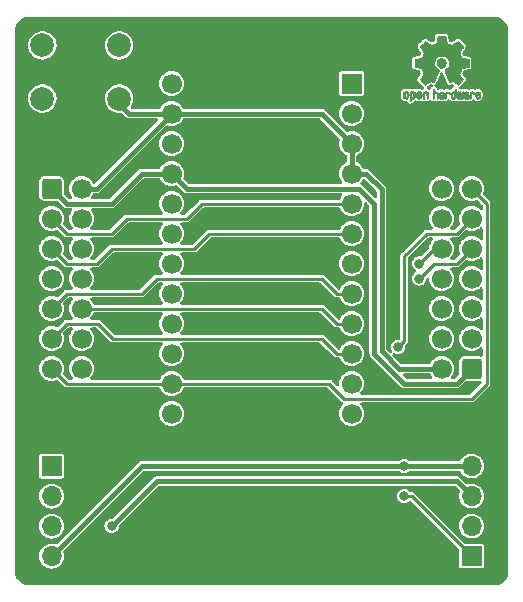
<source format=gtl>
%TF.GenerationSoftware,KiCad,Pcbnew,(6.0.5-0)*%
%TF.CreationDate,2022-06-20T18:53:45+08:00*%
%TF.ProjectId,Control,436f6e74-726f-46c2-9e6b-696361645f70,V3.2.1*%
%TF.SameCoordinates,PX7df6180PY32de760*%
%TF.FileFunction,Copper,L1,Top*%
%TF.FilePolarity,Positive*%
%FSLAX46Y46*%
G04 Gerber Fmt 4.6, Leading zero omitted, Abs format (unit mm)*
G04 Created by KiCad (PCBNEW (6.0.5-0)) date 2022-06-20 18:53:45*
%MOMM*%
%LPD*%
G01*
G04 APERTURE LIST*
G04 Aperture macros list*
%AMRoundRect*
0 Rectangle with rounded corners*
0 $1 Rounding radius*
0 $2 $3 $4 $5 $6 $7 $8 $9 X,Y pos of 4 corners*
0 Add a 4 corners polygon primitive as box body*
4,1,4,$2,$3,$4,$5,$6,$7,$8,$9,$2,$3,0*
0 Add four circle primitives for the rounded corners*
1,1,$1+$1,$2,$3*
1,1,$1+$1,$4,$5*
1,1,$1+$1,$6,$7*
1,1,$1+$1,$8,$9*
0 Add four rect primitives between the rounded corners*
20,1,$1+$1,$2,$3,$4,$5,0*
20,1,$1+$1,$4,$5,$6,$7,0*
20,1,$1+$1,$6,$7,$8,$9,0*
20,1,$1+$1,$8,$9,$2,$3,0*%
G04 Aperture macros list end*
%TA.AperFunction,EtchedComponent*%
%ADD10C,0.010000*%
%TD*%
%TA.AperFunction,ComponentPad*%
%ADD11RoundRect,0.250000X-0.600000X-0.600000X0.600000X-0.600000X0.600000X0.600000X-0.600000X0.600000X0*%
%TD*%
%TA.AperFunction,ComponentPad*%
%ADD12C,1.700000*%
%TD*%
%TA.AperFunction,ComponentPad*%
%ADD13RoundRect,0.250000X0.600000X0.600000X-0.600000X0.600000X-0.600000X-0.600000X0.600000X-0.600000X0*%
%TD*%
%TA.AperFunction,ComponentPad*%
%ADD14C,2.000000*%
%TD*%
%TA.AperFunction,ComponentPad*%
%ADD15R,1.700000X1.700000*%
%TD*%
%TA.AperFunction,ComponentPad*%
%ADD16O,1.700000X1.700000*%
%TD*%
%TA.AperFunction,ViaPad*%
%ADD17C,0.800000*%
%TD*%
%TA.AperFunction,Conductor*%
%ADD18C,0.381000*%
%TD*%
%TA.AperFunction,Conductor*%
%ADD19C,0.250000*%
%TD*%
%TA.AperFunction,Conductor*%
%ADD20C,0.400000*%
%TD*%
G04 APERTURE END LIST*
%TO.C,Logo1*%
G36*
X22899744Y-680968D02*
G01*
X22956616Y-702087D01*
X22957267Y-702493D01*
X22992440Y-728380D01*
X23018407Y-758633D01*
X23036670Y-798058D01*
X23048732Y-851462D01*
X23056096Y-923651D01*
X23060264Y-1019432D01*
X23060629Y-1033078D01*
X23065876Y-1238842D01*
X23021716Y-1261678D01*
X22989763Y-1277110D01*
X22970470Y-1284423D01*
X22969578Y-1284514D01*
X22966239Y-1271022D01*
X22963587Y-1234626D01*
X22961956Y-1181452D01*
X22961600Y-1138393D01*
X22961592Y-1068641D01*
X22958403Y-1024837D01*
X22947288Y-1003944D01*
X22923501Y-1002925D01*
X22882296Y-1018741D01*
X22820086Y-1047815D01*
X22774341Y-1071963D01*
X22750813Y-1092913D01*
X22743896Y-1115747D01*
X22743886Y-1116877D01*
X22755299Y-1156212D01*
X22789092Y-1177462D01*
X22840809Y-1180539D01*
X22878061Y-1180006D01*
X22897703Y-1190735D01*
X22909952Y-1216505D01*
X22917002Y-1249337D01*
X22906842Y-1267966D01*
X22903017Y-1270632D01*
X22867001Y-1281340D01*
X22816566Y-1282856D01*
X22764626Y-1275759D01*
X22727822Y-1262788D01*
X22676938Y-1219585D01*
X22648014Y-1159446D01*
X22642286Y-1112462D01*
X22646657Y-1070082D01*
X22662475Y-1035488D01*
X22693797Y-1004763D01*
X22744678Y-973990D01*
X22819176Y-939252D01*
X22823714Y-937288D01*
X22890821Y-906287D01*
X22932232Y-880862D01*
X22949981Y-858014D01*
X22946107Y-834745D01*
X22922643Y-808056D01*
X22915627Y-801914D01*
X22868630Y-778100D01*
X22819933Y-779103D01*
X22777522Y-802451D01*
X22749384Y-845675D01*
X22746769Y-854160D01*
X22721308Y-895308D01*
X22689001Y-915128D01*
X22642286Y-934770D01*
X22642286Y-883950D01*
X22656496Y-810082D01*
X22698675Y-742327D01*
X22720624Y-719661D01*
X22770517Y-690569D01*
X22833967Y-677400D01*
X22899744Y-680968D01*
G37*
D10*
X22899744Y-680968D02*
X22956616Y-702087D01*
X22957267Y-702493D01*
X22992440Y-728380D01*
X23018407Y-758633D01*
X23036670Y-798058D01*
X23048732Y-851462D01*
X23056096Y-923651D01*
X23060264Y-1019432D01*
X23060629Y-1033078D01*
X23065876Y-1238842D01*
X23021716Y-1261678D01*
X22989763Y-1277110D01*
X22970470Y-1284423D01*
X22969578Y-1284514D01*
X22966239Y-1271022D01*
X22963587Y-1234626D01*
X22961956Y-1181452D01*
X22961600Y-1138393D01*
X22961592Y-1068641D01*
X22958403Y-1024837D01*
X22947288Y-1003944D01*
X22923501Y-1002925D01*
X22882296Y-1018741D01*
X22820086Y-1047815D01*
X22774341Y-1071963D01*
X22750813Y-1092913D01*
X22743896Y-1115747D01*
X22743886Y-1116877D01*
X22755299Y-1156212D01*
X22789092Y-1177462D01*
X22840809Y-1180539D01*
X22878061Y-1180006D01*
X22897703Y-1190735D01*
X22909952Y-1216505D01*
X22917002Y-1249337D01*
X22906842Y-1267966D01*
X22903017Y-1270632D01*
X22867001Y-1281340D01*
X22816566Y-1282856D01*
X22764626Y-1275759D01*
X22727822Y-1262788D01*
X22676938Y-1219585D01*
X22648014Y-1159446D01*
X22642286Y-1112462D01*
X22646657Y-1070082D01*
X22662475Y-1035488D01*
X22693797Y-1004763D01*
X22744678Y-973990D01*
X22819176Y-939252D01*
X22823714Y-937288D01*
X22890821Y-906287D01*
X22932232Y-880862D01*
X22949981Y-858014D01*
X22946107Y-834745D01*
X22922643Y-808056D01*
X22915627Y-801914D01*
X22868630Y-778100D01*
X22819933Y-779103D01*
X22777522Y-802451D01*
X22749384Y-845675D01*
X22746769Y-854160D01*
X22721308Y-895308D01*
X22689001Y-915128D01*
X22642286Y-934770D01*
X22642286Y-883950D01*
X22656496Y-810082D01*
X22698675Y-742327D01*
X22720624Y-719661D01*
X22770517Y-690569D01*
X22833967Y-677400D01*
X22899744Y-680968D01*
G36*
X24639833Y-688663D02*
G01*
X24642048Y-726850D01*
X24643784Y-784886D01*
X24644899Y-858180D01*
X24645257Y-935055D01*
X24645257Y-1195196D01*
X24599326Y-1241127D01*
X24567675Y-1269429D01*
X24539890Y-1280893D01*
X24501915Y-1280168D01*
X24486840Y-1278321D01*
X24439726Y-1272948D01*
X24400756Y-1269869D01*
X24391257Y-1269585D01*
X24359233Y-1271445D01*
X24313432Y-1276114D01*
X24295674Y-1278321D01*
X24252057Y-1281735D01*
X24222745Y-1274320D01*
X24193680Y-1251427D01*
X24183188Y-1241127D01*
X24137257Y-1195196D01*
X24137257Y-708602D01*
X24174226Y-691758D01*
X24206059Y-679282D01*
X24224683Y-674914D01*
X24229458Y-688718D01*
X24233921Y-727286D01*
X24237775Y-786356D01*
X24240722Y-861663D01*
X24242143Y-925286D01*
X24246114Y-1175657D01*
X24280759Y-1180556D01*
X24312268Y-1177131D01*
X24327708Y-1166041D01*
X24332023Y-1145308D01*
X24335708Y-1101145D01*
X24338469Y-1039146D01*
X24340012Y-964909D01*
X24340235Y-926706D01*
X24340457Y-706783D01*
X24386166Y-690849D01*
X24418518Y-680015D01*
X24436115Y-674962D01*
X24436623Y-674914D01*
X24438388Y-688648D01*
X24440329Y-726730D01*
X24442282Y-784482D01*
X24444084Y-857227D01*
X24445343Y-925286D01*
X24449314Y-1175657D01*
X24536400Y-1175657D01*
X24540396Y-947240D01*
X24544392Y-718822D01*
X24586847Y-696868D01*
X24618192Y-681793D01*
X24636744Y-674951D01*
X24637279Y-674914D01*
X24639833Y-688663D01*
G37*
X24639833Y-688663D02*
X24642048Y-726850D01*
X24643784Y-784886D01*
X24644899Y-858180D01*
X24645257Y-935055D01*
X24645257Y-1195196D01*
X24599326Y-1241127D01*
X24567675Y-1269429D01*
X24539890Y-1280893D01*
X24501915Y-1280168D01*
X24486840Y-1278321D01*
X24439726Y-1272948D01*
X24400756Y-1269869D01*
X24391257Y-1269585D01*
X24359233Y-1271445D01*
X24313432Y-1276114D01*
X24295674Y-1278321D01*
X24252057Y-1281735D01*
X24222745Y-1274320D01*
X24193680Y-1251427D01*
X24183188Y-1241127D01*
X24137257Y-1195196D01*
X24137257Y-708602D01*
X24174226Y-691758D01*
X24206059Y-679282D01*
X24224683Y-674914D01*
X24229458Y-688718D01*
X24233921Y-727286D01*
X24237775Y-786356D01*
X24240722Y-861663D01*
X24242143Y-925286D01*
X24246114Y-1175657D01*
X24280759Y-1180556D01*
X24312268Y-1177131D01*
X24327708Y-1166041D01*
X24332023Y-1145308D01*
X24335708Y-1101145D01*
X24338469Y-1039146D01*
X24340012Y-964909D01*
X24340235Y-926706D01*
X24340457Y-706783D01*
X24386166Y-690849D01*
X24418518Y-680015D01*
X24436115Y-674962D01*
X24436623Y-674914D01*
X24438388Y-688648D01*
X24440329Y-726730D01*
X24442282Y-784482D01*
X24444084Y-857227D01*
X24445343Y-925286D01*
X24449314Y-1175657D01*
X24536400Y-1175657D01*
X24540396Y-947240D01*
X24544392Y-718822D01*
X24586847Y-696868D01*
X24618192Y-681793D01*
X24636744Y-674951D01*
X24637279Y-674914D01*
X24639833Y-688663D01*
G36*
X23644726Y-820086D02*
G01*
X23667135Y-768600D01*
X23702124Y-728443D01*
X23729375Y-707861D01*
X23778907Y-685625D01*
X23836316Y-675304D01*
X23889682Y-678067D01*
X23919543Y-689212D01*
X23931261Y-692383D01*
X23939037Y-680557D01*
X23944465Y-648866D01*
X23948571Y-600593D01*
X23953067Y-546829D01*
X23959313Y-514482D01*
X23970676Y-495985D01*
X23990528Y-483770D01*
X24003000Y-478362D01*
X24050171Y-458601D01*
X24050117Y-795358D01*
X24049933Y-903837D01*
X24049219Y-987287D01*
X24047675Y-1049704D01*
X24045001Y-1095085D01*
X24040894Y-1127429D01*
X24035055Y-1150733D01*
X24027182Y-1168995D01*
X24021221Y-1179418D01*
X23971855Y-1235945D01*
X23909264Y-1271377D01*
X23840013Y-1284090D01*
X23770668Y-1272463D01*
X23729375Y-1251568D01*
X23686025Y-1215422D01*
X23656481Y-1171276D01*
X23638655Y-1113462D01*
X23630463Y-1036313D01*
X23629302Y-979714D01*
X23629458Y-975647D01*
X23730857Y-975647D01*
X23731476Y-1040550D01*
X23734314Y-1083514D01*
X23740840Y-1111622D01*
X23752523Y-1131953D01*
X23766483Y-1147288D01*
X23813365Y-1176890D01*
X23863701Y-1179419D01*
X23911276Y-1154705D01*
X23914979Y-1151356D01*
X23930783Y-1133935D01*
X23940693Y-1113209D01*
X23946058Y-1082362D01*
X23948228Y-1034577D01*
X23948571Y-981748D01*
X23947827Y-915381D01*
X23944748Y-871106D01*
X23938061Y-842009D01*
X23926496Y-821173D01*
X23917013Y-810107D01*
X23872960Y-782198D01*
X23822224Y-778843D01*
X23773796Y-800159D01*
X23764450Y-808073D01*
X23748540Y-825647D01*
X23738610Y-846587D01*
X23733278Y-877782D01*
X23731163Y-926122D01*
X23730857Y-975647D01*
X23629458Y-975647D01*
X23632810Y-888568D01*
X23644726Y-820086D01*
G37*
X23644726Y-820086D02*
X23667135Y-768600D01*
X23702124Y-728443D01*
X23729375Y-707861D01*
X23778907Y-685625D01*
X23836316Y-675304D01*
X23889682Y-678067D01*
X23919543Y-689212D01*
X23931261Y-692383D01*
X23939037Y-680557D01*
X23944465Y-648866D01*
X23948571Y-600593D01*
X23953067Y-546829D01*
X23959313Y-514482D01*
X23970676Y-495985D01*
X23990528Y-483770D01*
X24003000Y-478362D01*
X24050171Y-458601D01*
X24050117Y-795358D01*
X24049933Y-903837D01*
X24049219Y-987287D01*
X24047675Y-1049704D01*
X24045001Y-1095085D01*
X24040894Y-1127429D01*
X24035055Y-1150733D01*
X24027182Y-1168995D01*
X24021221Y-1179418D01*
X23971855Y-1235945D01*
X23909264Y-1271377D01*
X23840013Y-1284090D01*
X23770668Y-1272463D01*
X23729375Y-1251568D01*
X23686025Y-1215422D01*
X23656481Y-1171276D01*
X23638655Y-1113462D01*
X23630463Y-1036313D01*
X23629302Y-979714D01*
X23629458Y-975647D01*
X23730857Y-975647D01*
X23731476Y-1040550D01*
X23734314Y-1083514D01*
X23740840Y-1111622D01*
X23752523Y-1131953D01*
X23766483Y-1147288D01*
X23813365Y-1176890D01*
X23863701Y-1179419D01*
X23911276Y-1154705D01*
X23914979Y-1151356D01*
X23930783Y-1133935D01*
X23940693Y-1113209D01*
X23946058Y-1082362D01*
X23948228Y-1034577D01*
X23948571Y-981748D01*
X23947827Y-915381D01*
X23944748Y-871106D01*
X23938061Y-842009D01*
X23926496Y-821173D01*
X23917013Y-810107D01*
X23872960Y-782198D01*
X23822224Y-778843D01*
X23773796Y-800159D01*
X23764450Y-808073D01*
X23748540Y-825647D01*
X23738610Y-846587D01*
X23733278Y-877782D01*
X23731163Y-926122D01*
X23730857Y-975647D01*
X23629458Y-975647D01*
X23632810Y-888568D01*
X23644726Y-820086D01*
G36*
X20731550Y-766212D02*
G01*
X20765456Y-717302D01*
X20826653Y-667878D01*
X20894063Y-643359D01*
X20962880Y-641797D01*
X21028303Y-661239D01*
X21085527Y-699735D01*
X21129749Y-755335D01*
X21156167Y-826086D01*
X21161510Y-878162D01*
X21160903Y-899893D01*
X21155822Y-916531D01*
X21141855Y-931437D01*
X21114589Y-947973D01*
X21069612Y-969498D01*
X21002511Y-999374D01*
X21002171Y-999524D01*
X20940407Y-1027813D01*
X20889759Y-1052933D01*
X20855404Y-1072179D01*
X20842518Y-1082848D01*
X20842514Y-1082934D01*
X20853872Y-1106166D01*
X20880431Y-1131774D01*
X20910923Y-1150221D01*
X20926370Y-1153886D01*
X20968515Y-1141212D01*
X21004808Y-1109471D01*
X21022517Y-1074572D01*
X21039552Y-1048845D01*
X21072922Y-1019546D01*
X21112149Y-994235D01*
X21146756Y-980471D01*
X21153993Y-979714D01*
X21162139Y-992160D01*
X21162630Y-1023972D01*
X21156643Y-1066866D01*
X21145357Y-1112558D01*
X21129950Y-1152761D01*
X21129171Y-1154322D01*
X21082804Y-1219062D01*
X21022711Y-1263097D01*
X20954465Y-1284711D01*
X20883638Y-1282185D01*
X20815804Y-1253804D01*
X20812788Y-1251808D01*
X20759427Y-1203448D01*
X20724340Y-1140352D01*
X20704922Y-1057387D01*
X20702316Y-1034078D01*
X20697701Y-924055D01*
X20703233Y-872748D01*
X20842514Y-872748D01*
X20844324Y-904753D01*
X20854222Y-914093D01*
X20878898Y-907105D01*
X20917795Y-890587D01*
X20961275Y-869881D01*
X20962356Y-869333D01*
X20999209Y-849949D01*
X21014000Y-837013D01*
X21010353Y-823451D01*
X20994995Y-805632D01*
X20955923Y-779845D01*
X20913846Y-777950D01*
X20876103Y-796717D01*
X20850034Y-832915D01*
X20842514Y-872748D01*
X20703233Y-872748D01*
X20707194Y-836027D01*
X20731550Y-766212D01*
G37*
X20731550Y-766212D02*
X20765456Y-717302D01*
X20826653Y-667878D01*
X20894063Y-643359D01*
X20962880Y-641797D01*
X21028303Y-661239D01*
X21085527Y-699735D01*
X21129749Y-755335D01*
X21156167Y-826086D01*
X21161510Y-878162D01*
X21160903Y-899893D01*
X21155822Y-916531D01*
X21141855Y-931437D01*
X21114589Y-947973D01*
X21069612Y-969498D01*
X21002511Y-999374D01*
X21002171Y-999524D01*
X20940407Y-1027813D01*
X20889759Y-1052933D01*
X20855404Y-1072179D01*
X20842518Y-1082848D01*
X20842514Y-1082934D01*
X20853872Y-1106166D01*
X20880431Y-1131774D01*
X20910923Y-1150221D01*
X20926370Y-1153886D01*
X20968515Y-1141212D01*
X21004808Y-1109471D01*
X21022517Y-1074572D01*
X21039552Y-1048845D01*
X21072922Y-1019546D01*
X21112149Y-994235D01*
X21146756Y-980471D01*
X21153993Y-979714D01*
X21162139Y-992160D01*
X21162630Y-1023972D01*
X21156643Y-1066866D01*
X21145357Y-1112558D01*
X21129950Y-1152761D01*
X21129171Y-1154322D01*
X21082804Y-1219062D01*
X21022711Y-1263097D01*
X20954465Y-1284711D01*
X20883638Y-1282185D01*
X20815804Y-1253804D01*
X20812788Y-1251808D01*
X20759427Y-1203448D01*
X20724340Y-1140352D01*
X20704922Y-1057387D01*
X20702316Y-1034078D01*
X20697701Y-924055D01*
X20703233Y-872748D01*
X20842514Y-872748D01*
X20844324Y-904753D01*
X20854222Y-914093D01*
X20878898Y-907105D01*
X20917795Y-890587D01*
X20961275Y-869881D01*
X20962356Y-869333D01*
X20999209Y-849949D01*
X21014000Y-837013D01*
X21010353Y-823451D01*
X20994995Y-805632D01*
X20955923Y-779845D01*
X20913846Y-777950D01*
X20876103Y-796717D01*
X20850034Y-832915D01*
X20842514Y-872748D01*
X20703233Y-872748D01*
X20707194Y-836027D01*
X20731550Y-766212D01*
G36*
X25728196Y-825384D02*
G01*
X25741884Y-776695D01*
X25764096Y-740849D01*
X25796574Y-712513D01*
X25810733Y-703355D01*
X25875053Y-679507D01*
X25945473Y-678006D01*
X26013595Y-696966D01*
X26071021Y-734497D01*
X26098719Y-768096D01*
X26120662Y-829064D01*
X26122405Y-877308D01*
X26118457Y-941816D01*
X25969686Y-1006934D01*
X25897349Y-1040202D01*
X25850084Y-1066964D01*
X25825507Y-1090144D01*
X25821237Y-1112667D01*
X25834889Y-1137455D01*
X25849943Y-1153886D01*
X25893746Y-1180235D01*
X25941389Y-1182081D01*
X25985145Y-1161546D01*
X26017289Y-1120752D01*
X26023038Y-1106347D01*
X26050576Y-1061356D01*
X26082258Y-1042182D01*
X26125714Y-1025779D01*
X26125714Y-1087966D01*
X26121872Y-1130283D01*
X26106823Y-1165969D01*
X26075280Y-1206943D01*
X26070592Y-1212267D01*
X26035506Y-1248720D01*
X26005347Y-1268283D01*
X25967615Y-1277283D01*
X25936335Y-1280230D01*
X25880385Y-1280965D01*
X25840555Y-1271660D01*
X25815708Y-1257846D01*
X25776656Y-1227467D01*
X25749625Y-1194613D01*
X25732517Y-1153294D01*
X25723238Y-1097521D01*
X25719693Y-1021305D01*
X25719410Y-982622D01*
X25720372Y-936247D01*
X25808007Y-936247D01*
X25809023Y-961126D01*
X25811556Y-965200D01*
X25828274Y-959665D01*
X25864249Y-945017D01*
X25912331Y-924190D01*
X25922386Y-919714D01*
X25983152Y-888814D01*
X26016632Y-861657D01*
X26023990Y-836220D01*
X26006391Y-810481D01*
X25991856Y-799109D01*
X25939410Y-776364D01*
X25890322Y-780122D01*
X25849227Y-807884D01*
X25820758Y-857152D01*
X25811631Y-896257D01*
X25808007Y-936247D01*
X25720372Y-936247D01*
X25721285Y-892249D01*
X25728196Y-825384D01*
G37*
X25728196Y-825384D02*
X25741884Y-776695D01*
X25764096Y-740849D01*
X25796574Y-712513D01*
X25810733Y-703355D01*
X25875053Y-679507D01*
X25945473Y-678006D01*
X26013595Y-696966D01*
X26071021Y-734497D01*
X26098719Y-768096D01*
X26120662Y-829064D01*
X26122405Y-877308D01*
X26118457Y-941816D01*
X25969686Y-1006934D01*
X25897349Y-1040202D01*
X25850084Y-1066964D01*
X25825507Y-1090144D01*
X25821237Y-1112667D01*
X25834889Y-1137455D01*
X25849943Y-1153886D01*
X25893746Y-1180235D01*
X25941389Y-1182081D01*
X25985145Y-1161546D01*
X26017289Y-1120752D01*
X26023038Y-1106347D01*
X26050576Y-1061356D01*
X26082258Y-1042182D01*
X26125714Y-1025779D01*
X26125714Y-1087966D01*
X26121872Y-1130283D01*
X26106823Y-1165969D01*
X26075280Y-1206943D01*
X26070592Y-1212267D01*
X26035506Y-1248720D01*
X26005347Y-1268283D01*
X25967615Y-1277283D01*
X25936335Y-1280230D01*
X25880385Y-1280965D01*
X25840555Y-1271660D01*
X25815708Y-1257846D01*
X25776656Y-1227467D01*
X25749625Y-1194613D01*
X25732517Y-1153294D01*
X25723238Y-1097521D01*
X25719693Y-1021305D01*
X25719410Y-982622D01*
X25720372Y-936247D01*
X25808007Y-936247D01*
X25809023Y-961126D01*
X25811556Y-965200D01*
X25828274Y-959665D01*
X25864249Y-945017D01*
X25912331Y-924190D01*
X25922386Y-919714D01*
X25983152Y-888814D01*
X26016632Y-861657D01*
X26023990Y-836220D01*
X26006391Y-810481D01*
X25991856Y-799109D01*
X25939410Y-776364D01*
X25890322Y-780122D01*
X25849227Y-807884D01*
X25820758Y-857152D01*
X25811631Y-896257D01*
X25808007Y-936247D01*
X25720372Y-936247D01*
X25721285Y-892249D01*
X25728196Y-825384D01*
G36*
X23389926Y-679755D02*
G01*
X23455858Y-704084D01*
X23509273Y-747117D01*
X23530164Y-777409D01*
X23552939Y-832994D01*
X23552466Y-873186D01*
X23528562Y-900217D01*
X23519717Y-904813D01*
X23481530Y-919144D01*
X23462028Y-915472D01*
X23455422Y-891407D01*
X23455086Y-878114D01*
X23442992Y-829210D01*
X23411471Y-794999D01*
X23367659Y-778476D01*
X23318695Y-782634D01*
X23278894Y-804227D01*
X23265450Y-816544D01*
X23255921Y-831487D01*
X23249485Y-854075D01*
X23245317Y-889328D01*
X23242597Y-942266D01*
X23240502Y-1017907D01*
X23239960Y-1041857D01*
X23237981Y-1123790D01*
X23235731Y-1181455D01*
X23232357Y-1219608D01*
X23227006Y-1243004D01*
X23218824Y-1256398D01*
X23206959Y-1264545D01*
X23199362Y-1268144D01*
X23167102Y-1280452D01*
X23148111Y-1284514D01*
X23141836Y-1270948D01*
X23138006Y-1229934D01*
X23136600Y-1160999D01*
X23137598Y-1063669D01*
X23137908Y-1048657D01*
X23140101Y-959859D01*
X23142693Y-895019D01*
X23146382Y-849067D01*
X23151864Y-816935D01*
X23159835Y-793553D01*
X23170993Y-773852D01*
X23176830Y-765410D01*
X23210296Y-728057D01*
X23247727Y-699003D01*
X23252309Y-696467D01*
X23319426Y-676443D01*
X23389926Y-679755D01*
G37*
X23389926Y-679755D02*
X23455858Y-704084D01*
X23509273Y-747117D01*
X23530164Y-777409D01*
X23552939Y-832994D01*
X23552466Y-873186D01*
X23528562Y-900217D01*
X23519717Y-904813D01*
X23481530Y-919144D01*
X23462028Y-915472D01*
X23455422Y-891407D01*
X23455086Y-878114D01*
X23442992Y-829210D01*
X23411471Y-794999D01*
X23367659Y-778476D01*
X23318695Y-782634D01*
X23278894Y-804227D01*
X23265450Y-816544D01*
X23255921Y-831487D01*
X23249485Y-854075D01*
X23245317Y-889328D01*
X23242597Y-942266D01*
X23240502Y-1017907D01*
X23239960Y-1041857D01*
X23237981Y-1123790D01*
X23235731Y-1181455D01*
X23232357Y-1219608D01*
X23227006Y-1243004D01*
X23218824Y-1256398D01*
X23206959Y-1264545D01*
X23199362Y-1268144D01*
X23167102Y-1280452D01*
X23148111Y-1284514D01*
X23141836Y-1270948D01*
X23138006Y-1229934D01*
X23136600Y-1160999D01*
X23137598Y-1063669D01*
X23137908Y-1048657D01*
X23140101Y-959859D01*
X23142693Y-895019D01*
X23146382Y-849067D01*
X23151864Y-816935D01*
X23159835Y-793553D01*
X23170993Y-773852D01*
X23176830Y-765410D01*
X23210296Y-728057D01*
X23247727Y-699003D01*
X23252309Y-696467D01*
X23319426Y-676443D01*
X23389926Y-679755D01*
G36*
X22235886Y-581289D02*
G01*
X22240139Y-640613D01*
X22245025Y-675572D01*
X22251795Y-690820D01*
X22261702Y-691015D01*
X22264914Y-689195D01*
X22307644Y-676015D01*
X22363227Y-676785D01*
X22419737Y-690333D01*
X22455082Y-707861D01*
X22491321Y-735861D01*
X22517813Y-767549D01*
X22535999Y-807813D01*
X22547322Y-861543D01*
X22553222Y-933626D01*
X22555143Y-1028951D01*
X22555177Y-1047237D01*
X22555200Y-1252646D01*
X22509491Y-1268580D01*
X22477027Y-1279420D01*
X22459215Y-1284468D01*
X22458691Y-1284514D01*
X22456937Y-1270828D01*
X22455444Y-1233076D01*
X22454326Y-1176224D01*
X22453697Y-1105234D01*
X22453600Y-1062073D01*
X22453398Y-976973D01*
X22452358Y-915981D01*
X22449831Y-874177D01*
X22445164Y-846642D01*
X22437707Y-828456D01*
X22426811Y-814698D01*
X22420007Y-808073D01*
X22373272Y-781375D01*
X22322272Y-779375D01*
X22276001Y-801955D01*
X22267444Y-810107D01*
X22254893Y-825436D01*
X22246188Y-843618D01*
X22240631Y-869909D01*
X22237526Y-909562D01*
X22236176Y-967832D01*
X22235886Y-1048173D01*
X22235886Y-1252646D01*
X22190177Y-1268580D01*
X22157713Y-1279420D01*
X22139901Y-1284468D01*
X22139377Y-1284514D01*
X22138037Y-1270623D01*
X22136828Y-1231439D01*
X22135801Y-1170700D01*
X22135002Y-1092141D01*
X22134481Y-999498D01*
X22134286Y-896509D01*
X22134286Y-499342D01*
X22181457Y-479444D01*
X22228629Y-459547D01*
X22235886Y-581289D01*
G37*
X22235886Y-581289D02*
X22240139Y-640613D01*
X22245025Y-675572D01*
X22251795Y-690820D01*
X22261702Y-691015D01*
X22264914Y-689195D01*
X22307644Y-676015D01*
X22363227Y-676785D01*
X22419737Y-690333D01*
X22455082Y-707861D01*
X22491321Y-735861D01*
X22517813Y-767549D01*
X22535999Y-807813D01*
X22547322Y-861543D01*
X22553222Y-933626D01*
X22555143Y-1028951D01*
X22555177Y-1047237D01*
X22555200Y-1252646D01*
X22509491Y-1268580D01*
X22477027Y-1279420D01*
X22459215Y-1284468D01*
X22458691Y-1284514D01*
X22456937Y-1270828D01*
X22455444Y-1233076D01*
X22454326Y-1176224D01*
X22453697Y-1105234D01*
X22453600Y-1062073D01*
X22453398Y-976973D01*
X22452358Y-915981D01*
X22449831Y-874177D01*
X22445164Y-846642D01*
X22437707Y-828456D01*
X22426811Y-814698D01*
X22420007Y-808073D01*
X22373272Y-781375D01*
X22322272Y-779375D01*
X22276001Y-801955D01*
X22267444Y-810107D01*
X22254893Y-825436D01*
X22246188Y-843618D01*
X22240631Y-869909D01*
X22237526Y-909562D01*
X22236176Y-967832D01*
X22235886Y-1048173D01*
X22235886Y-1252646D01*
X22190177Y-1268580D01*
X22157713Y-1279420D01*
X22139901Y-1284468D01*
X22139377Y-1284514D01*
X22138037Y-1270623D01*
X22136828Y-1231439D01*
X22135801Y-1170700D01*
X22135002Y-1092141D01*
X22134481Y-999498D01*
X22134286Y-896509D01*
X22134286Y-499342D01*
X22181457Y-479444D01*
X22228629Y-459547D01*
X22235886Y-581289D01*
G36*
X20153677Y-880333D02*
G01*
X20156450Y-832958D01*
X20160388Y-799290D01*
X20165849Y-775498D01*
X20173192Y-757753D01*
X20182777Y-742224D01*
X20186887Y-736381D01*
X20241405Y-681185D01*
X20310336Y-649890D01*
X20390072Y-641165D01*
X20459744Y-649918D01*
X20515201Y-677568D01*
X20564148Y-728480D01*
X20577629Y-747338D01*
X20592314Y-772015D01*
X20601842Y-798816D01*
X20607293Y-834587D01*
X20609747Y-886169D01*
X20610286Y-954267D01*
X20607852Y-1047588D01*
X20599394Y-1117657D01*
X20583174Y-1169931D01*
X20557454Y-1209869D01*
X20520497Y-1242929D01*
X20517782Y-1244886D01*
X20481360Y-1264908D01*
X20437502Y-1274815D01*
X20381724Y-1277257D01*
X20291048Y-1277257D01*
X20291010Y-1365283D01*
X20290166Y-1414308D01*
X20285024Y-1443065D01*
X20271587Y-1460311D01*
X20245858Y-1474808D01*
X20239679Y-1477769D01*
X20210764Y-1491648D01*
X20188376Y-1500414D01*
X20171729Y-1501171D01*
X20160036Y-1491023D01*
X20152510Y-1467073D01*
X20148366Y-1426426D01*
X20146815Y-1366186D01*
X20147071Y-1283455D01*
X20148349Y-1175339D01*
X20148748Y-1143000D01*
X20150185Y-1031524D01*
X20151472Y-958603D01*
X20290971Y-958603D01*
X20291755Y-1020499D01*
X20295240Y-1060997D01*
X20303124Y-1087708D01*
X20317105Y-1108244D01*
X20326597Y-1118260D01*
X20365404Y-1147567D01*
X20399763Y-1149952D01*
X20435216Y-1125750D01*
X20436114Y-1124857D01*
X20450539Y-1106153D01*
X20459313Y-1080732D01*
X20463739Y-1041584D01*
X20465118Y-981697D01*
X20465143Y-968430D01*
X20461812Y-885901D01*
X20450969Y-828691D01*
X20431340Y-793766D01*
X20401650Y-778094D01*
X20384491Y-776514D01*
X20343766Y-783926D01*
X20315832Y-808330D01*
X20299017Y-852980D01*
X20291650Y-921130D01*
X20290971Y-958603D01*
X20151472Y-958603D01*
X20151708Y-945245D01*
X20153677Y-880333D01*
G37*
X20153677Y-880333D02*
X20156450Y-832958D01*
X20160388Y-799290D01*
X20165849Y-775498D01*
X20173192Y-757753D01*
X20182777Y-742224D01*
X20186887Y-736381D01*
X20241405Y-681185D01*
X20310336Y-649890D01*
X20390072Y-641165D01*
X20459744Y-649918D01*
X20515201Y-677568D01*
X20564148Y-728480D01*
X20577629Y-747338D01*
X20592314Y-772015D01*
X20601842Y-798816D01*
X20607293Y-834587D01*
X20609747Y-886169D01*
X20610286Y-954267D01*
X20607852Y-1047588D01*
X20599394Y-1117657D01*
X20583174Y-1169931D01*
X20557454Y-1209869D01*
X20520497Y-1242929D01*
X20517782Y-1244886D01*
X20481360Y-1264908D01*
X20437502Y-1274815D01*
X20381724Y-1277257D01*
X20291048Y-1277257D01*
X20291010Y-1365283D01*
X20290166Y-1414308D01*
X20285024Y-1443065D01*
X20271587Y-1460311D01*
X20245858Y-1474808D01*
X20239679Y-1477769D01*
X20210764Y-1491648D01*
X20188376Y-1500414D01*
X20171729Y-1501171D01*
X20160036Y-1491023D01*
X20152510Y-1467073D01*
X20148366Y-1426426D01*
X20146815Y-1366186D01*
X20147071Y-1283455D01*
X20148349Y-1175339D01*
X20148748Y-1143000D01*
X20150185Y-1031524D01*
X20151472Y-958603D01*
X20290971Y-958603D01*
X20291755Y-1020499D01*
X20295240Y-1060997D01*
X20303124Y-1087708D01*
X20317105Y-1108244D01*
X20326597Y-1118260D01*
X20365404Y-1147567D01*
X20399763Y-1149952D01*
X20435216Y-1125750D01*
X20436114Y-1124857D01*
X20450539Y-1106153D01*
X20459313Y-1080732D01*
X20463739Y-1041584D01*
X20465118Y-981697D01*
X20465143Y-968430D01*
X20461812Y-885901D01*
X20450969Y-828691D01*
X20431340Y-793766D01*
X20401650Y-778094D01*
X20384491Y-776514D01*
X20343766Y-783926D01*
X20315832Y-808330D01*
X20299017Y-852980D01*
X20291650Y-921130D01*
X20290971Y-958603D01*
X20151472Y-958603D01*
X20151708Y-945245D01*
X20153677Y-880333D01*
G36*
X25004876Y-686335D02*
G01*
X25046667Y-705344D01*
X25079469Y-728378D01*
X25103503Y-754133D01*
X25120097Y-787358D01*
X25130577Y-832800D01*
X25136271Y-895207D01*
X25138507Y-979327D01*
X25138743Y-1034721D01*
X25138743Y-1250826D01*
X25101774Y-1267670D01*
X25072656Y-1279981D01*
X25058231Y-1284514D01*
X25055472Y-1271025D01*
X25053282Y-1234653D01*
X25051942Y-1181542D01*
X25051657Y-1139372D01*
X25050434Y-1078447D01*
X25047136Y-1030115D01*
X25042321Y-1000518D01*
X25038496Y-994229D01*
X25012783Y-1000652D01*
X24972418Y-1017125D01*
X24925679Y-1039458D01*
X24880845Y-1063457D01*
X24846193Y-1084930D01*
X24830002Y-1099685D01*
X24829938Y-1099845D01*
X24831330Y-1127152D01*
X24843818Y-1153219D01*
X24865743Y-1174392D01*
X24897743Y-1181474D01*
X24925092Y-1180649D01*
X24963826Y-1180042D01*
X24984158Y-1189116D01*
X24996369Y-1213092D01*
X24997909Y-1217613D01*
X25003203Y-1251806D01*
X24989047Y-1272568D01*
X24952148Y-1282462D01*
X24912289Y-1284292D01*
X24840562Y-1270727D01*
X24803432Y-1251355D01*
X24757576Y-1205845D01*
X24733256Y-1149983D01*
X24731073Y-1090957D01*
X24751629Y-1035953D01*
X24782549Y-1001486D01*
X24813420Y-982189D01*
X24861942Y-957759D01*
X24918485Y-932985D01*
X24927910Y-929199D01*
X24990019Y-901791D01*
X25025822Y-877634D01*
X25037337Y-853619D01*
X25026580Y-826635D01*
X25008114Y-805543D01*
X24964469Y-779572D01*
X24916446Y-777624D01*
X24872406Y-797637D01*
X24840709Y-837551D01*
X24836549Y-847848D01*
X24812327Y-885724D01*
X24776965Y-913842D01*
X24732343Y-936917D01*
X24732343Y-871485D01*
X24734969Y-831506D01*
X24746230Y-799997D01*
X24771199Y-766378D01*
X24795169Y-740484D01*
X24832441Y-703817D01*
X24861401Y-684121D01*
X24892505Y-676220D01*
X24927713Y-674914D01*
X25004876Y-686335D01*
G37*
X25004876Y-686335D02*
X25046667Y-705344D01*
X25079469Y-728378D01*
X25103503Y-754133D01*
X25120097Y-787358D01*
X25130577Y-832800D01*
X25136271Y-895207D01*
X25138507Y-979327D01*
X25138743Y-1034721D01*
X25138743Y-1250826D01*
X25101774Y-1267670D01*
X25072656Y-1279981D01*
X25058231Y-1284514D01*
X25055472Y-1271025D01*
X25053282Y-1234653D01*
X25051942Y-1181542D01*
X25051657Y-1139372D01*
X25050434Y-1078447D01*
X25047136Y-1030115D01*
X25042321Y-1000518D01*
X25038496Y-994229D01*
X25012783Y-1000652D01*
X24972418Y-1017125D01*
X24925679Y-1039458D01*
X24880845Y-1063457D01*
X24846193Y-1084930D01*
X24830002Y-1099685D01*
X24829938Y-1099845D01*
X24831330Y-1127152D01*
X24843818Y-1153219D01*
X24865743Y-1174392D01*
X24897743Y-1181474D01*
X24925092Y-1180649D01*
X24963826Y-1180042D01*
X24984158Y-1189116D01*
X24996369Y-1213092D01*
X24997909Y-1217613D01*
X25003203Y-1251806D01*
X24989047Y-1272568D01*
X24952148Y-1282462D01*
X24912289Y-1284292D01*
X24840562Y-1270727D01*
X24803432Y-1251355D01*
X24757576Y-1205845D01*
X24733256Y-1149983D01*
X24731073Y-1090957D01*
X24751629Y-1035953D01*
X24782549Y-1001486D01*
X24813420Y-982189D01*
X24861942Y-957759D01*
X24918485Y-932985D01*
X24927910Y-929199D01*
X24990019Y-901791D01*
X25025822Y-877634D01*
X25037337Y-853619D01*
X25026580Y-826635D01*
X25008114Y-805543D01*
X24964469Y-779572D01*
X24916446Y-777624D01*
X24872406Y-797637D01*
X24840709Y-837551D01*
X24836549Y-847848D01*
X24812327Y-885724D01*
X24776965Y-913842D01*
X24732343Y-936917D01*
X24732343Y-871485D01*
X24734969Y-831506D01*
X24746230Y-799997D01*
X24771199Y-766378D01*
X24795169Y-740484D01*
X24832441Y-703817D01*
X24861401Y-684121D01*
X24892505Y-676220D01*
X24927713Y-674914D01*
X25004876Y-686335D01*
G36*
X21576093Y-657780D02*
G01*
X21622672Y-684723D01*
X21655057Y-711466D01*
X21678742Y-739484D01*
X21695059Y-773748D01*
X21705339Y-819227D01*
X21710914Y-880892D01*
X21713116Y-963711D01*
X21713371Y-1023246D01*
X21713371Y-1242391D01*
X21651686Y-1270044D01*
X21590000Y-1297697D01*
X21582743Y-1057670D01*
X21579744Y-968028D01*
X21576598Y-902962D01*
X21572701Y-858026D01*
X21567447Y-828770D01*
X21560231Y-810748D01*
X21550450Y-799511D01*
X21547312Y-797079D01*
X21499761Y-778083D01*
X21451697Y-785600D01*
X21423086Y-805543D01*
X21411447Y-819675D01*
X21403391Y-838220D01*
X21398271Y-866334D01*
X21395441Y-909173D01*
X21394256Y-971895D01*
X21394057Y-1037261D01*
X21394018Y-1119268D01*
X21392614Y-1177316D01*
X21387914Y-1216465D01*
X21377987Y-1241780D01*
X21360903Y-1258323D01*
X21334732Y-1271156D01*
X21299775Y-1284491D01*
X21261596Y-1299007D01*
X21266141Y-1041389D01*
X21267971Y-948519D01*
X21270112Y-879889D01*
X21273181Y-830711D01*
X21277794Y-796198D01*
X21284568Y-771562D01*
X21294119Y-752016D01*
X21305634Y-734770D01*
X21361190Y-679680D01*
X21428980Y-647822D01*
X21502713Y-640191D01*
X21576093Y-657780D01*
G37*
X21576093Y-657780D02*
X21622672Y-684723D01*
X21655057Y-711466D01*
X21678742Y-739484D01*
X21695059Y-773748D01*
X21705339Y-819227D01*
X21710914Y-880892D01*
X21713116Y-963711D01*
X21713371Y-1023246D01*
X21713371Y-1242391D01*
X21651686Y-1270044D01*
X21590000Y-1297697D01*
X21582743Y-1057670D01*
X21579744Y-968028D01*
X21576598Y-902962D01*
X21572701Y-858026D01*
X21567447Y-828770D01*
X21560231Y-810748D01*
X21550450Y-799511D01*
X21547312Y-797079D01*
X21499761Y-778083D01*
X21451697Y-785600D01*
X21423086Y-805543D01*
X21411447Y-819675D01*
X21403391Y-838220D01*
X21398271Y-866334D01*
X21395441Y-909173D01*
X21394256Y-971895D01*
X21394057Y-1037261D01*
X21394018Y-1119268D01*
X21392614Y-1177316D01*
X21387914Y-1216465D01*
X21377987Y-1241780D01*
X21360903Y-1258323D01*
X21334732Y-1271156D01*
X21299775Y-1284491D01*
X21261596Y-1299007D01*
X21266141Y-1041389D01*
X21267971Y-948519D01*
X21270112Y-879889D01*
X21273181Y-830711D01*
X21277794Y-796198D01*
X21284568Y-771562D01*
X21294119Y-752016D01*
X21305634Y-734770D01*
X21361190Y-679680D01*
X21428980Y-647822D01*
X21502713Y-640191D01*
X21576093Y-657780D01*
G36*
X22963910Y4027652D02*
G01*
X23042454Y4027222D01*
X23099298Y4026058D01*
X23138105Y4023793D01*
X23162538Y4020060D01*
X23176262Y4014494D01*
X23182940Y4006727D01*
X23186236Y3996395D01*
X23186556Y3995057D01*
X23191562Y3970921D01*
X23200829Y3923299D01*
X23213392Y3857259D01*
X23228287Y3777872D01*
X23244551Y3690204D01*
X23245119Y3687125D01*
X23261410Y3601211D01*
X23276652Y3525304D01*
X23289861Y3463955D01*
X23300054Y3421718D01*
X23306248Y3403145D01*
X23306543Y3402816D01*
X23324788Y3393747D01*
X23362405Y3378633D01*
X23411271Y3360738D01*
X23411543Y3360642D01*
X23473093Y3337507D01*
X23545657Y3308035D01*
X23614057Y3278403D01*
X23617294Y3276938D01*
X23728702Y3226374D01*
X23975399Y3394840D01*
X24051077Y3446197D01*
X24119631Y3492111D01*
X24177088Y3529970D01*
X24219476Y3557163D01*
X24242825Y3571079D01*
X24245042Y3572111D01*
X24262010Y3567516D01*
X24293701Y3545345D01*
X24341352Y3504553D01*
X24406198Y3444095D01*
X24472397Y3379773D01*
X24536214Y3316388D01*
X24593329Y3258549D01*
X24640305Y3209825D01*
X24673703Y3173790D01*
X24690085Y3154016D01*
X24690694Y3152998D01*
X24692505Y3139428D01*
X24685683Y3117267D01*
X24668540Y3083522D01*
X24639393Y3035200D01*
X24596555Y2969308D01*
X24539448Y2884483D01*
X24488766Y2809823D01*
X24443461Y2742860D01*
X24406150Y2687484D01*
X24379452Y2647580D01*
X24365985Y2627038D01*
X24365137Y2625644D01*
X24366781Y2605962D01*
X24379245Y2567707D01*
X24400048Y2518111D01*
X24407462Y2502272D01*
X24439814Y2431710D01*
X24474328Y2351647D01*
X24502365Y2282371D01*
X24522568Y2230955D01*
X24538615Y2191881D01*
X24547888Y2171459D01*
X24549041Y2169886D01*
X24566096Y2167279D01*
X24606298Y2160137D01*
X24664302Y2149477D01*
X24734763Y2136315D01*
X24812335Y2121667D01*
X24891672Y2106551D01*
X24967431Y2091982D01*
X25034264Y2078978D01*
X25086828Y2068555D01*
X25119776Y2061730D01*
X25127857Y2059801D01*
X25136205Y2055038D01*
X25142506Y2044282D01*
X25147045Y2023902D01*
X25150104Y1990266D01*
X25151967Y1939745D01*
X25152918Y1868708D01*
X25153240Y1773524D01*
X25153257Y1734508D01*
X25153257Y1417201D01*
X25077057Y1402161D01*
X25034663Y1394005D01*
X24971400Y1382101D01*
X24894962Y1367884D01*
X24813043Y1352790D01*
X24790400Y1348645D01*
X24714806Y1333947D01*
X24648953Y1319495D01*
X24598366Y1306625D01*
X24568574Y1296678D01*
X24563612Y1293713D01*
X24551426Y1272717D01*
X24533953Y1232033D01*
X24514577Y1179678D01*
X24510734Y1168400D01*
X24485339Y1098477D01*
X24453817Y1019582D01*
X24422969Y948734D01*
X24422817Y948405D01*
X24371447Y837267D01*
X24540399Y588747D01*
X24709352Y340228D01*
X24492429Y122942D01*
X24426819Y58274D01*
X24366979Y1267D01*
X24316267Y-45033D01*
X24278046Y-77584D01*
X24255675Y-93343D01*
X24252466Y-94343D01*
X24233626Y-86469D01*
X24195180Y-64578D01*
X24141330Y-31267D01*
X24076276Y10869D01*
X24005940Y58057D01*
X23934555Y106190D01*
X23870908Y148072D01*
X23819041Y181129D01*
X23782995Y202782D01*
X23766867Y210457D01*
X23747189Y203963D01*
X23709875Y186850D01*
X23662621Y162674D01*
X23657612Y159987D01*
X23593977Y128073D01*
X23550341Y112421D01*
X23523202Y112255D01*
X23509057Y126796D01*
X23508975Y127000D01*
X23501905Y144221D01*
X23485042Y185101D01*
X23459695Y246475D01*
X23427171Y325181D01*
X23388778Y418053D01*
X23345822Y521928D01*
X23304222Y622498D01*
X23258504Y733484D01*
X23216526Y836297D01*
X23179548Y927785D01*
X23148827Y1004799D01*
X23125622Y1064185D01*
X23111190Y1102791D01*
X23106743Y1117200D01*
X23117896Y1133728D01*
X23147069Y1160070D01*
X23185971Y1189113D01*
X23296757Y1280961D01*
X23383351Y1386241D01*
X23444716Y1502734D01*
X23479815Y1628224D01*
X23487608Y1760493D01*
X23481943Y1821543D01*
X23451078Y1948205D01*
X23397920Y2060059D01*
X23325767Y2155999D01*
X23237917Y2234924D01*
X23137665Y2295730D01*
X23028310Y2337313D01*
X22913147Y2358572D01*
X22795475Y2358401D01*
X22678590Y2335699D01*
X22565789Y2289362D01*
X22460369Y2218287D01*
X22416368Y2178089D01*
X22331979Y2074871D01*
X22273222Y1962075D01*
X22239704Y1842990D01*
X22231035Y1720905D01*
X22246823Y1599107D01*
X22286678Y1480884D01*
X22350207Y1369525D01*
X22437021Y1268316D01*
X22534029Y1189113D01*
X22574437Y1158838D01*
X22602982Y1132781D01*
X22613257Y1117175D01*
X22607877Y1100157D01*
X22592575Y1059500D01*
X22568612Y998358D01*
X22537244Y919881D01*
X22499732Y827220D01*
X22457333Y723528D01*
X22415663Y622474D01*
X22369690Y511393D01*
X22327107Y408459D01*
X22289221Y316835D01*
X22257340Y239684D01*
X22232771Y180169D01*
X22216820Y141456D01*
X22210910Y127000D01*
X22196948Y112315D01*
X22169940Y112358D01*
X22126413Y127901D01*
X22062890Y159716D01*
X22062388Y159987D01*
X22014560Y184677D01*
X21975897Y202662D01*
X21954095Y210386D01*
X21953133Y210457D01*
X21936721Y202622D01*
X21900487Y180835D01*
X21848474Y147672D01*
X21784725Y105709D01*
X21714060Y58057D01*
X21642116Y9809D01*
X21577274Y-32151D01*
X21523735Y-65227D01*
X21485697Y-86821D01*
X21467533Y-94343D01*
X21450808Y-84457D01*
X21417180Y-56826D01*
X21370010Y-14495D01*
X21312658Y39495D01*
X21248484Y102101D01*
X21227497Y123017D01*
X21010499Y340377D01*
X21175668Y582780D01*
X21225864Y657219D01*
X21269919Y724028D01*
X21305362Y779335D01*
X21329719Y819271D01*
X21340522Y839964D01*
X21340838Y841437D01*
X21335143Y860942D01*
X21319826Y900178D01*
X21297537Y952570D01*
X21281893Y987645D01*
X21252641Y1054799D01*
X21225094Y1122642D01*
X21203737Y1179966D01*
X21197935Y1197428D01*
X21181452Y1244062D01*
X21165340Y1280095D01*
X21156490Y1293713D01*
X21136960Y1302048D01*
X21094334Y1313863D01*
X21034145Y1327819D01*
X20961922Y1342578D01*
X20929600Y1348645D01*
X20847522Y1363727D01*
X20768795Y1378331D01*
X20701109Y1391020D01*
X20652160Y1400358D01*
X20642943Y1402161D01*
X20566743Y1417201D01*
X20566743Y1734508D01*
X20566914Y1838846D01*
X20567616Y1917787D01*
X20569134Y1974962D01*
X20571749Y2014001D01*
X20575746Y2038535D01*
X20581409Y2052195D01*
X20589020Y2058611D01*
X20592143Y2059801D01*
X20610978Y2064020D01*
X20652588Y2072438D01*
X20711630Y2084039D01*
X20782757Y2097805D01*
X20860625Y2112720D01*
X20939887Y2127768D01*
X21015198Y2141931D01*
X21081213Y2154194D01*
X21132587Y2163539D01*
X21163975Y2168950D01*
X21170959Y2169886D01*
X21177285Y2182404D01*
X21191290Y2215754D01*
X21210355Y2263623D01*
X21217634Y2282371D01*
X21246996Y2354805D01*
X21281571Y2434830D01*
X21312537Y2502272D01*
X21335323Y2553841D01*
X21350482Y2596215D01*
X21355542Y2622166D01*
X21354736Y2625644D01*
X21344041Y2642064D01*
X21319620Y2678583D01*
X21284095Y2731313D01*
X21240087Y2796365D01*
X21190217Y2869849D01*
X21180356Y2884355D01*
X21122492Y2970296D01*
X21079956Y3035739D01*
X21051054Y3083696D01*
X21034090Y3117180D01*
X21027367Y3139205D01*
X21029190Y3152783D01*
X21029236Y3152869D01*
X21043586Y3170703D01*
X21075323Y3205183D01*
X21121010Y3252732D01*
X21177204Y3309778D01*
X21240468Y3372745D01*
X21247602Y3379773D01*
X21327330Y3456980D01*
X21388857Y3513670D01*
X21433421Y3550890D01*
X21462257Y3569685D01*
X21474958Y3572111D01*
X21493494Y3561529D01*
X21531961Y3537084D01*
X21586386Y3501388D01*
X21652798Y3457053D01*
X21727225Y3406689D01*
X21744601Y3394840D01*
X21991297Y3226374D01*
X22102706Y3276938D01*
X22170457Y3306405D01*
X22243183Y3336041D01*
X22305703Y3359670D01*
X22308457Y3360642D01*
X22357360Y3378543D01*
X22395057Y3393680D01*
X22413425Y3402790D01*
X22413456Y3402816D01*
X22419285Y3419283D01*
X22429192Y3459781D01*
X22442195Y3519758D01*
X22457309Y3594660D01*
X22473552Y3679936D01*
X22474881Y3687125D01*
X22491175Y3774986D01*
X22506133Y3854740D01*
X22518791Y3921319D01*
X22528186Y3969653D01*
X22533354Y3994675D01*
X22533444Y3995057D01*
X22536589Y4005701D01*
X22542704Y4013738D01*
X22555453Y4019533D01*
X22578500Y4023453D01*
X22615509Y4025865D01*
X22670144Y4027135D01*
X22746067Y4027629D01*
X22846944Y4027714D01*
X22860000Y4027714D01*
X22963910Y4027652D01*
G37*
X22963910Y4027652D02*
X23042454Y4027222D01*
X23099298Y4026058D01*
X23138105Y4023793D01*
X23162538Y4020060D01*
X23176262Y4014494D01*
X23182940Y4006727D01*
X23186236Y3996395D01*
X23186556Y3995057D01*
X23191562Y3970921D01*
X23200829Y3923299D01*
X23213392Y3857259D01*
X23228287Y3777872D01*
X23244551Y3690204D01*
X23245119Y3687125D01*
X23261410Y3601211D01*
X23276652Y3525304D01*
X23289861Y3463955D01*
X23300054Y3421718D01*
X23306248Y3403145D01*
X23306543Y3402816D01*
X23324788Y3393747D01*
X23362405Y3378633D01*
X23411271Y3360738D01*
X23411543Y3360642D01*
X23473093Y3337507D01*
X23545657Y3308035D01*
X23614057Y3278403D01*
X23617294Y3276938D01*
X23728702Y3226374D01*
X23975399Y3394840D01*
X24051077Y3446197D01*
X24119631Y3492111D01*
X24177088Y3529970D01*
X24219476Y3557163D01*
X24242825Y3571079D01*
X24245042Y3572111D01*
X24262010Y3567516D01*
X24293701Y3545345D01*
X24341352Y3504553D01*
X24406198Y3444095D01*
X24472397Y3379773D01*
X24536214Y3316388D01*
X24593329Y3258549D01*
X24640305Y3209825D01*
X24673703Y3173790D01*
X24690085Y3154016D01*
X24690694Y3152998D01*
X24692505Y3139428D01*
X24685683Y3117267D01*
X24668540Y3083522D01*
X24639393Y3035200D01*
X24596555Y2969308D01*
X24539448Y2884483D01*
X24488766Y2809823D01*
X24443461Y2742860D01*
X24406150Y2687484D01*
X24379452Y2647580D01*
X24365985Y2627038D01*
X24365137Y2625644D01*
X24366781Y2605962D01*
X24379245Y2567707D01*
X24400048Y2518111D01*
X24407462Y2502272D01*
X24439814Y2431710D01*
X24474328Y2351647D01*
X24502365Y2282371D01*
X24522568Y2230955D01*
X24538615Y2191881D01*
X24547888Y2171459D01*
X24549041Y2169886D01*
X24566096Y2167279D01*
X24606298Y2160137D01*
X24664302Y2149477D01*
X24734763Y2136315D01*
X24812335Y2121667D01*
X24891672Y2106551D01*
X24967431Y2091982D01*
X25034264Y2078978D01*
X25086828Y2068555D01*
X25119776Y2061730D01*
X25127857Y2059801D01*
X25136205Y2055038D01*
X25142506Y2044282D01*
X25147045Y2023902D01*
X25150104Y1990266D01*
X25151967Y1939745D01*
X25152918Y1868708D01*
X25153240Y1773524D01*
X25153257Y1734508D01*
X25153257Y1417201D01*
X25077057Y1402161D01*
X25034663Y1394005D01*
X24971400Y1382101D01*
X24894962Y1367884D01*
X24813043Y1352790D01*
X24790400Y1348645D01*
X24714806Y1333947D01*
X24648953Y1319495D01*
X24598366Y1306625D01*
X24568574Y1296678D01*
X24563612Y1293713D01*
X24551426Y1272717D01*
X24533953Y1232033D01*
X24514577Y1179678D01*
X24510734Y1168400D01*
X24485339Y1098477D01*
X24453817Y1019582D01*
X24422969Y948734D01*
X24422817Y948405D01*
X24371447Y837267D01*
X24540399Y588747D01*
X24709352Y340228D01*
X24492429Y122942D01*
X24426819Y58274D01*
X24366979Y1267D01*
X24316267Y-45033D01*
X24278046Y-77584D01*
X24255675Y-93343D01*
X24252466Y-94343D01*
X24233626Y-86469D01*
X24195180Y-64578D01*
X24141330Y-31267D01*
X24076276Y10869D01*
X24005940Y58057D01*
X23934555Y106190D01*
X23870908Y148072D01*
X23819041Y181129D01*
X23782995Y202782D01*
X23766867Y210457D01*
X23747189Y203963D01*
X23709875Y186850D01*
X23662621Y162674D01*
X23657612Y159987D01*
X23593977Y128073D01*
X23550341Y112421D01*
X23523202Y112255D01*
X23509057Y126796D01*
X23508975Y127000D01*
X23501905Y144221D01*
X23485042Y185101D01*
X23459695Y246475D01*
X23427171Y325181D01*
X23388778Y418053D01*
X23345822Y521928D01*
X23304222Y622498D01*
X23258504Y733484D01*
X23216526Y836297D01*
X23179548Y927785D01*
X23148827Y1004799D01*
X23125622Y1064185D01*
X23111190Y1102791D01*
X23106743Y1117200D01*
X23117896Y1133728D01*
X23147069Y1160070D01*
X23185971Y1189113D01*
X23296757Y1280961D01*
X23383351Y1386241D01*
X23444716Y1502734D01*
X23479815Y1628224D01*
X23487608Y1760493D01*
X23481943Y1821543D01*
X23451078Y1948205D01*
X23397920Y2060059D01*
X23325767Y2155999D01*
X23237917Y2234924D01*
X23137665Y2295730D01*
X23028310Y2337313D01*
X22913147Y2358572D01*
X22795475Y2358401D01*
X22678590Y2335699D01*
X22565789Y2289362D01*
X22460369Y2218287D01*
X22416368Y2178089D01*
X22331979Y2074871D01*
X22273222Y1962075D01*
X22239704Y1842990D01*
X22231035Y1720905D01*
X22246823Y1599107D01*
X22286678Y1480884D01*
X22350207Y1369525D01*
X22437021Y1268316D01*
X22534029Y1189113D01*
X22574437Y1158838D01*
X22602982Y1132781D01*
X22613257Y1117175D01*
X22607877Y1100157D01*
X22592575Y1059500D01*
X22568612Y998358D01*
X22537244Y919881D01*
X22499732Y827220D01*
X22457333Y723528D01*
X22415663Y622474D01*
X22369690Y511393D01*
X22327107Y408459D01*
X22289221Y316835D01*
X22257340Y239684D01*
X22232771Y180169D01*
X22216820Y141456D01*
X22210910Y127000D01*
X22196948Y112315D01*
X22169940Y112358D01*
X22126413Y127901D01*
X22062890Y159716D01*
X22062388Y159987D01*
X22014560Y184677D01*
X21975897Y202662D01*
X21954095Y210386D01*
X21953133Y210457D01*
X21936721Y202622D01*
X21900487Y180835D01*
X21848474Y147672D01*
X21784725Y105709D01*
X21714060Y58057D01*
X21642116Y9809D01*
X21577274Y-32151D01*
X21523735Y-65227D01*
X21485697Y-86821D01*
X21467533Y-94343D01*
X21450808Y-84457D01*
X21417180Y-56826D01*
X21370010Y-14495D01*
X21312658Y39495D01*
X21248484Y102101D01*
X21227497Y123017D01*
X21010499Y340377D01*
X21175668Y582780D01*
X21225864Y657219D01*
X21269919Y724028D01*
X21305362Y779335D01*
X21329719Y819271D01*
X21340522Y839964D01*
X21340838Y841437D01*
X21335143Y860942D01*
X21319826Y900178D01*
X21297537Y952570D01*
X21281893Y987645D01*
X21252641Y1054799D01*
X21225094Y1122642D01*
X21203737Y1179966D01*
X21197935Y1197428D01*
X21181452Y1244062D01*
X21165340Y1280095D01*
X21156490Y1293713D01*
X21136960Y1302048D01*
X21094334Y1313863D01*
X21034145Y1327819D01*
X20961922Y1342578D01*
X20929600Y1348645D01*
X20847522Y1363727D01*
X20768795Y1378331D01*
X20701109Y1391020D01*
X20652160Y1400358D01*
X20642943Y1402161D01*
X20566743Y1417201D01*
X20566743Y1734508D01*
X20566914Y1838846D01*
X20567616Y1917787D01*
X20569134Y1974962D01*
X20571749Y2014001D01*
X20575746Y2038535D01*
X20581409Y2052195D01*
X20589020Y2058611D01*
X20592143Y2059801D01*
X20610978Y2064020D01*
X20652588Y2072438D01*
X20711630Y2084039D01*
X20782757Y2097805D01*
X20860625Y2112720D01*
X20939887Y2127768D01*
X21015198Y2141931D01*
X21081213Y2154194D01*
X21132587Y2163539D01*
X21163975Y2168950D01*
X21170959Y2169886D01*
X21177285Y2182404D01*
X21191290Y2215754D01*
X21210355Y2263623D01*
X21217634Y2282371D01*
X21246996Y2354805D01*
X21281571Y2434830D01*
X21312537Y2502272D01*
X21335323Y2553841D01*
X21350482Y2596215D01*
X21355542Y2622166D01*
X21354736Y2625644D01*
X21344041Y2642064D01*
X21319620Y2678583D01*
X21284095Y2731313D01*
X21240087Y2796365D01*
X21190217Y2869849D01*
X21180356Y2884355D01*
X21122492Y2970296D01*
X21079956Y3035739D01*
X21051054Y3083696D01*
X21034090Y3117180D01*
X21027367Y3139205D01*
X21029190Y3152783D01*
X21029236Y3152869D01*
X21043586Y3170703D01*
X21075323Y3205183D01*
X21121010Y3252732D01*
X21177204Y3309778D01*
X21240468Y3372745D01*
X21247602Y3379773D01*
X21327330Y3456980D01*
X21388857Y3513670D01*
X21433421Y3550890D01*
X21462257Y3569685D01*
X21474958Y3572111D01*
X21493494Y3561529D01*
X21531961Y3537084D01*
X21586386Y3501388D01*
X21652798Y3457053D01*
X21727225Y3406689D01*
X21744601Y3394840D01*
X21991297Y3226374D01*
X22102706Y3276938D01*
X22170457Y3306405D01*
X22243183Y3336041D01*
X22305703Y3359670D01*
X22308457Y3360642D01*
X22357360Y3378543D01*
X22395057Y3393680D01*
X22413425Y3402790D01*
X22413456Y3402816D01*
X22419285Y3419283D01*
X22429192Y3459781D01*
X22442195Y3519758D01*
X22457309Y3594660D01*
X22473552Y3679936D01*
X22474881Y3687125D01*
X22491175Y3774986D01*
X22506133Y3854740D01*
X22518791Y3921319D01*
X22528186Y3969653D01*
X22533354Y3994675D01*
X22533444Y3995057D01*
X22536589Y4005701D01*
X22542704Y4013738D01*
X22555453Y4019533D01*
X22578500Y4023453D01*
X22615509Y4025865D01*
X22670144Y4027135D01*
X22746067Y4027629D01*
X22846944Y4027714D01*
X22860000Y4027714D01*
X22963910Y4027652D01*
G36*
X19597096Y-838159D02*
G01*
X19602068Y-801949D01*
X19610713Y-775299D01*
X19624005Y-751722D01*
X19626943Y-747338D01*
X19676313Y-688249D01*
X19730109Y-653947D01*
X19795602Y-640331D01*
X19817842Y-639665D01*
X19901115Y-651962D01*
X19969145Y-687733D01*
X20019351Y-745301D01*
X20037185Y-782312D01*
X20051063Y-837882D01*
X20058167Y-908096D01*
X20058840Y-984727D01*
X20053427Y-1059552D01*
X20042270Y-1124342D01*
X20025714Y-1170873D01*
X20020626Y-1178887D01*
X19960355Y-1238707D01*
X19888769Y-1274535D01*
X19811092Y-1285020D01*
X19732548Y-1268810D01*
X19710689Y-1259092D01*
X19668122Y-1229143D01*
X19630763Y-1189433D01*
X19627232Y-1184397D01*
X19612881Y-1160124D01*
X19603394Y-1134178D01*
X19597790Y-1100022D01*
X19595086Y-1051119D01*
X19594299Y-980935D01*
X19594286Y-965200D01*
X19594322Y-960192D01*
X19739429Y-960192D01*
X19740273Y-1026430D01*
X19743596Y-1070386D01*
X19750583Y-1098779D01*
X19762416Y-1118325D01*
X19768457Y-1124857D01*
X19803186Y-1149680D01*
X19836903Y-1148548D01*
X19870995Y-1127016D01*
X19891329Y-1104029D01*
X19903371Y-1070478D01*
X19910134Y-1017569D01*
X19910598Y-1011399D01*
X19911752Y-915513D01*
X19899688Y-844299D01*
X19874570Y-798194D01*
X19836560Y-777635D01*
X19822992Y-776514D01*
X19787364Y-782152D01*
X19762994Y-801686D01*
X19748093Y-839042D01*
X19740875Y-898150D01*
X19739429Y-960192D01*
X19594322Y-960192D01*
X19594826Y-890413D01*
X19597096Y-838159D01*
G37*
X19597096Y-838159D02*
X19602068Y-801949D01*
X19610713Y-775299D01*
X19624005Y-751722D01*
X19626943Y-747338D01*
X19676313Y-688249D01*
X19730109Y-653947D01*
X19795602Y-640331D01*
X19817842Y-639665D01*
X19901115Y-651962D01*
X19969145Y-687733D01*
X20019351Y-745301D01*
X20037185Y-782312D01*
X20051063Y-837882D01*
X20058167Y-908096D01*
X20058840Y-984727D01*
X20053427Y-1059552D01*
X20042270Y-1124342D01*
X20025714Y-1170873D01*
X20020626Y-1178887D01*
X19960355Y-1238707D01*
X19888769Y-1274535D01*
X19811092Y-1285020D01*
X19732548Y-1268810D01*
X19710689Y-1259092D01*
X19668122Y-1229143D01*
X19630763Y-1189433D01*
X19627232Y-1184397D01*
X19612881Y-1160124D01*
X19603394Y-1134178D01*
X19597790Y-1100022D01*
X19595086Y-1051119D01*
X19594299Y-980935D01*
X19594286Y-965200D01*
X19594322Y-960192D01*
X19739429Y-960192D01*
X19740273Y-1026430D01*
X19743596Y-1070386D01*
X19750583Y-1098779D01*
X19762416Y-1118325D01*
X19768457Y-1124857D01*
X19803186Y-1149680D01*
X19836903Y-1148548D01*
X19870995Y-1127016D01*
X19891329Y-1104029D01*
X19903371Y-1070478D01*
X19910134Y-1017569D01*
X19910598Y-1011399D01*
X19911752Y-915513D01*
X19899688Y-844299D01*
X19874570Y-798194D01*
X19836560Y-777635D01*
X19822992Y-776514D01*
X19787364Y-782152D01*
X19762994Y-801686D01*
X19748093Y-839042D01*
X19740875Y-898150D01*
X19739429Y-960192D01*
X19594322Y-960192D01*
X19594826Y-890413D01*
X19597096Y-838159D01*
G36*
X25512600Y-688752D02*
G01*
X25529948Y-696334D01*
X25571356Y-729128D01*
X25606765Y-776547D01*
X25628664Y-827151D01*
X25632229Y-852098D01*
X25620279Y-886927D01*
X25594067Y-905357D01*
X25565964Y-916516D01*
X25553095Y-918572D01*
X25546829Y-903649D01*
X25534456Y-871175D01*
X25529028Y-856502D01*
X25498590Y-805744D01*
X25454520Y-780427D01*
X25398010Y-781206D01*
X25393825Y-782203D01*
X25363655Y-796507D01*
X25341476Y-824393D01*
X25326327Y-869287D01*
X25317250Y-934615D01*
X25313286Y-1023804D01*
X25312914Y-1071261D01*
X25312730Y-1146071D01*
X25311522Y-1197069D01*
X25308309Y-1229471D01*
X25302109Y-1248495D01*
X25291940Y-1259356D01*
X25276819Y-1267272D01*
X25275946Y-1267670D01*
X25246828Y-1279981D01*
X25232403Y-1284514D01*
X25230186Y-1270809D01*
X25228289Y-1232925D01*
X25226847Y-1175715D01*
X25225998Y-1104027D01*
X25225829Y-1051565D01*
X25226692Y-950047D01*
X25230070Y-873032D01*
X25237142Y-816023D01*
X25249088Y-774526D01*
X25267090Y-744043D01*
X25292327Y-720080D01*
X25317247Y-703355D01*
X25377171Y-681097D01*
X25446911Y-676076D01*
X25512600Y-688752D01*
G37*
X25512600Y-688752D02*
X25529948Y-696334D01*
X25571356Y-729128D01*
X25606765Y-776547D01*
X25628664Y-827151D01*
X25632229Y-852098D01*
X25620279Y-886927D01*
X25594067Y-905357D01*
X25565964Y-916516D01*
X25553095Y-918572D01*
X25546829Y-903649D01*
X25534456Y-871175D01*
X25529028Y-856502D01*
X25498590Y-805744D01*
X25454520Y-780427D01*
X25398010Y-781206D01*
X25393825Y-782203D01*
X25363655Y-796507D01*
X25341476Y-824393D01*
X25326327Y-869287D01*
X25317250Y-934615D01*
X25313286Y-1023804D01*
X25312914Y-1071261D01*
X25312730Y-1146071D01*
X25311522Y-1197069D01*
X25308309Y-1229471D01*
X25302109Y-1248495D01*
X25291940Y-1259356D01*
X25276819Y-1267272D01*
X25275946Y-1267670D01*
X25246828Y-1279981D01*
X25232403Y-1284514D01*
X25230186Y-1270809D01*
X25228289Y-1232925D01*
X25226847Y-1175715D01*
X25225998Y-1104027D01*
X25225829Y-1051565D01*
X25226692Y-950047D01*
X25230070Y-873032D01*
X25237142Y-816023D01*
X25249088Y-774526D01*
X25267090Y-744043D01*
X25292327Y-720080D01*
X25317247Y-703355D01*
X25377171Y-681097D01*
X25446911Y-676076D01*
X25512600Y-688752D01*
%TD*%
D11*
%TO.P,J1,1,Pin_1*%
%TO.N,VCC*%
X-10160000Y-8890000D03*
D12*
%TO.P,J1,2,Pin_2*%
%TO.N,GND*%
X-7620000Y-8890000D03*
%TO.P,J1,3,Pin_3*%
%TO.N,Row1*%
X-10160000Y-11430000D03*
%TO.P,J1,4,Pin_4*%
%TO.N,Col1*%
X-7620000Y-11430000D03*
%TO.P,J1,5,Pin_5*%
%TO.N,Row2*%
X-10160000Y-13970000D03*
%TO.P,J1,6,Pin_6*%
%TO.N,Col2*%
X-7620000Y-13970000D03*
%TO.P,J1,7,Pin_7*%
%TO.N,Row3*%
X-10160000Y-16510000D03*
%TO.P,J1,8,Pin_8*%
%TO.N,Col3*%
X-7620000Y-16510000D03*
%TO.P,J1,9,Pin_9*%
%TO.N,Row4*%
X-10160000Y-19050000D03*
%TO.P,J1,10,Pin_10*%
%TO.N,Col4*%
X-7620000Y-19050000D03*
%TO.P,J1,11,Pin_11*%
%TO.N,Row5*%
X-10160000Y-21590000D03*
%TO.P,J1,12,Pin_12*%
%TO.N,Col5*%
X-7620000Y-21590000D03*
%TO.P,J1,13,Pin_13*%
%TO.N,Row6*%
X-10160000Y-24130000D03*
%TO.P,J1,14,Pin_14*%
%TO.N,Col6*%
X-7620000Y-24130000D03*
%TD*%
D13*
%TO.P,J2,1,Pin_1*%
%TO.N,VCC*%
X25400000Y-24130000D03*
D12*
%TO.P,J2,2,Pin_2*%
%TO.N,GND*%
X22860000Y-24130000D03*
%TO.P,J2,3,Pin_3*%
%TO.N,Row1*%
X25400000Y-21590000D03*
%TO.P,J2,4,Pin_4*%
%TO.N,Col7*%
X22860000Y-21590000D03*
%TO.P,J2,5,Pin_5*%
%TO.N,Row2*%
X25400000Y-19050000D03*
%TO.P,J2,6,Pin_6*%
%TO.N,Col8*%
X22860000Y-19050000D03*
%TO.P,J2,7,Pin_7*%
%TO.N,Row3*%
X25400000Y-16510000D03*
%TO.P,J2,8,Pin_8*%
%TO.N,Col9*%
X22860000Y-16510000D03*
%TO.P,J2,9,Pin_9*%
%TO.N,Row4*%
X25400000Y-13970000D03*
%TO.P,J2,10,Pin_10*%
%TO.N,Col10*%
X22860000Y-13970000D03*
%TO.P,J2,11,Pin_11*%
%TO.N,Row5*%
X25400000Y-11430000D03*
%TO.P,J2,12,Pin_12*%
%TO.N,Col11*%
X22860000Y-11430000D03*
%TO.P,J2,13,Pin_13*%
%TO.N,Row6*%
X25400000Y-8890000D03*
%TO.P,J2,14,Pin_14*%
%TO.N,Col12*%
X22860000Y-8890000D03*
%TD*%
D14*
%TO.P,SW1,*%
%TO.N,*%
X-10945000Y3230000D03*
X-10945000Y-1270000D03*
%TO.P,SW1,1,1*%
%TO.N,Reset*%
X-4445000Y3230000D03*
%TO.P,SW1,2,2*%
%TO.N,GND*%
X-4445000Y-1270000D03*
%TD*%
D15*
%TO.P,J3,1,Pin_1*%
%TO.N,Row1*%
X-10160000Y-32395000D03*
D16*
%TO.P,J3,2,Pin_2*%
%TO.N,Row2*%
X-10160000Y-34935000D03*
%TO.P,J3,3,Pin_3*%
%TO.N,VCC*%
X-10160000Y-37475000D03*
%TO.P,J3,4,Pin_4*%
%TO.N,GND*%
X-10160000Y-40015000D03*
%TD*%
D15*
%TO.P,J4,1,Pin_1*%
%TO.N,Row1*%
X25400000Y-40005000D03*
D16*
%TO.P,J4,2,Pin_2*%
%TO.N,Row2*%
X25400000Y-37465000D03*
%TO.P,J4,3,Pin_3*%
%TO.N,VCC*%
X25400000Y-34925000D03*
%TO.P,J4,4,Pin_4*%
%TO.N,GND*%
X25400000Y-32385000D03*
%TD*%
D15*
%TO.P,U1,1,TX0/PD3*%
%TO.N,Col1*%
X15240000Y0D03*
D12*
%TO.P,U1,2,RX1/PD2*%
%TO.N,Col2*%
X15240000Y-2540000D03*
%TO.P,U1,3,GND*%
%TO.N,GND*%
X15240000Y-5080000D03*
%TO.P,U1,4,GND*%
X15240000Y-7620000D03*
%TO.P,U1,5,2/PD1*%
%TO.N,Row1*%
X15240000Y-10160000D03*
%TO.P,U1,6,3/PD0*%
%TO.N,Row2*%
X15240000Y-12700000D03*
%TO.P,U1,7,4/PD4*%
%TO.N,Col3*%
X15240000Y-15240000D03*
%TO.P,U1,8,5/PC6*%
%TO.N,Row4*%
X15240000Y-17780000D03*
%TO.P,U1,9,6/PD7*%
%TO.N,Col4*%
X15240000Y-20320000D03*
%TO.P,U1,10,7/PE6*%
%TO.N,Row5*%
X15240000Y-22860000D03*
%TO.P,U1,11,8/PB4*%
%TO.N,Col5*%
X15240000Y-25400000D03*
%TO.P,U1,12,9/PB5*%
%TO.N,Col6*%
X15240000Y-27940000D03*
%TO.P,U1,13,10/PB6*%
%TO.N,Col7*%
X0Y-27940000D03*
%TO.P,U1,14,16/PB2*%
%TO.N,Row6*%
X0Y-25400000D03*
%TO.P,U1,15,14/PB3*%
%TO.N,Col8*%
X0Y-22860000D03*
%TO.P,U1,16,15/PB1*%
%TO.N,Col9*%
X0Y-20320000D03*
%TO.P,U1,17,A0/PF7*%
%TO.N,Col10*%
X0Y-17780000D03*
%TO.P,U1,18,A1/PF6*%
%TO.N,Row3*%
X0Y-15240000D03*
%TO.P,U1,19,A2/PF5*%
%TO.N,Col11*%
X0Y-12700000D03*
%TO.P,U1,20,A3/PF4*%
%TO.N,Col12*%
X0Y-10160000D03*
%TO.P,U1,21,VCC*%
%TO.N,VCC*%
X0Y-7620000D03*
%TO.P,U1,22,RST*%
%TO.N,Reset*%
X0Y-5080000D03*
%TO.P,U1,23,GND*%
%TO.N,GND*%
X0Y-2540000D03*
%TO.P,U1,24,RAW*%
%TO.N,unconnected-(U1-Pad24)*%
X0Y0D03*
%TD*%
D17*
%TO.N,Row1*%
X19685000Y-34925000D03*
%TO.N,VCC*%
X-5080000Y-37465000D03*
%TO.N,Row5*%
X19169511Y-22314500D03*
%TO.N,Row4*%
X20955000Y-16510000D03*
%TO.N,Col10*%
X20955000Y-15240000D03*
%TO.N,GND*%
X19685000Y-32385000D03*
%TD*%
D18*
%TO.N,VCC*%
X-1270000Y-33655000D02*
X-5080000Y-37465000D01*
X24130000Y-33655000D02*
X-1270000Y-33655000D01*
X25400000Y-34925000D02*
X24130000Y-33655000D01*
D19*
%TO.N,Row1*%
X25400000Y-40005000D02*
X20320000Y-34925000D01*
X20320000Y-34925000D02*
X19685000Y-34925000D01*
D20*
%TO.N,GND*%
X-2530000Y-32385000D02*
X19685000Y-32385000D01*
X-10160000Y-40015000D02*
X-2530000Y-32385000D01*
X25400000Y-32385000D02*
X19685000Y-32385000D01*
D19*
%TO.N,Row1*%
X-8890000Y-12700000D02*
X-10160000Y-11430000D01*
X1270000Y-11430000D02*
X-3810000Y-11430000D01*
X-3810000Y-11430000D02*
X-5080000Y-12700000D01*
X15240000Y-10160000D02*
X2540000Y-10160000D01*
X-5080000Y-12700000D02*
X-8890000Y-12700000D01*
X2540000Y-10160000D02*
X1270000Y-11430000D01*
D18*
%TO.N,VCC*%
X-8890000Y-10160000D02*
X-5080000Y-10160000D01*
X19685000Y-25400000D02*
X24130000Y-25400000D01*
X17145000Y-22860000D02*
X19685000Y-25400000D01*
X1270000Y-8890000D02*
X15875000Y-8890000D01*
X0Y-7620000D02*
X1270000Y-8890000D01*
X-2540000Y-7620000D02*
X0Y-7620000D01*
X-5080000Y-10160000D02*
X-2540000Y-7620000D01*
X24130000Y-25400000D02*
X25400000Y-24130000D01*
X17145000Y-10160000D02*
X17145000Y-22860000D01*
X-10160000Y-8890000D02*
X-8890000Y-10160000D01*
X15875000Y-8890000D02*
X17145000Y-10160000D01*
D19*
%TO.N,Row5*%
X21590000Y-12700000D02*
X19685000Y-14605000D01*
X13970000Y-22860000D02*
X12700000Y-21590000D01*
X-6252247Y-20320000D02*
X-8890000Y-20320000D01*
X25400000Y-11430000D02*
X24130000Y-12700000D01*
X19685000Y-14605000D02*
X19685000Y-21799011D01*
X15240000Y-22860000D02*
X13970000Y-22860000D01*
X24130000Y-12700000D02*
X21590000Y-12700000D01*
X19685000Y-21799011D02*
X19169511Y-22314500D01*
X-4982247Y-21590000D02*
X-6252247Y-20320000D01*
X-8890000Y-20320000D02*
X-10160000Y-21590000D01*
X12700000Y-21590000D02*
X-4982247Y-21590000D01*
%TO.N,Row6*%
X25400000Y-26670000D02*
X26670000Y-25400000D01*
X0Y-25400000D02*
X13335000Y-25400000D01*
X14605000Y-26670000D02*
X25400000Y-26670000D01*
X13335000Y-25400000D02*
X14605000Y-26670000D01*
X26670000Y-25400000D02*
X26670000Y-10160000D01*
X0Y-25400000D02*
X-8890000Y-25400000D01*
X26670000Y-10160000D02*
X25400000Y-8890000D01*
X-8890000Y-25400000D02*
X-10160000Y-24130000D01*
%TO.N,Row4*%
X24130000Y-15240000D02*
X22225000Y-15240000D01*
X13970000Y-17780000D02*
X12700000Y-16510000D01*
X22225000Y-15240000D02*
X20955000Y-16510000D01*
X-8890000Y-17780000D02*
X-10160000Y-19050000D01*
X12700000Y-16510000D02*
X-1270000Y-16510000D01*
X-2540000Y-17780000D02*
X-8890000Y-17780000D01*
X-1270000Y-16510000D02*
X-2540000Y-17780000D01*
X15240000Y-17780000D02*
X13970000Y-17780000D01*
X25400000Y-13970000D02*
X24130000Y-15240000D01*
%TO.N,Col4*%
X15240000Y-20320000D02*
X13970000Y-20320000D01*
X12700000Y-19050000D02*
X-7620000Y-19050000D01*
X13970000Y-20320000D02*
X12700000Y-19050000D01*
%TO.N,Row2*%
X-6350000Y-15240000D02*
X-5080000Y-13970000D01*
X-5080000Y-13970000D02*
X1905000Y-13970000D01*
X3175000Y-12700000D02*
X15240000Y-12700000D01*
X1905000Y-13970000D02*
X3175000Y-12700000D01*
X-10160000Y-13970000D02*
X-8890000Y-15240000D01*
X-8890000Y-15240000D02*
X-6350000Y-15240000D01*
%TO.N,Col10*%
X22860000Y-13970000D02*
X22225000Y-13970000D01*
X22225000Y-13970000D02*
X20955000Y-15240000D01*
D20*
%TO.N,GND*%
X15240000Y-7620000D02*
X16442081Y-7620000D01*
X-3572000Y-2540000D02*
X0Y-2540000D01*
X16442081Y-7620000D02*
X17780000Y-8957919D01*
X-4700200Y-1411800D02*
X-3572000Y-2540000D01*
X15240000Y-5080000D02*
X15240000Y-7620000D01*
X17780000Y-22660598D02*
X19249402Y-24130000D01*
X0Y-2540000D02*
X12700000Y-2540000D01*
X12700000Y-2540000D02*
X15240000Y-5080000D01*
X-7620000Y-8890000D02*
X-6350000Y-8890000D01*
X17780000Y-8957919D02*
X17780000Y-22660598D01*
X-6350000Y-8890000D02*
X0Y-2540000D01*
X19249402Y-24130000D02*
X22860000Y-24130000D01*
%TD*%
%TA.AperFunction,NonConductor*%
G36*
X22905918Y2150934D02*
G01*
X22936286Y2145328D01*
X22961454Y2140682D01*
X22983360Y2134549D01*
X23036369Y2114393D01*
X23056928Y2104353D01*
X23091533Y2083365D01*
X23104810Y2075312D01*
X23123673Y2061309D01*
X23127724Y2057669D01*
X23164428Y2024694D01*
X23180922Y2006697D01*
X23188493Y1996630D01*
X23209999Y1968034D01*
X23213573Y1963281D01*
X23226674Y1941634D01*
X23250863Y1890737D01*
X23259479Y1866482D01*
X23276527Y1796520D01*
X23279570Y1778333D01*
X23280664Y1766544D01*
X23280985Y1747490D01*
X23276763Y1675832D01*
X23272324Y1649305D01*
X23256318Y1592077D01*
X23246454Y1567292D01*
X23217308Y1511962D01*
X23203141Y1490645D01*
X23158134Y1435926D01*
X23141252Y1418978D01*
X23061298Y1352691D01*
X23056283Y1348745D01*
X23041845Y1337966D01*
X23038666Y1335907D01*
X23038698Y1335862D01*
X23032897Y1331707D01*
X23026679Y1328242D01*
X23021395Y1323471D01*
X23021394Y1323470D01*
X23019394Y1321664D01*
X23017802Y1320897D01*
X23016107Y1319684D01*
X23012630Y1316422D01*
X23012007Y1315958D01*
X23011902Y1315925D01*
X23010225Y1314359D01*
X23005565Y1310880D01*
X23001944Y1306626D01*
X23001741Y1306437D01*
X23001740Y1306436D01*
X22979363Y1285541D01*
X22977814Y1284120D01*
X22967277Y1274605D01*
X22967274Y1274601D01*
X22962979Y1270723D01*
X22961997Y1269325D01*
X22960613Y1268032D01*
X22957274Y1263084D01*
X22954345Y1259773D01*
X22894227Y1222007D01*
X22823234Y1222738D01*
X22765079Y1260374D01*
X22764824Y1260666D01*
X22761879Y1265139D01*
X22760202Y1266747D01*
X22758774Y1268812D01*
X22744693Y1281665D01*
X22742452Y1283762D01*
X22720647Y1304665D01*
X22720646Y1304666D01*
X22718605Y1306622D01*
X22716344Y1309297D01*
X22713921Y1311113D01*
X22711352Y1313575D01*
X22710311Y1313915D01*
X22710137Y1314047D01*
X22706670Y1317317D01*
X22704289Y1318547D01*
X22695871Y1326232D01*
X22689720Y1329718D01*
X22684336Y1333625D01*
X22680696Y1336006D01*
X22671644Y1342788D01*
X22662781Y1349429D01*
X22658649Y1352661D01*
X22641193Y1366913D01*
X22589781Y1408889D01*
X22573837Y1424451D01*
X22526811Y1479274D01*
X22513004Y1498874D01*
X22481101Y1554797D01*
X22471146Y1576981D01*
X22451981Y1633830D01*
X22446425Y1657882D01*
X22439102Y1714371D01*
X22438373Y1739495D01*
X22442292Y1794681D01*
X22446688Y1819895D01*
X22452342Y1839980D01*
X22458690Y1862536D01*
X22461758Y1873434D01*
X22471297Y1897505D01*
X22494284Y1941634D01*
X22498472Y1949673D01*
X22512670Y1971212D01*
X22536194Y1999985D01*
X22560207Y2029356D01*
X22572771Y2042629D01*
X22580954Y2050104D01*
X22595497Y2061548D01*
X22652613Y2100056D01*
X22675172Y2112132D01*
X22675465Y2112252D01*
X22726227Y2133105D01*
X22750083Y2140245D01*
X22803586Y2150636D01*
X22827424Y2152947D01*
X22882860Y2153028D01*
X22905918Y2150934D01*
G37*
%TD.AperFunction*%
%TA.AperFunction,NonConductor*%
G36*
X22922931Y943329D02*
G01*
X22942998Y922305D01*
X22946653Y920591D01*
X22950481Y914465D01*
X22971951Y891972D01*
X22977013Y880877D01*
X22980198Y872894D01*
X22980199Y872887D01*
X22977210Y871695D01*
X22977462Y871292D01*
X22980272Y872428D01*
X22980272Y872427D01*
X22988771Y851398D01*
X22988915Y851039D01*
X22997258Y830124D01*
X22994500Y829024D01*
X22994599Y828550D01*
X22997528Y829734D01*
X23017387Y780600D01*
X23014787Y779549D01*
X23014974Y779230D01*
X23017445Y780239D01*
X23017446Y780237D01*
X23017446Y780236D01*
X23026160Y758894D01*
X23030004Y749384D01*
X23034683Y737807D01*
X23031862Y736667D01*
X23031940Y736303D01*
X23034892Y737508D01*
X23059548Y677121D01*
X23056657Y675941D01*
X23056829Y675664D01*
X23059600Y676805D01*
X23068283Y655727D01*
X23077009Y634354D01*
X23077010Y634353D01*
X23074152Y633186D01*
X23074223Y632862D01*
X23077197Y634087D01*
X23105376Y565678D01*
X23103038Y564715D01*
X23103113Y564582D01*
X23105401Y565528D01*
X23105401Y565527D01*
X23105497Y565297D01*
X23114205Y544243D01*
X23114274Y544075D01*
X23123036Y522805D01*
X23120146Y521615D01*
X23120180Y521461D01*
X23123124Y522679D01*
X23154218Y447508D01*
X23154223Y447498D01*
X23198583Y340228D01*
X23198579Y340226D01*
X23198589Y340215D01*
X23237189Y246841D01*
X23268936Y170014D01*
X23268939Y169990D01*
X23268945Y169993D01*
X23294859Y107248D01*
X23294879Y107199D01*
X23302892Y87774D01*
X23305965Y79517D01*
X23307684Y74353D01*
X23309059Y60230D01*
X23316422Y48101D01*
X23316422Y48100D01*
X23323854Y35857D01*
X23324783Y34234D01*
X23327025Y28656D01*
X23327466Y28020D01*
X23327671Y27521D01*
X23334165Y18305D01*
X23338874Y11112D01*
X23341773Y6335D01*
X23341778Y6328D01*
X23345472Y243D01*
X23349673Y-4076D01*
X23349881Y-4359D01*
X23350092Y-4597D01*
X23354998Y-11670D01*
X23359046Y-19969D01*
X23362826Y-22954D01*
X23366919Y-28855D01*
X23367715Y-29306D01*
X23367988Y-29694D01*
X23379443Y-36078D01*
X23379994Y-36513D01*
X23384808Y-40908D01*
X23385657Y-41619D01*
X23387250Y-42703D01*
X23392055Y-47643D01*
X23397986Y-51486D01*
X23397988Y-51488D01*
X23398433Y-51776D01*
X23407995Y-58628D01*
X23421488Y-69283D01*
X23421489Y-69284D01*
X23432624Y-78077D01*
X23442394Y-80261D01*
X23450795Y-85704D01*
X23473496Y-88588D01*
X23481909Y-89657D01*
X23493510Y-91686D01*
X23494150Y-91829D01*
X23494153Y-91829D01*
X23501108Y-93384D01*
X23508227Y-93341D01*
X23508231Y-93341D01*
X23510777Y-93325D01*
X23510778Y-93325D01*
X23510780Y-93614D01*
X23515325Y-94102D01*
X23515320Y-94153D01*
X23519070Y-94379D01*
X23519702Y-94459D01*
X23520355Y-94542D01*
X23528062Y-97183D01*
X23534819Y-96379D01*
X23543805Y-97521D01*
X23554091Y-94087D01*
X23556197Y-93837D01*
X23563216Y-93400D01*
X23563214Y-93004D01*
X23567691Y-92977D01*
X23567696Y-92976D01*
X23574767Y-92933D01*
X23581653Y-91318D01*
X23584186Y-91017D01*
X23588361Y-90281D01*
X23590666Y-89738D01*
X23597744Y-88896D01*
X23604453Y-86489D01*
X23607171Y-85849D01*
X23615641Y-83346D01*
X23621657Y-81935D01*
X23642911Y-76950D01*
X23649519Y-71617D01*
X23651816Y-70787D01*
X23651612Y-70231D01*
X23658307Y-67773D01*
X23665229Y-66088D01*
X23671598Y-62894D01*
X23675047Y-61628D01*
X23678519Y-59923D01*
X23685169Y-57537D01*
X23691015Y-53801D01*
X23760925Y-41731D01*
X23815776Y-61650D01*
X23820037Y-64454D01*
X23821215Y-65238D01*
X23871893Y-99409D01*
X23869996Y-102222D01*
X23870208Y-102313D01*
X23872044Y-99576D01*
X23872059Y-99586D01*
X23874863Y-101467D01*
X23878586Y-105937D01*
X23883065Y-107875D01*
X23883472Y-108221D01*
X23881964Y-109994D01*
X23920296Y-156022D01*
X23929021Y-226480D01*
X23898269Y-290471D01*
X23872634Y-312215D01*
X23870351Y-313677D01*
X23856996Y-318482D01*
X23839149Y-336635D01*
X23826225Y-349781D01*
X23824617Y-351388D01*
X23793290Y-382123D01*
X23791300Y-387638D01*
X23790374Y-388426D01*
X23784930Y-400723D01*
X23784928Y-400726D01*
X23780388Y-410979D01*
X23778704Y-414187D01*
X23778792Y-414228D01*
X23775786Y-420635D01*
X23772086Y-426657D01*
X23770565Y-431148D01*
X23724131Y-483628D01*
X23708732Y-491871D01*
X23697956Y-496708D01*
X23695776Y-497661D01*
X23655332Y-514862D01*
X23653924Y-511551D01*
X23652013Y-512230D01*
X23653918Y-516475D01*
X23653915Y-516479D01*
X23650381Y-518065D01*
X23650220Y-518137D01*
X23648952Y-518704D01*
X23624365Y-522041D01*
X23609323Y-527379D01*
X23600415Y-525291D01*
X23578601Y-528252D01*
X23549095Y-518847D01*
X23548901Y-519373D01*
X23542685Y-517079D01*
X23531062Y-512114D01*
X23516591Y-505054D01*
X23516588Y-505053D01*
X23503834Y-498831D01*
X23497516Y-498797D01*
X23493720Y-497354D01*
X23490471Y-494495D01*
X23476806Y-490669D01*
X23476805Y-490669D01*
X23458116Y-485437D01*
X23448471Y-482313D01*
X23445973Y-481391D01*
X23445965Y-481389D01*
X23439331Y-478941D01*
X23432320Y-478030D01*
X23430923Y-477686D01*
X23429756Y-477498D01*
X23422895Y-475577D01*
X23415777Y-475243D01*
X23415772Y-475242D01*
X23413273Y-475125D01*
X23402952Y-474213D01*
X23383992Y-471749D01*
X23383989Y-471749D01*
X23369921Y-469921D01*
X23365239Y-471469D01*
X23360363Y-471310D01*
X23353082Y-468362D01*
X23335442Y-469491D01*
X23324589Y-470185D01*
X23315273Y-470264D01*
X23312986Y-470413D01*
X23305926Y-470082D01*
X23298967Y-471329D01*
X23296121Y-471515D01*
X23292802Y-471917D01*
X23290164Y-472389D01*
X23283051Y-472844D01*
X23276221Y-474882D01*
X23273755Y-475323D01*
X23264826Y-477448D01*
X23263833Y-477626D01*
X23237031Y-482429D01*
X23227718Y-489160D01*
X23224618Y-490277D01*
X23215469Y-493007D01*
X23214888Y-491061D01*
X23211139Y-492944D01*
X23203835Y-492838D01*
X23190959Y-498806D01*
X23190669Y-498868D01*
X23186582Y-500406D01*
X23186687Y-500659D01*
X23184490Y-501569D01*
X23184110Y-501610D01*
X23179564Y-503542D01*
X23173227Y-505361D01*
X23172252Y-505901D01*
X23171356Y-506168D01*
X23161258Y-511873D01*
X23092112Y-527967D01*
X23050355Y-516735D01*
X23050045Y-517570D01*
X23047683Y-516693D01*
X23047912Y-516077D01*
X23045773Y-515502D01*
X23045703Y-515458D01*
X23040602Y-513692D01*
X23040601Y-513691D01*
X23034525Y-511587D01*
X23025505Y-508070D01*
X23004347Y-498869D01*
X23004652Y-498167D01*
X23003140Y-497792D01*
X23001629Y-496442D01*
X22987993Y-492518D01*
X22987990Y-492516D01*
X22968506Y-486909D01*
X22959491Y-483943D01*
X22956192Y-482718D01*
X22956190Y-482718D01*
X22949562Y-480256D01*
X22942555Y-479330D01*
X22942010Y-479195D01*
X22941740Y-479123D01*
X22941043Y-479005D01*
X22934192Y-477034D01*
X22927078Y-476648D01*
X22927077Y-476648D01*
X22925174Y-476545D01*
X22923731Y-476467D01*
X22914056Y-475567D01*
X22894235Y-472949D01*
X22894230Y-472949D01*
X22880172Y-471093D01*
X22879286Y-471384D01*
X22875236Y-470594D01*
X22875190Y-472728D01*
X22872290Y-472666D01*
X22843614Y-472053D01*
X22839485Y-471897D01*
X22829027Y-471330D01*
X22829026Y-471330D01*
X22828353Y-471294D01*
X22828351Y-471293D01*
X22827395Y-471242D01*
X22821963Y-470947D01*
X22818631Y-471519D01*
X22815069Y-471443D01*
X22810412Y-472410D01*
X22810406Y-472410D01*
X22809501Y-472598D01*
X22809496Y-472600D01*
X22808096Y-472890D01*
X22808088Y-472891D01*
X22797986Y-474988D01*
X22793706Y-475800D01*
X22760971Y-481422D01*
X22760731Y-480026D01*
X22758005Y-480984D01*
X22754177Y-480418D01*
X22740631Y-484636D01*
X22740629Y-484636D01*
X22724752Y-489580D01*
X22713065Y-492605D01*
X22712998Y-492627D01*
X22706070Y-494065D01*
X22699637Y-497007D01*
X22696654Y-497985D01*
X22693981Y-499162D01*
X22687176Y-501281D01*
X22681018Y-504872D01*
X22680829Y-504955D01*
X22670182Y-510477D01*
X22646438Y-521335D01*
X22576170Y-531475D01*
X22538058Y-519629D01*
X22516914Y-509143D01*
X22498570Y-500024D01*
X22446475Y-451793D01*
X22436178Y-424112D01*
X22436231Y-423054D01*
X22432373Y-413885D01*
X22432368Y-413871D01*
X22425416Y-397348D01*
X22420596Y-383769D01*
X22420116Y-382123D01*
X22412787Y-356998D01*
X22404611Y-347906D01*
X22399869Y-336635D01*
X22378977Y-318164D01*
X22368743Y-308015D01*
X22359586Y-297832D01*
X22359584Y-297831D01*
X22350098Y-287281D01*
X22338790Y-282634D01*
X22329628Y-274534D01*
X22319964Y-271803D01*
X22272075Y-223914D01*
X22256983Y-154540D01*
X22281793Y-88020D01*
X22304294Y-64865D01*
X22313514Y-57542D01*
X22322338Y-51137D01*
X22323844Y-50141D01*
X22323848Y-50138D01*
X22329789Y-46206D01*
X22334698Y-41042D01*
X22336215Y-39771D01*
X22337673Y-38353D01*
X22340721Y-35932D01*
X22351854Y-29732D01*
X22356089Y-23726D01*
X22361471Y-19451D01*
X22366667Y-8723D01*
X22369317Y-4964D01*
X22369889Y-4309D01*
X22370929Y-2936D01*
X22375805Y2193D01*
X22379418Y8276D01*
X22380990Y10923D01*
X22386338Y19177D01*
X22392291Y27620D01*
X22394989Y34220D01*
X22395895Y35874D01*
X22398047Y39646D01*
X22411544Y62374D01*
X22412782Y76510D01*
X22412904Y76890D01*
X22416337Y86258D01*
X22422902Y102192D01*
X22422936Y102275D01*
X22447931Y162819D01*
X22447947Y162858D01*
X22450895Y169990D01*
X22476777Y232625D01*
X22479210Y238512D01*
X22479221Y238539D01*
X22517547Y331224D01*
X22517554Y331241D01*
X22558723Y430759D01*
X22558731Y430779D01*
X22579796Y481676D01*
X22596667Y522439D01*
X22596693Y522428D01*
X22596749Y522545D01*
X22596743Y522547D01*
X22605431Y543617D01*
X22605449Y543609D01*
X22605492Y543764D01*
X22614404Y565297D01*
X22614404Y565299D01*
X22617334Y564086D01*
X22617408Y564203D01*
X22614427Y565432D01*
X22638530Y623885D01*
X22640822Y622940D01*
X22640904Y623239D01*
X22638708Y624137D01*
X22647426Y645459D01*
X22656147Y666607D01*
X22656147Y666608D01*
X22659001Y665431D01*
X22659169Y665696D01*
X22656198Y666911D01*
X22681244Y728164D01*
X22683878Y727087D01*
X22683964Y727443D01*
X22681452Y728460D01*
X22684627Y736303D01*
X22690089Y749795D01*
X22698714Y770888D01*
X22701542Y769732D01*
X22701739Y770046D01*
X22698773Y771247D01*
X22719137Y821548D01*
X22722007Y820386D01*
X22722105Y820844D01*
X22719399Y821926D01*
X22727815Y842979D01*
X22728018Y843485D01*
X22736129Y863523D01*
X22736420Y864242D01*
X22739187Y863122D01*
X22739437Y863523D01*
X22736495Y864699D01*
X22742989Y880945D01*
X22786847Y936775D01*
X22853926Y960031D01*
X22922931Y943329D01*
G37*
%TD.AperFunction*%
%TA.AperFunction,NonConductor*%
G36*
X22028985Y-53779D02*
G01*
X22029315Y-53941D01*
X22035314Y-57778D01*
X22042026Y-60175D01*
X22045221Y-61742D01*
X22048776Y-63049D01*
X22055103Y-66217D01*
X22061974Y-67899D01*
X22063182Y-68343D01*
X22120223Y-110615D01*
X22145354Y-177015D01*
X22130598Y-246461D01*
X22074265Y-300192D01*
X22052463Y-310662D01*
X22046912Y-313163D01*
X22040636Y-315811D01*
X22033068Y-319003D01*
X22029066Y-321880D01*
X22028674Y-322084D01*
X22003069Y-334380D01*
X21994209Y-345458D01*
X21990713Y-348239D01*
X21987760Y-351585D01*
X21976243Y-359868D01*
X21969458Y-372324D01*
X21969457Y-372325D01*
X21967790Y-375386D01*
X21955544Y-393807D01*
X21944512Y-407602D01*
X21941332Y-421434D01*
X21939393Y-425445D01*
X21938184Y-429738D01*
X21931394Y-442202D01*
X21930989Y-450249D01*
X21895841Y-506294D01*
X21831591Y-536500D01*
X21761210Y-527175D01*
X21745921Y-518273D01*
X21745774Y-518527D01*
X21741497Y-516053D01*
X21740150Y-515224D01*
X21735657Y-511514D01*
X21729345Y-508339D01*
X21729338Y-508335D01*
X21723569Y-505434D01*
X21717096Y-501938D01*
X21713716Y-499983D01*
X21716017Y-496005D01*
X21710034Y-493628D01*
X21709542Y-494618D01*
X21705313Y-492516D01*
X21676850Y-478369D01*
X21669843Y-474606D01*
X21665060Y-471839D01*
X21665055Y-471837D01*
X21658932Y-468295D01*
X21653017Y-466465D01*
X21652245Y-466104D01*
X21651882Y-465959D01*
X21646702Y-463384D01*
X21645705Y-463145D01*
X21591882Y-417997D01*
X21570790Y-350206D01*
X21589698Y-281773D01*
X21634571Y-238611D01*
X21645337Y-232499D01*
X21645342Y-232496D01*
X21645754Y-233222D01*
X21649427Y-231911D01*
X21648183Y-229898D01*
X21667263Y-218110D01*
X21668635Y-220331D01*
X21670276Y-218853D01*
X21669313Y-217365D01*
X21669314Y-217365D01*
X21686078Y-206517D01*
X21688213Y-205167D01*
X21704992Y-194801D01*
X21704993Y-194800D01*
X21705987Y-196408D01*
X21708042Y-195588D01*
X21706544Y-193273D01*
X21735587Y-174478D01*
X21737008Y-176674D01*
X21738281Y-175508D01*
X21737182Y-173869D01*
X21738938Y-172692D01*
X21754312Y-162382D01*
X21756001Y-161269D01*
X21773211Y-150131D01*
X21774400Y-151969D01*
X21776002Y-151290D01*
X21774404Y-148907D01*
X21809344Y-125475D01*
X21810818Y-127673D01*
X21811020Y-127495D01*
X21809593Y-125379D01*
X21809594Y-125379D01*
X21828860Y-112387D01*
X21847762Y-99711D01*
X21847763Y-99710D01*
X21849487Y-102281D01*
X21849732Y-102173D01*
X21847942Y-99520D01*
X21847943Y-99519D01*
X21898138Y-65671D01*
X21899136Y-65006D01*
X21904229Y-61653D01*
X21972128Y-40911D01*
X22028985Y-53779D01*
G37*
%TD.AperFunction*%
%TA.AperFunction,NonConductor*%
G36*
X16345862Y-8091585D02*
G01*
X16357762Y-8102074D01*
X17342595Y-9086906D01*
X17376620Y-9149218D01*
X17379500Y-9176001D01*
X17379500Y-9537353D01*
X17359498Y-9605474D01*
X17305842Y-9651967D01*
X17235568Y-9662071D01*
X17170988Y-9632577D01*
X17164405Y-9626448D01*
X16195270Y-8657313D01*
X16195269Y-8657311D01*
X16107689Y-8569731D01*
X16098852Y-8565228D01*
X16088763Y-8560087D01*
X16071906Y-8549757D01*
X16062747Y-8543103D01*
X16054723Y-8537273D01*
X16045291Y-8534208D01*
X16044960Y-8534040D01*
X15993344Y-8485293D01*
X15976277Y-8416378D01*
X15999176Y-8349176D01*
X16006779Y-8339441D01*
X16098540Y-8233134D01*
X16098540Y-8233133D01*
X16102564Y-8228472D01*
X16105608Y-8223114D01*
X16159111Y-8128932D01*
X16210150Y-8079581D01*
X16279769Y-8065659D01*
X16345862Y-8091585D01*
G37*
%TD.AperFunction*%
%TA.AperFunction,NonConductor*%
G36*
X12550038Y-2960502D02*
G01*
X12571012Y-2977405D01*
X14212714Y-4619106D01*
X14246739Y-4681418D01*
X14243721Y-4746299D01*
X14207484Y-4860532D01*
X14184520Y-5065262D01*
X14201759Y-5270553D01*
X14258544Y-5468586D01*
X14261359Y-5474063D01*
X14261360Y-5474066D01*
X14282247Y-5514707D01*
X14352712Y-5651818D01*
X14480677Y-5813270D01*
X14637564Y-5946791D01*
X14774972Y-6023586D01*
X14824676Y-6074279D01*
X14839500Y-6133573D01*
X14839500Y-6567624D01*
X14819498Y-6635745D01*
X14771876Y-6679285D01*
X14662002Y-6736726D01*
X14501447Y-6865815D01*
X14369024Y-7023630D01*
X14366056Y-7029028D01*
X14366053Y-7029033D01*
X14272743Y-7198765D01*
X14269776Y-7204162D01*
X14207484Y-7400532D01*
X14206798Y-7406649D01*
X14206797Y-7406653D01*
X14185207Y-7599137D01*
X14184520Y-7605262D01*
X14201759Y-7810553D01*
X14203458Y-7816478D01*
X14245260Y-7962258D01*
X14258544Y-8008586D01*
X14261359Y-8014063D01*
X14261360Y-8014066D01*
X14349897Y-8186341D01*
X14352712Y-8191818D01*
X14433407Y-8293630D01*
X14434283Y-8294735D01*
X14460921Y-8360545D01*
X14447750Y-8430310D01*
X14398953Y-8481879D01*
X14335538Y-8499000D01*
X1484147Y-8499000D01*
X1416026Y-8478998D01*
X1395052Y-8462095D01*
X1023837Y-8090880D01*
X989811Y-8028568D01*
X993374Y-7962013D01*
X1007408Y-7919827D01*
X1029351Y-7853863D01*
X1055171Y-7649474D01*
X1055583Y-7620000D01*
X1035480Y-7414970D01*
X975935Y-7217749D01*
X879218Y-7035849D01*
X805859Y-6945902D01*
X752906Y-6880975D01*
X752903Y-6880972D01*
X749011Y-6876200D01*
X731786Y-6861950D01*
X595025Y-6748811D01*
X595021Y-6748809D01*
X590275Y-6744882D01*
X409055Y-6646897D01*
X212254Y-6585977D01*
X206129Y-6585333D01*
X206128Y-6585333D01*
X13498Y-6565087D01*
X13496Y-6565087D01*
X7369Y-6564443D01*
X-79471Y-6572346D01*
X-191658Y-6582555D01*
X-191661Y-6582556D01*
X-197797Y-6583114D01*
X-395428Y-6641280D01*
X-577998Y-6736726D01*
X-582799Y-6740586D01*
X-582802Y-6740588D01*
X-593029Y-6748811D01*
X-738553Y-6865815D01*
X-870976Y-7023630D01*
X-941906Y-7152653D01*
X-947980Y-7163701D01*
X-998325Y-7213759D01*
X-1058395Y-7229000D01*
X-2601929Y-7229000D01*
X-2611361Y-7232065D01*
X-2611363Y-7232065D01*
X-2622125Y-7235562D01*
X-2641351Y-7240178D01*
X-2662332Y-7243501D01*
X-2671166Y-7248002D01*
X-2671171Y-7248004D01*
X-2681256Y-7253143D01*
X-2699524Y-7260710D01*
X-2710288Y-7264207D01*
X-2710294Y-7264210D01*
X-2719724Y-7267274D01*
X-2727748Y-7273104D01*
X-2736905Y-7279757D01*
X-2753761Y-7290086D01*
X-2763851Y-7295227D01*
X-2763855Y-7295230D01*
X-2772689Y-7299731D01*
X-2794719Y-7321761D01*
X-4016060Y-8543103D01*
X-5205052Y-9732095D01*
X-5267364Y-9766121D01*
X-5294147Y-9769000D01*
X-6715741Y-9769000D01*
X-6783862Y-9748998D01*
X-6830355Y-9695342D01*
X-6840459Y-9625068D01*
X-6811122Y-9560669D01*
X-6761465Y-9503141D01*
X-6761460Y-9503134D01*
X-6757436Y-9498472D01*
X-6736613Y-9461818D01*
X-6702604Y-9401950D01*
X-6675514Y-9354263D01*
X-6624475Y-9304913D01*
X-6565958Y-9290500D01*
X-6286567Y-9290500D01*
X-6277136Y-9287436D01*
X-6277132Y-9287435D01*
X-6265647Y-9283703D01*
X-6246422Y-9279087D01*
X-6234488Y-9277197D01*
X-6234487Y-9277197D01*
X-6224696Y-9275646D01*
X-6215863Y-9271145D01*
X-6215859Y-9271144D01*
X-6205094Y-9265659D01*
X-6186834Y-9258095D01*
X-6165910Y-9251296D01*
X-6148107Y-9238361D01*
X-6131255Y-9228035D01*
X-6120498Y-9222554D01*
X-6111658Y-9218050D01*
X-6089095Y-9195487D01*
X-6089091Y-9195484D01*
X-1958870Y-5065262D01*
X-1055480Y-5065262D01*
X-1038241Y-5270553D01*
X-981456Y-5468586D01*
X-978641Y-5474063D01*
X-978640Y-5474066D01*
X-957753Y-5514707D01*
X-887288Y-5651818D01*
X-759323Y-5813270D01*
X-602436Y-5946791D01*
X-422602Y-6047297D01*
X-339560Y-6074279D01*
X-232529Y-6109056D01*
X-232525Y-6109057D01*
X-226671Y-6110959D01*
X-22106Y-6135351D01*
X-15971Y-6134879D01*
X-15969Y-6134879D01*
X40039Y-6130569D01*
X183300Y-6119546D01*
X189230Y-6117890D01*
X189232Y-6117890D01*
X375797Y-6065800D01*
X375796Y-6065800D01*
X381725Y-6064145D01*
X387214Y-6061372D01*
X387220Y-6061370D01*
X560116Y-5974033D01*
X565610Y-5971258D01*
X727951Y-5844424D01*
X862564Y-5688472D01*
X883387Y-5651818D01*
X961276Y-5514707D01*
X964323Y-5509344D01*
X1029351Y-5313863D01*
X1055171Y-5109474D01*
X1055583Y-5080000D01*
X1035480Y-4874970D01*
X975935Y-4677749D01*
X879218Y-4495849D01*
X805859Y-4405902D01*
X752906Y-4340975D01*
X752903Y-4340972D01*
X749011Y-4336200D01*
X731786Y-4321950D01*
X595025Y-4208811D01*
X595021Y-4208809D01*
X590275Y-4204882D01*
X409055Y-4106897D01*
X212254Y-4045977D01*
X206129Y-4045333D01*
X206128Y-4045333D01*
X13498Y-4025087D01*
X13496Y-4025087D01*
X7369Y-4024443D01*
X-79471Y-4032346D01*
X-191658Y-4042555D01*
X-191661Y-4042556D01*
X-197797Y-4043114D01*
X-395428Y-4101280D01*
X-577998Y-4196726D01*
X-582799Y-4200586D01*
X-582802Y-4200588D01*
X-593029Y-4208811D01*
X-738553Y-4325815D01*
X-870976Y-4483630D01*
X-873944Y-4489028D01*
X-873947Y-4489033D01*
X-967257Y-4658765D01*
X-970224Y-4664162D01*
X-1032516Y-4860532D01*
X-1033202Y-4866649D01*
X-1033203Y-4866653D01*
X-1054793Y-5059137D01*
X-1055480Y-5065262D01*
X-1958870Y-5065262D01*
X-460824Y-3567216D01*
X-398512Y-3533190D01*
X-332793Y-3536478D01*
X-232529Y-3569056D01*
X-232525Y-3569057D01*
X-226671Y-3570959D01*
X-22106Y-3595351D01*
X-15971Y-3594879D01*
X-15969Y-3594879D01*
X40039Y-3590569D01*
X183300Y-3579546D01*
X189230Y-3577890D01*
X189232Y-3577890D01*
X375797Y-3525800D01*
X375796Y-3525800D01*
X381725Y-3524145D01*
X387214Y-3521372D01*
X387220Y-3521370D01*
X560116Y-3434033D01*
X565610Y-3431258D01*
X727951Y-3304424D01*
X862564Y-3148472D01*
X883387Y-3111818D01*
X944486Y-3004263D01*
X995525Y-2954913D01*
X1054042Y-2940500D01*
X12481917Y-2940500D01*
X12550038Y-2960502D01*
G37*
%TD.AperFunction*%
%TA.AperFunction,NonConductor*%
G36*
X-989005Y-8031002D02*
G01*
X-945060Y-8079405D01*
X-887288Y-8191818D01*
X-759323Y-8353270D01*
X-754630Y-8357264D01*
X-754629Y-8357265D01*
X-609092Y-8481126D01*
X-602436Y-8486791D01*
X-422602Y-8587297D01*
X-370749Y-8604145D01*
X-232529Y-8649056D01*
X-232525Y-8649057D01*
X-226671Y-8650959D01*
X-22106Y-8675351D01*
X-15971Y-8674879D01*
X-15969Y-8674879D01*
X40523Y-8670532D01*
X183300Y-8659546D01*
X189230Y-8657890D01*
X189232Y-8657890D01*
X349477Y-8613149D01*
X420468Y-8614096D01*
X472456Y-8645413D01*
X949730Y-9122687D01*
X949731Y-9122689D01*
X1037311Y-9210269D01*
X1046147Y-9214772D01*
X1046148Y-9214772D01*
X1056237Y-9219913D01*
X1073094Y-9230243D01*
X1090277Y-9242727D01*
X1099708Y-9245791D01*
X1099711Y-9245793D01*
X1110479Y-9249292D01*
X1128739Y-9256855D01*
X1137185Y-9261158D01*
X1147668Y-9266499D01*
X1157457Y-9268049D01*
X1157462Y-9268051D01*
X1168648Y-9269823D01*
X1187867Y-9274437D01*
X1198635Y-9277935D01*
X1198640Y-9277936D01*
X1208071Y-9281000D01*
X14335972Y-9281000D01*
X14404093Y-9301002D01*
X14450586Y-9354658D01*
X14460690Y-9424932D01*
X14432493Y-9487991D01*
X14369024Y-9563630D01*
X14366056Y-9569028D01*
X14366053Y-9569033D01*
X14314906Y-9662071D01*
X14269776Y-9744162D01*
X14267914Y-9750031D01*
X14265485Y-9755699D01*
X14263458Y-9754830D01*
X14229342Y-9805481D01*
X14164140Y-9833575D01*
X14148901Y-9834500D01*
X2559713Y-9834500D01*
X2548732Y-9834021D01*
X2522170Y-9831697D01*
X2522168Y-9831697D01*
X2511193Y-9830737D01*
X2474783Y-9840492D01*
X2464076Y-9842866D01*
X2426955Y-9849412D01*
X2417411Y-9854922D01*
X2414135Y-9856114D01*
X2410964Y-9857593D01*
X2400316Y-9860446D01*
X2391287Y-9866768D01*
X2384717Y-9871368D01*
X2370035Y-9881649D01*
X2369449Y-9882059D01*
X2360179Y-9887964D01*
X2337092Y-9901293D01*
X2337088Y-9901296D01*
X2327545Y-9906806D01*
X2313684Y-9923325D01*
X2303320Y-9935676D01*
X2295894Y-9943779D01*
X1720382Y-10519292D01*
X1172079Y-11067595D01*
X1109767Y-11101620D01*
X1082984Y-11104500D01*
X847722Y-11104500D01*
X779601Y-11084498D01*
X733108Y-11030842D01*
X723004Y-10960568D01*
X752340Y-10896169D01*
X858540Y-10773134D01*
X858540Y-10773133D01*
X862564Y-10768472D01*
X883387Y-10731818D01*
X914389Y-10677244D01*
X964323Y-10589344D01*
X1029351Y-10393863D01*
X1055171Y-10189474D01*
X1055583Y-10160000D01*
X1035480Y-9954970D01*
X975935Y-9757749D01*
X879218Y-9575849D01*
X786216Y-9461818D01*
X752906Y-9420975D01*
X752903Y-9420972D01*
X749011Y-9416200D01*
X714371Y-9387543D01*
X595025Y-9288811D01*
X595021Y-9288809D01*
X590275Y-9284882D01*
X409055Y-9186897D01*
X212254Y-9125977D01*
X206129Y-9125333D01*
X206128Y-9125333D01*
X13498Y-9105087D01*
X13496Y-9105087D01*
X7369Y-9104443D01*
X-79471Y-9112346D01*
X-191658Y-9122555D01*
X-191661Y-9122556D01*
X-197797Y-9123114D01*
X-395428Y-9181280D01*
X-577998Y-9276726D01*
X-582799Y-9280586D01*
X-582802Y-9280588D01*
X-684227Y-9362136D01*
X-738553Y-9405815D01*
X-870976Y-9563630D01*
X-873944Y-9569028D01*
X-873947Y-9569033D01*
X-942813Y-9694301D01*
X-970224Y-9744162D01*
X-1032516Y-9940532D01*
X-1033202Y-9946649D01*
X-1033203Y-9946653D01*
X-1049223Y-10089481D01*
X-1055480Y-10145262D01*
X-1054964Y-10151406D01*
X-1040642Y-10321957D01*
X-1038241Y-10350553D01*
X-1036542Y-10356478D01*
X-983524Y-10541373D01*
X-981456Y-10548586D01*
X-978641Y-10554063D01*
X-978640Y-10554066D01*
X-906245Y-10694932D01*
X-887288Y-10731818D01*
X-759323Y-10893270D01*
X-759450Y-10893370D01*
X-727773Y-10953870D01*
X-734073Y-11024586D01*
X-777605Y-11080671D01*
X-851342Y-11104500D01*
X-3790287Y-11104500D01*
X-3801268Y-11104021D01*
X-3827830Y-11101697D01*
X-3827832Y-11101697D01*
X-3838807Y-11100737D01*
X-3875217Y-11110492D01*
X-3885924Y-11112866D01*
X-3923045Y-11119412D01*
X-3932589Y-11124922D01*
X-3935865Y-11126114D01*
X-3939036Y-11127593D01*
X-3949684Y-11130446D01*
X-3958713Y-11136768D01*
X-3980551Y-11152059D01*
X-3989821Y-11157964D01*
X-4012908Y-11171293D01*
X-4012912Y-11171296D01*
X-4022455Y-11176806D01*
X-4040147Y-11197890D01*
X-4046680Y-11205676D01*
X-4054106Y-11213779D01*
X-5177921Y-12337595D01*
X-5240233Y-12371620D01*
X-5267016Y-12374500D01*
X-6772278Y-12374500D01*
X-6840399Y-12354498D01*
X-6886892Y-12300842D01*
X-6896996Y-12230568D01*
X-6867660Y-12166169D01*
X-6761460Y-12043134D01*
X-6761460Y-12043133D01*
X-6757436Y-12038472D01*
X-6736613Y-12001818D01*
X-6707485Y-11950543D01*
X-6655677Y-11859344D01*
X-6590649Y-11663863D01*
X-6564829Y-11459474D01*
X-6564417Y-11430000D01*
X-6584520Y-11224970D01*
X-6644065Y-11027749D01*
X-6740782Y-10845849D01*
X-6750747Y-10833630D01*
X-6800087Y-10773134D01*
X-6813543Y-10756635D01*
X-6841097Y-10691205D01*
X-6828902Y-10621263D01*
X-6780830Y-10569018D01*
X-6715900Y-10551000D01*
X-5018072Y-10551000D01*
X-5008640Y-10547935D01*
X-5008638Y-10547935D01*
X-4997876Y-10544438D01*
X-4978649Y-10539822D01*
X-4967464Y-10538051D01*
X-4967461Y-10538050D01*
X-4957668Y-10536499D01*
X-4948834Y-10531998D01*
X-4948829Y-10531996D01*
X-4938744Y-10526857D01*
X-4920474Y-10519289D01*
X-4918922Y-10518785D01*
X-4900277Y-10512727D01*
X-4892256Y-10506900D01*
X-4892253Y-10506898D01*
X-4883094Y-10500243D01*
X-4866237Y-10489913D01*
X-4856148Y-10484772D01*
X-4856147Y-10484772D01*
X-4847311Y-10480269D01*
X-4759731Y-10392689D01*
X-4759730Y-10392687D01*
X-3589597Y-9222554D01*
X-2414947Y-8047905D01*
X-2352635Y-8013879D01*
X-2325852Y-8011000D01*
X-1057126Y-8011000D01*
X-989005Y-8031002D01*
G37*
%TD.AperFunction*%
%TA.AperFunction,NonConductor*%
G36*
X26265403Y-12164412D02*
G01*
X26321183Y-12208334D01*
X26344500Y-12281357D01*
X26344500Y-13120159D01*
X26324498Y-13188280D01*
X26270842Y-13234773D01*
X26200568Y-13244877D01*
X26138186Y-13217245D01*
X25990275Y-13094882D01*
X25809055Y-12996897D01*
X25612254Y-12935977D01*
X25606129Y-12935333D01*
X25606128Y-12935333D01*
X25413498Y-12915087D01*
X25413496Y-12915087D01*
X25407369Y-12914443D01*
X25320529Y-12922346D01*
X25208342Y-12932555D01*
X25208339Y-12932556D01*
X25202203Y-12933114D01*
X25004572Y-12991280D01*
X24999107Y-12994137D01*
X24937375Y-13026410D01*
X24822002Y-13086726D01*
X24817201Y-13090586D01*
X24817198Y-13090588D01*
X24719136Y-13169432D01*
X24661447Y-13215815D01*
X24529024Y-13373630D01*
X24526056Y-13379028D01*
X24526053Y-13379033D01*
X24459239Y-13500568D01*
X24429776Y-13554162D01*
X24367484Y-13750532D01*
X24366798Y-13756649D01*
X24366797Y-13756653D01*
X24347692Y-13926981D01*
X24344520Y-13955262D01*
X24361759Y-14160553D01*
X24363458Y-14166478D01*
X24411037Y-14332405D01*
X24418544Y-14358586D01*
X24421361Y-14364067D01*
X24421537Y-14364410D01*
X24421575Y-14364608D01*
X24423630Y-14369799D01*
X24422644Y-14370190D01*
X24434888Y-14434140D01*
X24408420Y-14500019D01*
X24398569Y-14511104D01*
X24032079Y-14877595D01*
X23969766Y-14911620D01*
X23942983Y-14914500D01*
X23707722Y-14914500D01*
X23639601Y-14894498D01*
X23593108Y-14840842D01*
X23583004Y-14770568D01*
X23612340Y-14706169D01*
X23718540Y-14583134D01*
X23718540Y-14583133D01*
X23722564Y-14578472D01*
X23743387Y-14541818D01*
X23771533Y-14492271D01*
X23824323Y-14399344D01*
X23889351Y-14203863D01*
X23915171Y-13999474D01*
X23915583Y-13970000D01*
X23895480Y-13764970D01*
X23835935Y-13567749D01*
X23739218Y-13385849D01*
X23613037Y-13231136D01*
X23585483Y-13165704D01*
X23597678Y-13095763D01*
X23645751Y-13043518D01*
X23710680Y-13025500D01*
X24110290Y-13025500D01*
X24121272Y-13025980D01*
X24147820Y-13028303D01*
X24147822Y-13028303D01*
X24158807Y-13029264D01*
X24195215Y-13019508D01*
X24205942Y-13017130D01*
X24209301Y-13016538D01*
X24243045Y-13010588D01*
X24252590Y-13005077D01*
X24255866Y-13003885D01*
X24259034Y-13002408D01*
X24269684Y-12999554D01*
X24300550Y-12977941D01*
X24309815Y-12972039D01*
X24332910Y-12958705D01*
X24332911Y-12958704D01*
X24342455Y-12953194D01*
X24366685Y-12924319D01*
X24374110Y-12916217D01*
X24859122Y-12431205D01*
X24921434Y-12397179D01*
X24987153Y-12400467D01*
X25167471Y-12459056D01*
X25167475Y-12459057D01*
X25173329Y-12460959D01*
X25377894Y-12485351D01*
X25384029Y-12484879D01*
X25384031Y-12484879D01*
X25440523Y-12480532D01*
X25583300Y-12469546D01*
X25589230Y-12467890D01*
X25589232Y-12467890D01*
X25742080Y-12425214D01*
X25781725Y-12414145D01*
X25787214Y-12411372D01*
X25787220Y-12411370D01*
X25960116Y-12324033D01*
X25965610Y-12321258D01*
X25991742Y-12300842D01*
X26123095Y-12198218D01*
X26123096Y-12198217D01*
X26127951Y-12194424D01*
X26131726Y-12190051D01*
X26194732Y-12157619D01*
X26265403Y-12164412D01*
G37*
%TD.AperFunction*%
%TA.AperFunction,NonConductor*%
G36*
X-780946Y-11775502D02*
G01*
X-734453Y-11829158D01*
X-724349Y-11899432D01*
X-752546Y-11962491D01*
X-870976Y-12103630D01*
X-873944Y-12109028D01*
X-873947Y-12109033D01*
X-940761Y-12230568D01*
X-970224Y-12284162D01*
X-1032516Y-12480532D01*
X-1033202Y-12486649D01*
X-1033203Y-12486653D01*
X-1054793Y-12679137D01*
X-1055480Y-12685262D01*
X-1038241Y-12890553D01*
X-1036542Y-12896478D01*
X-988963Y-13062405D01*
X-981456Y-13088586D01*
X-978641Y-13094063D01*
X-978640Y-13094066D01*
X-901134Y-13244877D01*
X-887288Y-13271818D01*
X-759323Y-13433270D01*
X-759450Y-13433370D01*
X-727773Y-13493870D01*
X-734073Y-13564586D01*
X-777605Y-13620671D01*
X-851342Y-13644500D01*
X-5060287Y-13644500D01*
X-5071268Y-13644021D01*
X-5097830Y-13641697D01*
X-5097832Y-13641697D01*
X-5108807Y-13640737D01*
X-5145217Y-13650492D01*
X-5155924Y-13652866D01*
X-5193045Y-13659412D01*
X-5202589Y-13664922D01*
X-5205865Y-13666114D01*
X-5209036Y-13667593D01*
X-5219684Y-13670446D01*
X-5228713Y-13676768D01*
X-5250551Y-13692059D01*
X-5259821Y-13697964D01*
X-5282908Y-13711293D01*
X-5282912Y-13711296D01*
X-5292455Y-13716806D01*
X-5310147Y-13737890D01*
X-5316680Y-13745676D01*
X-5324106Y-13753779D01*
X-6447921Y-14877595D01*
X-6510233Y-14911620D01*
X-6537016Y-14914500D01*
X-6772278Y-14914500D01*
X-6840399Y-14894498D01*
X-6886892Y-14840842D01*
X-6896996Y-14770568D01*
X-6867660Y-14706169D01*
X-6761460Y-14583134D01*
X-6761460Y-14583133D01*
X-6757436Y-14578472D01*
X-6736613Y-14541818D01*
X-6708467Y-14492271D01*
X-6655677Y-14399344D01*
X-6590649Y-14203863D01*
X-6564829Y-13999474D01*
X-6564417Y-13970000D01*
X-6584520Y-13764970D01*
X-6644065Y-13567749D01*
X-6740782Y-13385849D01*
X-6866963Y-13231136D01*
X-6894517Y-13165704D01*
X-6882322Y-13095763D01*
X-6834249Y-13043518D01*
X-6769320Y-13025500D01*
X-5099710Y-13025500D01*
X-5088728Y-13025980D01*
X-5062180Y-13028303D01*
X-5062178Y-13028303D01*
X-5051193Y-13029264D01*
X-5014785Y-13019508D01*
X-5004058Y-13017130D01*
X-5000699Y-13016538D01*
X-4966955Y-13010588D01*
X-4957410Y-13005077D01*
X-4954134Y-13003885D01*
X-4950966Y-13002408D01*
X-4940316Y-12999554D01*
X-4909450Y-12977941D01*
X-4900185Y-12972039D01*
X-4877090Y-12958705D01*
X-4877089Y-12958704D01*
X-4867545Y-12953194D01*
X-4843315Y-12924319D01*
X-4835890Y-12916217D01*
X-3712078Y-11792405D01*
X-3649766Y-11758379D01*
X-3622983Y-11755500D01*
X-849067Y-11755500D01*
X-780946Y-11775502D01*
G37*
%TD.AperFunction*%
%TA.AperFunction,NonConductor*%
G36*
X-780946Y-14315502D02*
G01*
X-734453Y-14369158D01*
X-724349Y-14439432D01*
X-752546Y-14502491D01*
X-870976Y-14643630D01*
X-873944Y-14649028D01*
X-873947Y-14649033D01*
X-963383Y-14811718D01*
X-970224Y-14824162D01*
X-1032516Y-15020532D01*
X-1033202Y-15026649D01*
X-1033203Y-15026653D01*
X-1038694Y-15075609D01*
X-1055480Y-15225262D01*
X-1038241Y-15430553D01*
X-1036542Y-15436478D01*
X-998466Y-15569264D01*
X-981456Y-15628586D01*
X-978641Y-15634063D01*
X-978640Y-15634066D01*
X-905154Y-15777054D01*
X-887288Y-15811818D01*
X-759323Y-15973270D01*
X-759450Y-15973370D01*
X-727773Y-16033870D01*
X-734073Y-16104586D01*
X-777605Y-16160671D01*
X-851342Y-16184500D01*
X-1250287Y-16184500D01*
X-1261268Y-16184021D01*
X-1287830Y-16181697D01*
X-1287832Y-16181697D01*
X-1298807Y-16180737D01*
X-1335217Y-16190492D01*
X-1345924Y-16192866D01*
X-1383045Y-16199412D01*
X-1392589Y-16204922D01*
X-1395865Y-16206114D01*
X-1399036Y-16207593D01*
X-1409684Y-16210446D01*
X-1418713Y-16216768D01*
X-1440551Y-16232059D01*
X-1449821Y-16237964D01*
X-1472908Y-16251293D01*
X-1472912Y-16251296D01*
X-1482455Y-16256806D01*
X-1500147Y-16277890D01*
X-1506680Y-16285676D01*
X-1514106Y-16293779D01*
X-2637921Y-17417595D01*
X-2700233Y-17451620D01*
X-2727016Y-17454500D01*
X-6772278Y-17454500D01*
X-6840399Y-17434498D01*
X-6886892Y-17380842D01*
X-6896996Y-17310568D01*
X-6867660Y-17246169D01*
X-6761460Y-17123134D01*
X-6761460Y-17123133D01*
X-6757436Y-17118472D01*
X-6736613Y-17081818D01*
X-6706898Y-17029509D01*
X-6655677Y-16939344D01*
X-6590649Y-16743863D01*
X-6564829Y-16539474D01*
X-6564417Y-16510000D01*
X-6584520Y-16304970D01*
X-6644065Y-16107749D01*
X-6740782Y-15925849D01*
X-6855756Y-15784877D01*
X-6866963Y-15771136D01*
X-6894517Y-15705704D01*
X-6882322Y-15635763D01*
X-6834249Y-15583518D01*
X-6769320Y-15565500D01*
X-6369710Y-15565500D01*
X-6358728Y-15565980D01*
X-6332180Y-15568303D01*
X-6332178Y-15568303D01*
X-6321193Y-15569264D01*
X-6284785Y-15559508D01*
X-6274058Y-15557130D01*
X-6270699Y-15556538D01*
X-6236955Y-15550588D01*
X-6227410Y-15545077D01*
X-6224134Y-15543885D01*
X-6220966Y-15542408D01*
X-6210316Y-15539554D01*
X-6179450Y-15517941D01*
X-6170185Y-15512039D01*
X-6147090Y-15498705D01*
X-6147089Y-15498704D01*
X-6137545Y-15493194D01*
X-6113315Y-15464319D01*
X-6105890Y-15456217D01*
X-4982078Y-14332405D01*
X-4919766Y-14298379D01*
X-4892983Y-14295500D01*
X-849067Y-14295500D01*
X-780946Y-14315502D01*
G37*
%TD.AperFunction*%
%TA.AperFunction,NonConductor*%
G36*
X-780946Y-16855502D02*
G01*
X-734453Y-16909158D01*
X-724349Y-16979432D01*
X-752546Y-17042491D01*
X-870976Y-17183630D01*
X-873944Y-17189028D01*
X-873947Y-17189033D01*
X-940761Y-17310568D01*
X-970224Y-17364162D01*
X-1032516Y-17560532D01*
X-1033202Y-17566649D01*
X-1033203Y-17566653D01*
X-1054793Y-17759137D01*
X-1055480Y-17765262D01*
X-1038241Y-17970553D01*
X-1036542Y-17976478D01*
X-988963Y-18142405D01*
X-981456Y-18168586D01*
X-978641Y-18174063D01*
X-978640Y-18174066D01*
X-901134Y-18324877D01*
X-887288Y-18351818D01*
X-759323Y-18513270D01*
X-759450Y-18513370D01*
X-727773Y-18573870D01*
X-734073Y-18644586D01*
X-777605Y-18700671D01*
X-851342Y-18724500D01*
X-6528731Y-18724500D01*
X-6596852Y-18704498D01*
X-6643992Y-18647991D01*
X-6644065Y-18647749D01*
X-6740782Y-18465849D01*
X-6866963Y-18311136D01*
X-6894517Y-18245704D01*
X-6882322Y-18175763D01*
X-6834249Y-18123518D01*
X-6769320Y-18105500D01*
X-2559710Y-18105500D01*
X-2548728Y-18105980D01*
X-2522180Y-18108303D01*
X-2522178Y-18108303D01*
X-2511193Y-18109264D01*
X-2474785Y-18099508D01*
X-2464058Y-18097130D01*
X-2460699Y-18096538D01*
X-2426955Y-18090588D01*
X-2417410Y-18085077D01*
X-2414134Y-18083885D01*
X-2410966Y-18082408D01*
X-2400316Y-18079554D01*
X-2369450Y-18057941D01*
X-2360185Y-18052039D01*
X-2337090Y-18038705D01*
X-2337089Y-18038704D01*
X-2327545Y-18033194D01*
X-2303315Y-18004319D01*
X-2295890Y-17996217D01*
X-1172078Y-16872405D01*
X-1109766Y-16838379D01*
X-1082983Y-16835500D01*
X-849067Y-16835500D01*
X-780946Y-16855502D01*
G37*
%TD.AperFunction*%
%TA.AperFunction,NonConductor*%
G36*
X-780946Y-19395502D02*
G01*
X-734453Y-19449158D01*
X-724349Y-19519432D01*
X-752546Y-19582491D01*
X-870976Y-19723630D01*
X-873944Y-19729028D01*
X-873947Y-19729033D01*
X-940761Y-19850568D01*
X-970224Y-19904162D01*
X-1032516Y-20100532D01*
X-1033202Y-20106649D01*
X-1033203Y-20106653D01*
X-1054793Y-20299137D01*
X-1055480Y-20305262D01*
X-1038241Y-20510553D01*
X-1036542Y-20516478D01*
X-988963Y-20682405D01*
X-981456Y-20708586D01*
X-978641Y-20714063D01*
X-978640Y-20714066D01*
X-901134Y-20864877D01*
X-887288Y-20891818D01*
X-759323Y-21053270D01*
X-759450Y-21053370D01*
X-727773Y-21113870D01*
X-734073Y-21184586D01*
X-777605Y-21240671D01*
X-851342Y-21264500D01*
X-4795230Y-21264500D01*
X-4863351Y-21244498D01*
X-4884325Y-21227595D01*
X-6008137Y-20103784D01*
X-6015564Y-20095680D01*
X-6020711Y-20089546D01*
X-6039792Y-20066806D01*
X-6049341Y-20061293D01*
X-6072432Y-20047961D01*
X-6081703Y-20042055D01*
X-6090636Y-20035800D01*
X-6112563Y-20020446D01*
X-6123213Y-20017592D01*
X-6126381Y-20016115D01*
X-6129657Y-20014923D01*
X-6139202Y-20009412D01*
X-6172946Y-20003462D01*
X-6176305Y-20002870D01*
X-6187032Y-20000492D01*
X-6223440Y-19990736D01*
X-6234425Y-19991697D01*
X-6234427Y-19991697D01*
X-6260975Y-19994020D01*
X-6271957Y-19994500D01*
X-6772278Y-19994500D01*
X-6840399Y-19974498D01*
X-6886892Y-19920842D01*
X-6896996Y-19850568D01*
X-6867660Y-19786169D01*
X-6761460Y-19663134D01*
X-6761460Y-19663133D01*
X-6757436Y-19658472D01*
X-6736613Y-19621818D01*
X-6678450Y-19519432D01*
X-6655677Y-19479344D01*
X-6649816Y-19461726D01*
X-6609334Y-19403403D01*
X-6543746Y-19376224D01*
X-6530259Y-19375500D01*
X-849067Y-19375500D01*
X-780946Y-19395502D01*
G37*
%TD.AperFunction*%
%TA.AperFunction,NonConductor*%
G36*
X21875877Y-24550502D02*
G01*
X21919822Y-24598905D01*
X21926793Y-24612468D01*
X21953507Y-24664448D01*
X21972712Y-24701818D01*
X22051060Y-24800669D01*
X22054283Y-24804735D01*
X22080921Y-24870545D01*
X22067750Y-24940310D01*
X22018953Y-24991879D01*
X21955538Y-25009000D01*
X19899148Y-25009000D01*
X19831027Y-24988998D01*
X19810053Y-24972095D01*
X19583553Y-24745595D01*
X19549527Y-24683283D01*
X19554592Y-24612468D01*
X19597139Y-24555632D01*
X19663659Y-24530821D01*
X19672648Y-24530500D01*
X21807756Y-24530500D01*
X21875877Y-24550502D01*
G37*
%TD.AperFunction*%
%TA.AperFunction,NonConductor*%
G36*
X22079054Y-13045502D02*
G01*
X22125547Y-13099158D01*
X22135651Y-13169432D01*
X22107454Y-13232491D01*
X21989024Y-13373630D01*
X21986056Y-13379028D01*
X21986053Y-13379033D01*
X21919239Y-13500568D01*
X21889776Y-13554162D01*
X21827484Y-13750532D01*
X21826798Y-13756649D01*
X21826797Y-13756653D01*
X21820537Y-13812467D01*
X21812610Y-13883134D01*
X21785140Y-13948598D01*
X21776491Y-13958182D01*
X21127382Y-14607291D01*
X21065070Y-14641317D01*
X21021843Y-14643118D01*
X20955000Y-14634318D01*
X20798238Y-14654956D01*
X20652159Y-14715464D01*
X20526718Y-14811718D01*
X20521695Y-14818264D01*
X20504370Y-14840842D01*
X20430464Y-14937159D01*
X20369956Y-15083238D01*
X20349318Y-15240000D01*
X20369956Y-15396762D01*
X20430464Y-15542841D01*
X20526718Y-15668282D01*
X20652159Y-15764536D01*
X20657450Y-15766728D01*
X20705636Y-15817262D01*
X20719074Y-15886975D01*
X20692688Y-15952886D01*
X20657776Y-15983137D01*
X20652159Y-15985464D01*
X20526718Y-16081718D01*
X20521695Y-16088264D01*
X20504370Y-16110842D01*
X20430464Y-16207159D01*
X20369956Y-16353238D01*
X20349318Y-16510000D01*
X20369956Y-16666762D01*
X20430464Y-16812841D01*
X20526718Y-16938282D01*
X20652159Y-17034536D01*
X20798238Y-17095044D01*
X20955000Y-17115682D01*
X20963188Y-17114604D01*
X21103574Y-17096122D01*
X21111762Y-17095044D01*
X21257841Y-17034536D01*
X21383282Y-16938282D01*
X21479536Y-16812841D01*
X21540044Y-16666762D01*
X21557685Y-16532765D01*
X21586407Y-16467838D01*
X21645673Y-16428746D01*
X21716664Y-16427901D01*
X21776843Y-16465571D01*
X21807102Y-16529796D01*
X21808165Y-16538667D01*
X21821759Y-16700553D01*
X21823458Y-16706478D01*
X21871037Y-16872405D01*
X21878544Y-16898586D01*
X21881359Y-16904063D01*
X21881360Y-16904066D01*
X21951804Y-17041136D01*
X21972712Y-17081818D01*
X22100677Y-17243270D01*
X22105370Y-17247264D01*
X22105371Y-17247265D01*
X22249626Y-17370035D01*
X22257564Y-17376791D01*
X22437398Y-17477297D01*
X22531781Y-17507964D01*
X22627471Y-17539056D01*
X22627475Y-17539057D01*
X22633329Y-17540959D01*
X22837894Y-17565351D01*
X22844029Y-17564879D01*
X22844031Y-17564879D01*
X22900523Y-17560532D01*
X23043300Y-17549546D01*
X23049230Y-17547890D01*
X23049232Y-17547890D01*
X23235797Y-17495800D01*
X23235796Y-17495800D01*
X23241725Y-17494145D01*
X23247214Y-17491372D01*
X23247220Y-17491370D01*
X23420116Y-17404033D01*
X23425610Y-17401258D01*
X23451742Y-17380842D01*
X23506780Y-17337841D01*
X23587951Y-17274424D01*
X23613857Y-17244412D01*
X23718540Y-17123134D01*
X23718540Y-17123133D01*
X23722564Y-17118472D01*
X23743387Y-17081818D01*
X23773102Y-17029509D01*
X23824323Y-16939344D01*
X23889351Y-16743863D01*
X23915171Y-16539474D01*
X23915583Y-16510000D01*
X23895480Y-16304970D01*
X23835935Y-16107749D01*
X23739218Y-15925849D01*
X23624244Y-15784877D01*
X23613037Y-15771136D01*
X23585483Y-15705704D01*
X23597678Y-15635763D01*
X23645751Y-15583518D01*
X23710680Y-15565500D01*
X24110290Y-15565500D01*
X24121272Y-15565980D01*
X24147820Y-15568303D01*
X24147822Y-15568303D01*
X24158807Y-15569264D01*
X24195215Y-15559508D01*
X24205942Y-15557130D01*
X24209301Y-15556538D01*
X24243045Y-15550588D01*
X24252590Y-15545077D01*
X24255866Y-15543885D01*
X24259034Y-15542408D01*
X24269684Y-15539554D01*
X24300550Y-15517941D01*
X24309815Y-15512039D01*
X24332910Y-15498705D01*
X24332911Y-15498704D01*
X24342455Y-15493194D01*
X24366685Y-15464319D01*
X24374110Y-15456217D01*
X24859122Y-14971205D01*
X24921434Y-14937179D01*
X24987153Y-14940467D01*
X25167471Y-14999056D01*
X25167475Y-14999057D01*
X25173329Y-15000959D01*
X25377894Y-15025351D01*
X25384029Y-15024879D01*
X25384031Y-15024879D01*
X25440523Y-15020532D01*
X25583300Y-15009546D01*
X25589230Y-15007890D01*
X25589232Y-15007890D01*
X25742080Y-14965214D01*
X25781725Y-14954145D01*
X25787214Y-14951372D01*
X25787220Y-14951370D01*
X25960116Y-14864033D01*
X25965610Y-14861258D01*
X25991742Y-14840842D01*
X26123095Y-14738218D01*
X26123096Y-14738217D01*
X26127951Y-14734424D01*
X26131726Y-14730051D01*
X26194732Y-14697619D01*
X26265403Y-14704412D01*
X26321183Y-14748334D01*
X26344500Y-14821357D01*
X26344500Y-15660159D01*
X26324498Y-15728280D01*
X26270842Y-15774773D01*
X26200568Y-15784877D01*
X26138186Y-15757245D01*
X25990275Y-15634882D01*
X25809055Y-15536897D01*
X25612254Y-15475977D01*
X25606129Y-15475333D01*
X25606128Y-15475333D01*
X25413498Y-15455087D01*
X25413496Y-15455087D01*
X25407369Y-15454443D01*
X25320529Y-15462346D01*
X25208342Y-15472555D01*
X25208339Y-15472556D01*
X25202203Y-15473114D01*
X25004572Y-15531280D01*
X24999107Y-15534137D01*
X24937375Y-15566410D01*
X24822002Y-15626726D01*
X24817201Y-15630586D01*
X24817198Y-15630588D01*
X24719136Y-15709432D01*
X24661447Y-15755815D01*
X24529024Y-15913630D01*
X24526056Y-15919028D01*
X24526053Y-15919033D01*
X24436617Y-16081718D01*
X24429776Y-16094162D01*
X24367484Y-16290532D01*
X24366798Y-16296649D01*
X24366797Y-16296653D01*
X24361306Y-16345609D01*
X24344520Y-16495262D01*
X24361759Y-16700553D01*
X24363458Y-16706478D01*
X24411037Y-16872405D01*
X24418544Y-16898586D01*
X24421359Y-16904063D01*
X24421360Y-16904066D01*
X24491804Y-17041136D01*
X24512712Y-17081818D01*
X24640677Y-17243270D01*
X24645370Y-17247264D01*
X24645371Y-17247265D01*
X24789626Y-17370035D01*
X24797564Y-17376791D01*
X24977398Y-17477297D01*
X25071781Y-17507964D01*
X25167471Y-17539056D01*
X25167475Y-17539057D01*
X25173329Y-17540959D01*
X25377894Y-17565351D01*
X25384029Y-17564879D01*
X25384031Y-17564879D01*
X25440523Y-17560532D01*
X25583300Y-17549546D01*
X25589230Y-17547890D01*
X25589232Y-17547890D01*
X25775797Y-17495800D01*
X25775796Y-17495800D01*
X25781725Y-17494145D01*
X25787214Y-17491372D01*
X25787220Y-17491370D01*
X25960116Y-17404033D01*
X25965610Y-17401258D01*
X25991742Y-17380842D01*
X26123095Y-17278218D01*
X26123096Y-17278217D01*
X26127951Y-17274424D01*
X26131726Y-17270051D01*
X26194732Y-17237619D01*
X26265403Y-17244412D01*
X26321183Y-17288334D01*
X26344500Y-17361357D01*
X26344500Y-18200159D01*
X26324498Y-18268280D01*
X26270842Y-18314773D01*
X26200568Y-18324877D01*
X26138186Y-18297245D01*
X25990275Y-18174882D01*
X25809055Y-18076897D01*
X25612254Y-18015977D01*
X25606129Y-18015333D01*
X25606128Y-18015333D01*
X25413498Y-17995087D01*
X25413496Y-17995087D01*
X25407369Y-17994443D01*
X25320529Y-18002346D01*
X25208342Y-18012555D01*
X25208339Y-18012556D01*
X25202203Y-18013114D01*
X25004572Y-18071280D01*
X24999107Y-18074137D01*
X24937375Y-18106410D01*
X24822002Y-18166726D01*
X24817201Y-18170586D01*
X24817198Y-18170588D01*
X24719136Y-18249432D01*
X24661447Y-18295815D01*
X24529024Y-18453630D01*
X24526056Y-18459028D01*
X24526053Y-18459033D01*
X24462285Y-18575028D01*
X24429776Y-18634162D01*
X24367484Y-18830532D01*
X24366798Y-18836649D01*
X24366797Y-18836653D01*
X24345207Y-19029137D01*
X24344520Y-19035262D01*
X24361759Y-19240553D01*
X24363458Y-19246478D01*
X24411037Y-19412405D01*
X24418544Y-19438586D01*
X24421359Y-19444063D01*
X24421360Y-19444066D01*
X24491804Y-19581136D01*
X24512712Y-19621818D01*
X24640677Y-19783270D01*
X24645370Y-19787264D01*
X24645371Y-19787265D01*
X24789626Y-19910035D01*
X24797564Y-19916791D01*
X24977398Y-20017297D01*
X25071772Y-20047961D01*
X25167471Y-20079056D01*
X25167475Y-20079057D01*
X25173329Y-20080959D01*
X25377894Y-20105351D01*
X25384029Y-20104879D01*
X25384031Y-20104879D01*
X25440523Y-20100532D01*
X25583300Y-20089546D01*
X25589230Y-20087890D01*
X25589232Y-20087890D01*
X25742080Y-20045214D01*
X25781725Y-20034145D01*
X25787214Y-20031372D01*
X25787220Y-20031370D01*
X25960116Y-19944033D01*
X25965610Y-19941258D01*
X25991742Y-19920842D01*
X26123095Y-19818218D01*
X26123096Y-19818217D01*
X26127951Y-19814424D01*
X26131726Y-19810051D01*
X26194732Y-19777619D01*
X26265403Y-19784412D01*
X26321183Y-19828334D01*
X26344500Y-19901357D01*
X26344500Y-20740159D01*
X26324498Y-20808280D01*
X26270842Y-20854773D01*
X26200568Y-20864877D01*
X26138186Y-20837245D01*
X25990275Y-20714882D01*
X25809055Y-20616897D01*
X25612254Y-20555977D01*
X25606129Y-20555333D01*
X25606128Y-20555333D01*
X25413498Y-20535087D01*
X25413496Y-20535087D01*
X25407369Y-20534443D01*
X25320529Y-20542346D01*
X25208342Y-20552555D01*
X25208339Y-20552556D01*
X25202203Y-20553114D01*
X25004572Y-20611280D01*
X24822002Y-20706726D01*
X24817201Y-20710586D01*
X24817198Y-20710588D01*
X24719136Y-20789432D01*
X24661447Y-20835815D01*
X24529024Y-20993630D01*
X24526056Y-20999028D01*
X24526053Y-20999033D01*
X24462285Y-21115028D01*
X24429776Y-21174162D01*
X24367484Y-21370532D01*
X24366798Y-21376649D01*
X24366797Y-21376653D01*
X24345207Y-21569137D01*
X24344520Y-21575262D01*
X24345036Y-21581406D01*
X24357734Y-21732616D01*
X24361759Y-21780553D01*
X24363458Y-21786478D01*
X24411037Y-21952405D01*
X24418544Y-21978586D01*
X24421359Y-21984063D01*
X24421360Y-21984066D01*
X24491804Y-22121136D01*
X24512712Y-22161818D01*
X24640677Y-22323270D01*
X24645370Y-22327264D01*
X24645371Y-22327265D01*
X24789626Y-22450035D01*
X24797564Y-22456791D01*
X24802942Y-22459797D01*
X24802944Y-22459798D01*
X24834563Y-22477469D01*
X24977398Y-22557297D01*
X25072238Y-22588113D01*
X25167471Y-22619056D01*
X25167475Y-22619057D01*
X25173329Y-22620959D01*
X25377894Y-22645351D01*
X25384029Y-22644879D01*
X25384031Y-22644879D01*
X25440523Y-22640532D01*
X25583300Y-22629546D01*
X25589230Y-22627890D01*
X25589232Y-22627890D01*
X25775797Y-22575800D01*
X25775796Y-22575800D01*
X25781725Y-22574145D01*
X25787214Y-22571372D01*
X25787220Y-22571370D01*
X25960116Y-22484033D01*
X25965610Y-22481258D01*
X25978405Y-22471262D01*
X26123095Y-22358218D01*
X26123096Y-22358217D01*
X26127951Y-22354424D01*
X26131726Y-22350051D01*
X26194732Y-22317619D01*
X26265403Y-22324412D01*
X26321183Y-22368334D01*
X26344500Y-22441357D01*
X26344500Y-22995689D01*
X26324498Y-23063810D01*
X26270842Y-23110303D01*
X26200568Y-23120407D01*
X26176752Y-23114572D01*
X26120600Y-23094853D01*
X26085369Y-23082481D01*
X26077723Y-23081758D01*
X26077722Y-23081758D01*
X26071752Y-23081194D01*
X26053834Y-23079500D01*
X24746166Y-23079500D01*
X24728248Y-23081194D01*
X24722278Y-23081758D01*
X24722277Y-23081758D01*
X24714631Y-23082481D01*
X24586816Y-23127366D01*
X24579246Y-23132958D01*
X24579243Y-23132959D01*
X24516216Y-23179512D01*
X24477850Y-23207850D01*
X24472258Y-23215421D01*
X24402959Y-23309243D01*
X24402958Y-23309246D01*
X24397366Y-23316816D01*
X24352481Y-23444631D01*
X24349500Y-23476166D01*
X24349500Y-24575353D01*
X24329498Y-24643474D01*
X24312595Y-24664448D01*
X24004948Y-24972095D01*
X23942636Y-25006121D01*
X23915853Y-25009000D01*
X23764259Y-25009000D01*
X23696138Y-24988998D01*
X23649645Y-24935342D01*
X23639541Y-24865068D01*
X23668878Y-24800669D01*
X23718535Y-24743141D01*
X23718540Y-24743134D01*
X23722564Y-24738472D01*
X23743387Y-24701818D01*
X23772515Y-24650543D01*
X23824323Y-24559344D01*
X23889351Y-24363863D01*
X23915171Y-24159474D01*
X23915583Y-24130000D01*
X23895480Y-23924970D01*
X23835935Y-23727749D01*
X23739218Y-23545849D01*
X23646216Y-23431818D01*
X23612906Y-23390975D01*
X23612903Y-23390972D01*
X23609011Y-23386200D01*
X23535878Y-23325699D01*
X23455025Y-23258811D01*
X23455021Y-23258809D01*
X23450275Y-23254882D01*
X23269055Y-23156897D01*
X23072254Y-23095977D01*
X23066129Y-23095333D01*
X23066128Y-23095333D01*
X22873498Y-23075087D01*
X22873496Y-23075087D01*
X22867369Y-23074443D01*
X22786988Y-23081758D01*
X22668342Y-23092555D01*
X22668339Y-23092556D01*
X22662203Y-23093114D01*
X22464572Y-23151280D01*
X22282002Y-23246726D01*
X22277201Y-23250586D01*
X22277198Y-23250588D01*
X22222325Y-23294707D01*
X22121447Y-23375815D01*
X21989024Y-23533630D01*
X21986054Y-23539033D01*
X21986053Y-23539034D01*
X21917242Y-23664201D01*
X21866896Y-23714260D01*
X21806827Y-23729500D01*
X19467484Y-23729500D01*
X19399363Y-23709498D01*
X19378393Y-23692599D01*
X18731024Y-23045230D01*
X18697000Y-22982919D01*
X18702065Y-22912103D01*
X18744612Y-22855268D01*
X18811132Y-22830457D01*
X18868338Y-22839727D01*
X19012749Y-22899544D01*
X19169511Y-22920182D01*
X19177699Y-22919104D01*
X19318085Y-22900622D01*
X19326273Y-22899544D01*
X19472352Y-22839036D01*
X19597793Y-22742782D01*
X19694047Y-22617341D01*
X19754555Y-22471262D01*
X19775193Y-22314500D01*
X19766393Y-22247657D01*
X19777332Y-22177510D01*
X19802220Y-22142117D01*
X19901215Y-22043122D01*
X19909319Y-22035695D01*
X19929749Y-22018552D01*
X19938194Y-22011466D01*
X19943707Y-22001917D01*
X19957039Y-21978826D01*
X19962945Y-21969555D01*
X19978230Y-21947726D01*
X19984554Y-21938695D01*
X19987409Y-21928042D01*
X19988883Y-21924880D01*
X19990075Y-21921604D01*
X19995588Y-21912056D01*
X19997502Y-21901201D01*
X19997504Y-21901196D01*
X20002133Y-21874946D01*
X20004511Y-21864219D01*
X20011412Y-21838463D01*
X20011412Y-21838460D01*
X20014264Y-21827817D01*
X20012276Y-21805087D01*
X20010979Y-21790267D01*
X20010500Y-21779286D01*
X20010500Y-21575262D01*
X21804520Y-21575262D01*
X21805036Y-21581406D01*
X21817734Y-21732616D01*
X21821759Y-21780553D01*
X21823458Y-21786478D01*
X21871037Y-21952405D01*
X21878544Y-21978586D01*
X21881359Y-21984063D01*
X21881360Y-21984066D01*
X21951804Y-22121136D01*
X21972712Y-22161818D01*
X22100677Y-22323270D01*
X22105370Y-22327264D01*
X22105371Y-22327265D01*
X22249626Y-22450035D01*
X22257564Y-22456791D01*
X22262942Y-22459797D01*
X22262944Y-22459798D01*
X22294563Y-22477469D01*
X22437398Y-22557297D01*
X22532238Y-22588113D01*
X22627471Y-22619056D01*
X22627475Y-22619057D01*
X22633329Y-22620959D01*
X22837894Y-22645351D01*
X22844029Y-22644879D01*
X22844031Y-22644879D01*
X22900523Y-22640532D01*
X23043300Y-22629546D01*
X23049230Y-22627890D01*
X23049232Y-22627890D01*
X23235797Y-22575800D01*
X23235796Y-22575800D01*
X23241725Y-22574145D01*
X23247214Y-22571372D01*
X23247220Y-22571370D01*
X23420116Y-22484033D01*
X23425610Y-22481258D01*
X23438405Y-22471262D01*
X23583101Y-22358213D01*
X23587951Y-22354424D01*
X23613857Y-22324412D01*
X23718540Y-22203134D01*
X23718540Y-22203133D01*
X23722564Y-22198472D01*
X23729619Y-22186054D01*
X23772515Y-22110543D01*
X23824323Y-22019344D01*
X23889351Y-21823863D01*
X23915171Y-21619474D01*
X23915583Y-21590000D01*
X23895480Y-21384970D01*
X23835935Y-21187749D01*
X23739218Y-21005849D01*
X23646216Y-20891818D01*
X23612906Y-20850975D01*
X23612903Y-20850972D01*
X23609011Y-20846200D01*
X23563174Y-20808280D01*
X23455025Y-20718811D01*
X23455021Y-20718808D01*
X23450275Y-20714882D01*
X23269055Y-20616897D01*
X23072254Y-20555977D01*
X23066129Y-20555333D01*
X23066128Y-20555333D01*
X22873498Y-20535087D01*
X22873496Y-20535087D01*
X22867369Y-20534443D01*
X22780529Y-20542346D01*
X22668342Y-20552555D01*
X22668339Y-20552556D01*
X22662203Y-20553114D01*
X22464572Y-20611280D01*
X22282002Y-20706726D01*
X22277201Y-20710586D01*
X22277198Y-20710588D01*
X22179136Y-20789432D01*
X22121447Y-20835815D01*
X21989024Y-20993630D01*
X21986056Y-20999028D01*
X21986053Y-20999033D01*
X21922285Y-21115028D01*
X21889776Y-21174162D01*
X21827484Y-21370532D01*
X21826798Y-21376649D01*
X21826797Y-21376653D01*
X21805207Y-21569137D01*
X21804520Y-21575262D01*
X20010500Y-21575262D01*
X20010500Y-19035262D01*
X21804520Y-19035262D01*
X21821759Y-19240553D01*
X21823458Y-19246478D01*
X21871037Y-19412405D01*
X21878544Y-19438586D01*
X21881359Y-19444063D01*
X21881360Y-19444066D01*
X21951804Y-19581136D01*
X21972712Y-19621818D01*
X22100677Y-19783270D01*
X22105370Y-19787264D01*
X22105371Y-19787265D01*
X22249626Y-19910035D01*
X22257564Y-19916791D01*
X22437398Y-20017297D01*
X22531772Y-20047961D01*
X22627471Y-20079056D01*
X22627475Y-20079057D01*
X22633329Y-20080959D01*
X22837894Y-20105351D01*
X22844029Y-20104879D01*
X22844031Y-20104879D01*
X22900523Y-20100532D01*
X23043300Y-20089546D01*
X23049230Y-20087890D01*
X23049232Y-20087890D01*
X23202080Y-20045214D01*
X23241725Y-20034145D01*
X23247214Y-20031372D01*
X23247220Y-20031370D01*
X23420116Y-19944033D01*
X23425610Y-19941258D01*
X23451742Y-19920842D01*
X23506780Y-19877841D01*
X23587951Y-19814424D01*
X23613857Y-19784412D01*
X23718540Y-19663134D01*
X23718540Y-19663133D01*
X23722564Y-19658472D01*
X23743387Y-19621818D01*
X23772515Y-19570543D01*
X23824323Y-19479344D01*
X23889351Y-19283863D01*
X23915171Y-19079474D01*
X23915583Y-19050000D01*
X23895480Y-18844970D01*
X23835935Y-18647749D01*
X23739218Y-18465849D01*
X23646216Y-18351818D01*
X23612906Y-18310975D01*
X23612903Y-18310972D01*
X23609011Y-18306200D01*
X23563174Y-18268280D01*
X23455025Y-18178811D01*
X23455021Y-18178808D01*
X23450275Y-18174882D01*
X23269055Y-18076897D01*
X23072254Y-18015977D01*
X23066129Y-18015333D01*
X23066128Y-18015333D01*
X22873498Y-17995087D01*
X22873496Y-17995087D01*
X22867369Y-17994443D01*
X22780529Y-18002346D01*
X22668342Y-18012555D01*
X22668339Y-18012556D01*
X22662203Y-18013114D01*
X22464572Y-18071280D01*
X22459107Y-18074137D01*
X22397375Y-18106410D01*
X22282002Y-18166726D01*
X22277201Y-18170586D01*
X22277198Y-18170588D01*
X22179136Y-18249432D01*
X22121447Y-18295815D01*
X21989024Y-18453630D01*
X21986056Y-18459028D01*
X21986053Y-18459033D01*
X21922285Y-18575028D01*
X21889776Y-18634162D01*
X21827484Y-18830532D01*
X21826798Y-18836649D01*
X21826797Y-18836653D01*
X21805207Y-19029137D01*
X21804520Y-19035262D01*
X20010500Y-19035262D01*
X20010500Y-14792016D01*
X20030502Y-14723895D01*
X20047405Y-14702921D01*
X21687921Y-13062405D01*
X21750233Y-13028379D01*
X21777016Y-13025500D01*
X22010933Y-13025500D01*
X22079054Y-13045502D01*
G37*
%TD.AperFunction*%
%TA.AperFunction,NonConductor*%
G36*
X27292965Y5652312D02*
G01*
X27296762Y5652927D01*
X27305000Y5649515D01*
X27314839Y5653590D01*
X27335494Y5651370D01*
X27339493Y5651785D01*
X27484322Y5640387D01*
X27503849Y5637294D01*
X27669120Y5597616D01*
X27687914Y5591510D01*
X27844945Y5526465D01*
X27862556Y5517491D01*
X28007475Y5428684D01*
X28023470Y5417063D01*
X28152705Y5306686D01*
X28166686Y5292705D01*
X28277063Y5163470D01*
X28288684Y5147475D01*
X28377491Y5002556D01*
X28386465Y4984945D01*
X28439289Y4857418D01*
X28451508Y4827919D01*
X28457618Y4809115D01*
X28497294Y4643850D01*
X28500387Y4624321D01*
X28513642Y4455894D01*
X28513628Y4454930D01*
X28509515Y4445000D01*
X28513354Y4435733D01*
X28513308Y4432543D01*
X28512583Y4425801D01*
X28514500Y4412469D01*
X28514500Y-41262965D01*
X28512312Y-41262965D01*
X28512927Y-41266762D01*
X28509515Y-41275000D01*
X28513590Y-41284839D01*
X28511370Y-41305494D01*
X28511785Y-41309493D01*
X28500387Y-41454322D01*
X28497294Y-41473850D01*
X28457618Y-41639115D01*
X28451510Y-41657914D01*
X28386465Y-41814945D01*
X28377491Y-41832556D01*
X28288684Y-41977475D01*
X28277063Y-41993470D01*
X28166686Y-42122705D01*
X28152705Y-42136686D01*
X28023470Y-42247063D01*
X28007475Y-42258684D01*
X27862556Y-42347491D01*
X27844945Y-42356465D01*
X27687914Y-42421510D01*
X27669120Y-42427616D01*
X27516946Y-42464150D01*
X27503850Y-42467294D01*
X27484321Y-42470387D01*
X27315894Y-42483642D01*
X27314930Y-42483628D01*
X27305000Y-42479515D01*
X27295733Y-42483354D01*
X27292543Y-42483308D01*
X27285801Y-42482583D01*
X27272469Y-42484500D01*
X-12052965Y-42484500D01*
X-12052965Y-42482312D01*
X-12056762Y-42482927D01*
X-12065000Y-42479515D01*
X-12074839Y-42483590D01*
X-12095494Y-42481370D01*
X-12099493Y-42481785D01*
X-12244322Y-42470387D01*
X-12263850Y-42467294D01*
X-12276946Y-42464150D01*
X-12429120Y-42427616D01*
X-12447914Y-42421510D01*
X-12604945Y-42356465D01*
X-12622556Y-42347491D01*
X-12767475Y-42258684D01*
X-12783470Y-42247063D01*
X-12912705Y-42136686D01*
X-12926686Y-42122705D01*
X-13037063Y-41993470D01*
X-13048684Y-41977475D01*
X-13137491Y-41832556D01*
X-13146465Y-41814945D01*
X-13211510Y-41657914D01*
X-13217618Y-41639115D01*
X-13257294Y-41473850D01*
X-13260387Y-41454321D01*
X-13273642Y-41285894D01*
X-13273628Y-41284930D01*
X-13269515Y-41275000D01*
X-13273354Y-41265733D01*
X-13273308Y-41262543D01*
X-13272583Y-41255801D01*
X-13274500Y-41242469D01*
X-13274500Y-40000262D01*
X-11215480Y-40000262D01*
X-11198241Y-40205553D01*
X-11141456Y-40403586D01*
X-11138641Y-40409063D01*
X-11138640Y-40409066D01*
X-11117753Y-40449707D01*
X-11047288Y-40586818D01*
X-10919323Y-40748270D01*
X-10762436Y-40881791D01*
X-10582602Y-40982297D01*
X-10508288Y-41006443D01*
X-10392529Y-41044056D01*
X-10392525Y-41044057D01*
X-10386671Y-41045959D01*
X-10182106Y-41070351D01*
X-10175971Y-41069879D01*
X-10175969Y-41069879D01*
X-10119961Y-41065569D01*
X-9976700Y-41054546D01*
X-9970770Y-41052890D01*
X-9970768Y-41052890D01*
X-9784203Y-41000800D01*
X-9784204Y-41000800D01*
X-9778275Y-40999145D01*
X-9772786Y-40996372D01*
X-9772780Y-40996370D01*
X-9599884Y-40909033D01*
X-9594390Y-40906258D01*
X-9561825Y-40880816D01*
X-9436899Y-40783213D01*
X-9432049Y-40779424D01*
X-9297436Y-40623472D01*
X-9276613Y-40586818D01*
X-9198724Y-40449707D01*
X-9195677Y-40444344D01*
X-9130649Y-40248863D01*
X-9104829Y-40044474D01*
X-9104417Y-40015000D01*
X-9124520Y-39809970D01*
X-9163960Y-39679339D01*
X-9164501Y-39608345D01*
X-9132433Y-39553826D01*
X-7043607Y-37465000D01*
X-5685682Y-37465000D01*
X-5665044Y-37621762D01*
X-5604536Y-37767841D01*
X-5508282Y-37893282D01*
X-5501736Y-37898305D01*
X-5472082Y-37921059D01*
X-5382841Y-37989536D01*
X-5236762Y-38050044D01*
X-5080000Y-38070682D01*
X-5071812Y-38069604D01*
X-4931426Y-38051122D01*
X-4923238Y-38050044D01*
X-4777159Y-37989536D01*
X-4687918Y-37921059D01*
X-4658264Y-37898305D01*
X-4651718Y-37893282D01*
X-4555464Y-37767841D01*
X-4494956Y-37621762D01*
X-4474318Y-37465000D01*
X-4474602Y-37462840D01*
X-4455394Y-37397422D01*
X-4438491Y-37376448D01*
X-1987043Y-34925000D01*
X19079318Y-34925000D01*
X19099956Y-35081762D01*
X19160464Y-35227841D01*
X19256718Y-35353282D01*
X19263264Y-35358305D01*
X19292918Y-35381059D01*
X19382159Y-35449536D01*
X19528238Y-35510044D01*
X19685000Y-35530682D01*
X19693188Y-35529604D01*
X19833574Y-35511122D01*
X19841762Y-35510044D01*
X19987841Y-35449536D01*
X20032951Y-35414922D01*
X20106730Y-35358310D01*
X20106732Y-35358308D01*
X20113282Y-35353282D01*
X20113782Y-35352630D01*
X20173068Y-35320254D01*
X20243884Y-35325315D01*
X20288952Y-35354278D01*
X24312595Y-39377921D01*
X24346621Y-39440233D01*
X24349500Y-39467016D01*
X24349500Y-40874748D01*
X24361133Y-40933231D01*
X24405448Y-40999552D01*
X24471769Y-41043867D01*
X24483938Y-41046288D01*
X24483939Y-41046288D01*
X24524184Y-41054293D01*
X24530252Y-41055500D01*
X26269748Y-41055500D01*
X26275816Y-41054293D01*
X26316061Y-41046288D01*
X26316062Y-41046288D01*
X26328231Y-41043867D01*
X26394552Y-40999552D01*
X26438867Y-40933231D01*
X26450500Y-40874748D01*
X26450500Y-39135252D01*
X26438867Y-39076769D01*
X26394552Y-39010448D01*
X26328231Y-38966133D01*
X26316062Y-38963712D01*
X26316061Y-38963712D01*
X26275816Y-38955707D01*
X26269748Y-38954500D01*
X24862016Y-38954500D01*
X24793895Y-38934498D01*
X24772921Y-38917595D01*
X23305588Y-37450262D01*
X24344520Y-37450262D01*
X24361759Y-37655553D01*
X24363458Y-37661478D01*
X24395836Y-37774392D01*
X24418544Y-37853586D01*
X24421359Y-37859063D01*
X24421360Y-37859066D01*
X24441526Y-37898305D01*
X24512712Y-38036818D01*
X24640677Y-38198270D01*
X24645370Y-38202264D01*
X24645371Y-38202265D01*
X24646751Y-38203439D01*
X24797564Y-38331791D01*
X24802942Y-38334797D01*
X24802944Y-38334798D01*
X24887481Y-38382044D01*
X24977398Y-38432297D01*
X25065121Y-38460800D01*
X25167471Y-38494056D01*
X25167475Y-38494057D01*
X25173329Y-38495959D01*
X25377894Y-38520351D01*
X25384029Y-38519879D01*
X25384031Y-38519879D01*
X25453337Y-38514546D01*
X25583300Y-38504546D01*
X25589230Y-38502890D01*
X25589232Y-38502890D01*
X25775797Y-38450800D01*
X25775796Y-38450800D01*
X25781725Y-38449145D01*
X25787214Y-38446372D01*
X25787220Y-38446370D01*
X25960116Y-38359033D01*
X25965610Y-38356258D01*
X26127951Y-38229424D01*
X26146211Y-38208270D01*
X26258540Y-38078134D01*
X26258540Y-38078133D01*
X26262564Y-38073472D01*
X26283387Y-38036818D01*
X26313102Y-37984509D01*
X26364323Y-37894344D01*
X26429351Y-37698863D01*
X26455171Y-37494474D01*
X26455583Y-37465000D01*
X26435480Y-37259970D01*
X26375935Y-37062749D01*
X26279218Y-36880849D01*
X26205859Y-36790902D01*
X26152906Y-36725975D01*
X26152903Y-36725972D01*
X26149011Y-36721200D01*
X26131786Y-36706950D01*
X25995025Y-36593811D01*
X25995021Y-36593809D01*
X25990275Y-36589882D01*
X25809055Y-36491897D01*
X25612254Y-36430977D01*
X25606129Y-36430333D01*
X25606128Y-36430333D01*
X25413498Y-36410087D01*
X25413496Y-36410087D01*
X25407369Y-36409443D01*
X25320529Y-36417346D01*
X25208342Y-36427555D01*
X25208339Y-36427556D01*
X25202203Y-36428114D01*
X25004572Y-36486280D01*
X24822002Y-36581726D01*
X24817201Y-36585586D01*
X24817198Y-36585588D01*
X24666254Y-36706950D01*
X24661447Y-36710815D01*
X24529024Y-36868630D01*
X24526056Y-36874028D01*
X24526053Y-36874033D01*
X24436617Y-37036718D01*
X24429776Y-37049162D01*
X24367484Y-37245532D01*
X24366798Y-37251649D01*
X24366797Y-37251653D01*
X24350447Y-37397422D01*
X24344520Y-37450262D01*
X23305588Y-37450262D01*
X20564111Y-34708785D01*
X20556684Y-34700681D01*
X20539541Y-34680251D01*
X20539542Y-34680251D01*
X20532455Y-34671806D01*
X20522906Y-34666293D01*
X20499815Y-34652961D01*
X20490544Y-34647055D01*
X20468715Y-34631770D01*
X20459684Y-34625446D01*
X20449034Y-34622592D01*
X20445866Y-34621115D01*
X20442590Y-34619923D01*
X20433045Y-34614412D01*
X20399301Y-34608462D01*
X20395942Y-34607870D01*
X20385215Y-34605492D01*
X20348807Y-34595736D01*
X20337822Y-34596697D01*
X20337820Y-34596697D01*
X20311272Y-34599020D01*
X20300290Y-34599500D01*
X20254286Y-34599500D01*
X20186165Y-34579498D01*
X20154323Y-34550204D01*
X20118305Y-34503264D01*
X20113282Y-34496718D01*
X19987841Y-34400464D01*
X19841762Y-34339956D01*
X19685000Y-34319318D01*
X19528238Y-34339956D01*
X19382159Y-34400464D01*
X19256718Y-34496718D01*
X19160464Y-34622159D01*
X19099956Y-34768238D01*
X19079318Y-34925000D01*
X-1987043Y-34925000D01*
X-1144948Y-34082905D01*
X-1082636Y-34048879D01*
X-1055853Y-34046000D01*
X23915853Y-34046000D01*
X23983974Y-34066002D01*
X24004948Y-34082905D01*
X24375949Y-34453906D01*
X24409975Y-34516218D01*
X24406956Y-34581099D01*
X24386034Y-34647055D01*
X24367484Y-34705532D01*
X24366798Y-34711649D01*
X24366797Y-34711653D01*
X24364055Y-34736103D01*
X24344520Y-34910262D01*
X24361759Y-35115553D01*
X24363458Y-35121478D01*
X24395836Y-35234392D01*
X24418544Y-35313586D01*
X24421359Y-35319063D01*
X24421360Y-35319066D01*
X24441526Y-35358305D01*
X24512712Y-35496818D01*
X24640677Y-35658270D01*
X24645370Y-35662264D01*
X24645371Y-35662265D01*
X24646751Y-35663439D01*
X24797564Y-35791791D01*
X24802942Y-35794797D01*
X24802944Y-35794798D01*
X24887481Y-35842044D01*
X24977398Y-35892297D01*
X25065121Y-35920800D01*
X25167471Y-35954056D01*
X25167475Y-35954057D01*
X25173329Y-35955959D01*
X25377894Y-35980351D01*
X25384029Y-35979879D01*
X25384031Y-35979879D01*
X25453337Y-35974546D01*
X25583300Y-35964546D01*
X25589230Y-35962890D01*
X25589232Y-35962890D01*
X25775797Y-35910800D01*
X25775796Y-35910800D01*
X25781725Y-35909145D01*
X25787214Y-35906372D01*
X25787220Y-35906370D01*
X25960116Y-35819033D01*
X25965610Y-35816258D01*
X26127951Y-35689424D01*
X26146211Y-35668270D01*
X26258540Y-35538134D01*
X26258540Y-35538133D01*
X26262564Y-35533472D01*
X26283387Y-35496818D01*
X26313102Y-35444509D01*
X26364323Y-35354344D01*
X26429351Y-35158863D01*
X26455171Y-34954474D01*
X26455583Y-34925000D01*
X26435480Y-34719970D01*
X26375935Y-34522749D01*
X26279218Y-34340849D01*
X26205859Y-34250902D01*
X26152906Y-34185975D01*
X26152903Y-34185972D01*
X26149011Y-34181200D01*
X26009761Y-34066002D01*
X25995025Y-34053811D01*
X25995021Y-34053809D01*
X25990275Y-34049882D01*
X25809055Y-33951897D01*
X25612254Y-33890977D01*
X25606129Y-33890333D01*
X25606128Y-33890333D01*
X25413498Y-33870087D01*
X25413496Y-33870087D01*
X25407369Y-33869443D01*
X25320529Y-33877346D01*
X25208342Y-33887555D01*
X25208339Y-33887556D01*
X25202203Y-33888114D01*
X25196295Y-33889853D01*
X25196294Y-33889853D01*
X25052903Y-33932055D01*
X24981906Y-33932100D01*
X24928233Y-33900276D01*
X24450270Y-33422313D01*
X24450269Y-33422311D01*
X24362689Y-33334731D01*
X24353852Y-33330228D01*
X24343763Y-33325087D01*
X24326906Y-33314757D01*
X24317747Y-33308102D01*
X24317744Y-33308100D01*
X24309723Y-33302273D01*
X24289527Y-33295711D01*
X24271256Y-33288143D01*
X24261171Y-33283004D01*
X24261166Y-33283002D01*
X24252332Y-33278501D01*
X24242539Y-33276950D01*
X24242536Y-33276949D01*
X24231351Y-33275178D01*
X24212124Y-33270562D01*
X24201362Y-33267065D01*
X24201360Y-33267065D01*
X24191928Y-33264000D01*
X-1208069Y-33264000D01*
X-1208071Y-33263999D01*
X-1331928Y-33263999D01*
X-1341360Y-33267064D01*
X-1341362Y-33267064D01*
X-1352134Y-33270564D01*
X-1371357Y-33275179D01*
X-1392332Y-33278501D01*
X-1401169Y-33283004D01*
X-1401176Y-33283006D01*
X-1411260Y-33288144D01*
X-1429519Y-33295708D01*
X-1449723Y-33302273D01*
X-1457744Y-33308100D01*
X-1457747Y-33308102D01*
X-1466906Y-33314757D01*
X-1483763Y-33325087D01*
X-1493852Y-33330228D01*
X-1502689Y-33334731D01*
X-1590269Y-33422311D01*
X-1590270Y-33422313D01*
X-4991448Y-36823491D01*
X-5053760Y-36857517D01*
X-5075736Y-36859879D01*
X-5080000Y-36859318D01*
X-5236762Y-36879956D01*
X-5382841Y-36940464D01*
X-5508282Y-37036718D01*
X-5604536Y-37162159D01*
X-5665044Y-37308238D01*
X-5685682Y-37465000D01*
X-7043607Y-37465000D01*
X-2401013Y-32822405D01*
X-2338701Y-32788379D01*
X-2311918Y-32785500D01*
X19178269Y-32785500D01*
X19246390Y-32805502D01*
X19256460Y-32813618D01*
X19256718Y-32813282D01*
X19382159Y-32909536D01*
X19528238Y-32970044D01*
X19685000Y-32990682D01*
X19693188Y-32989604D01*
X19833574Y-32971122D01*
X19841762Y-32970044D01*
X19987841Y-32909536D01*
X20113282Y-32813282D01*
X20115072Y-32815614D01*
X20164948Y-32788379D01*
X20191731Y-32785500D01*
X24347756Y-32785500D01*
X24415877Y-32805502D01*
X24459822Y-32853905D01*
X24512712Y-32956818D01*
X24640677Y-33118270D01*
X24797564Y-33251791D01*
X24802942Y-33254797D01*
X24802944Y-33254798D01*
X24862608Y-33288143D01*
X24977398Y-33352297D01*
X25060317Y-33379239D01*
X25167471Y-33414056D01*
X25167475Y-33414057D01*
X25173329Y-33415959D01*
X25377894Y-33440351D01*
X25384029Y-33439879D01*
X25384031Y-33439879D01*
X25440039Y-33435569D01*
X25583300Y-33424546D01*
X25589230Y-33422890D01*
X25589232Y-33422890D01*
X25775797Y-33370800D01*
X25775796Y-33370800D01*
X25781725Y-33369145D01*
X25787214Y-33366372D01*
X25787220Y-33366370D01*
X25933169Y-33292645D01*
X25965610Y-33276258D01*
X25972576Y-33270816D01*
X26123101Y-33153213D01*
X26127951Y-33149424D01*
X26262564Y-32993472D01*
X26283387Y-32956818D01*
X26313102Y-32904509D01*
X26364323Y-32814344D01*
X26429351Y-32618863D01*
X26455171Y-32414474D01*
X26455583Y-32385000D01*
X26435480Y-32179970D01*
X26375935Y-31982749D01*
X26279218Y-31800849D01*
X26205859Y-31710902D01*
X26152906Y-31645975D01*
X26152903Y-31645972D01*
X26149011Y-31641200D01*
X26131786Y-31626950D01*
X25995025Y-31513811D01*
X25995021Y-31513809D01*
X25990275Y-31509882D01*
X25809055Y-31411897D01*
X25612254Y-31350977D01*
X25606129Y-31350333D01*
X25606128Y-31350333D01*
X25413498Y-31330087D01*
X25413496Y-31330087D01*
X25407369Y-31329443D01*
X25320529Y-31337346D01*
X25208342Y-31347555D01*
X25208339Y-31347556D01*
X25202203Y-31348114D01*
X25004572Y-31406280D01*
X24822002Y-31501726D01*
X24817201Y-31505586D01*
X24817198Y-31505588D01*
X24792741Y-31525252D01*
X24661447Y-31630815D01*
X24529024Y-31788630D01*
X24526054Y-31794033D01*
X24526053Y-31794034D01*
X24457242Y-31919201D01*
X24406896Y-31969260D01*
X24346827Y-31984500D01*
X20191731Y-31984500D01*
X20123610Y-31964498D01*
X20113540Y-31956382D01*
X20113282Y-31956718D01*
X19994392Y-31865491D01*
X19987841Y-31860464D01*
X19841762Y-31799956D01*
X19685000Y-31779318D01*
X19528238Y-31799956D01*
X19382159Y-31860464D01*
X19256718Y-31956718D01*
X19254928Y-31954386D01*
X19205052Y-31981621D01*
X19178269Y-31984500D01*
X-2561519Y-31984500D01*
X-2561523Y-31984501D01*
X-2593433Y-31984501D01*
X-2602860Y-31987564D01*
X-2602867Y-31987565D01*
X-2614353Y-31991297D01*
X-2633573Y-31995911D01*
X-2645507Y-31997801D01*
X-2645515Y-31997803D01*
X-2655304Y-31999354D01*
X-2664135Y-32003854D01*
X-2664139Y-32003855D01*
X-2674907Y-32009342D01*
X-2693168Y-32016906D01*
X-2714090Y-32023704D01*
X-2729082Y-32034597D01*
X-2731884Y-32036632D01*
X-2748741Y-32046962D01*
X-2759507Y-32052448D01*
X-2759508Y-32052449D01*
X-2768342Y-32056950D01*
X-2790909Y-32079517D01*
X-9698990Y-38987597D01*
X-9761302Y-39021623D01*
X-9825344Y-39018867D01*
X-9852541Y-39010448D01*
X-9947746Y-38980977D01*
X-9953871Y-38980333D01*
X-9953872Y-38980333D01*
X-10146502Y-38960087D01*
X-10146504Y-38960087D01*
X-10152631Y-38959443D01*
X-10226144Y-38966133D01*
X-10351658Y-38977555D01*
X-10351661Y-38977556D01*
X-10357797Y-38978114D01*
X-10555428Y-39036280D01*
X-10737998Y-39131726D01*
X-10742799Y-39135586D01*
X-10742802Y-39135588D01*
X-10750079Y-39141439D01*
X-10898553Y-39260815D01*
X-11030976Y-39418630D01*
X-11033944Y-39424028D01*
X-11033947Y-39424033D01*
X-11127257Y-39593765D01*
X-11130224Y-39599162D01*
X-11192516Y-39795532D01*
X-11193202Y-39801649D01*
X-11193203Y-39801653D01*
X-11214793Y-39994137D01*
X-11215480Y-40000262D01*
X-13274500Y-40000262D01*
X-13274500Y-37460262D01*
X-11215480Y-37460262D01*
X-11214964Y-37466406D01*
X-11199596Y-37649411D01*
X-11198241Y-37665553D01*
X-11196542Y-37671478D01*
X-11144323Y-37853586D01*
X-11141456Y-37863586D01*
X-11138641Y-37869063D01*
X-11138640Y-37869066D01*
X-11076727Y-37989536D01*
X-11047288Y-38046818D01*
X-10919323Y-38208270D01*
X-10762436Y-38341791D01*
X-10757058Y-38344797D01*
X-10757056Y-38344798D01*
X-10731585Y-38359033D01*
X-10582602Y-38442297D01*
X-10487762Y-38473113D01*
X-10392529Y-38504056D01*
X-10392525Y-38504057D01*
X-10386671Y-38505959D01*
X-10182106Y-38530351D01*
X-10175971Y-38529879D01*
X-10175969Y-38529879D01*
X-10119961Y-38525569D01*
X-9976700Y-38514546D01*
X-9970770Y-38512890D01*
X-9970768Y-38512890D01*
X-9784203Y-38460800D01*
X-9784204Y-38460800D01*
X-9778275Y-38459145D01*
X-9772786Y-38456372D01*
X-9772780Y-38456370D01*
X-9599884Y-38369033D01*
X-9594390Y-38366258D01*
X-9581590Y-38356258D01*
X-9436899Y-38243213D01*
X-9432049Y-38239424D01*
X-9419396Y-38224766D01*
X-9301460Y-38088134D01*
X-9301460Y-38088133D01*
X-9297436Y-38083472D01*
X-9279058Y-38051122D01*
X-9198724Y-37909707D01*
X-9195677Y-37904344D01*
X-9130649Y-37708863D01*
X-9104829Y-37504474D01*
X-9104417Y-37475000D01*
X-9124520Y-37269970D01*
X-9184065Y-37072749D01*
X-9280782Y-36890849D01*
X-9354141Y-36800902D01*
X-9407094Y-36735975D01*
X-9407097Y-36735972D01*
X-9410989Y-36731200D01*
X-9440302Y-36706950D01*
X-9564975Y-36603811D01*
X-9564979Y-36603809D01*
X-9569725Y-36599882D01*
X-9750945Y-36501897D01*
X-9947746Y-36440977D01*
X-9953871Y-36440333D01*
X-9953872Y-36440333D01*
X-10146502Y-36420087D01*
X-10146504Y-36420087D01*
X-10152631Y-36419443D01*
X-10239471Y-36427346D01*
X-10351658Y-36437555D01*
X-10351661Y-36437556D01*
X-10357797Y-36438114D01*
X-10555428Y-36496280D01*
X-10737998Y-36591726D01*
X-10742799Y-36595586D01*
X-10742802Y-36595588D01*
X-10891996Y-36715543D01*
X-10898553Y-36720815D01*
X-11030976Y-36878630D01*
X-11033944Y-36884028D01*
X-11033947Y-36884033D01*
X-11127257Y-37053765D01*
X-11130224Y-37059162D01*
X-11192516Y-37255532D01*
X-11193202Y-37261649D01*
X-11193203Y-37261653D01*
X-11213671Y-37444137D01*
X-11215480Y-37460262D01*
X-13274500Y-37460262D01*
X-13274500Y-34920262D01*
X-11215480Y-34920262D01*
X-11214964Y-34926406D01*
X-11199596Y-35109411D01*
X-11198241Y-35125553D01*
X-11196542Y-35131478D01*
X-11144323Y-35313586D01*
X-11141456Y-35323586D01*
X-11138641Y-35329063D01*
X-11138640Y-35329066D01*
X-11076727Y-35449536D01*
X-11047288Y-35506818D01*
X-10919323Y-35668270D01*
X-10762436Y-35801791D01*
X-10757058Y-35804797D01*
X-10757056Y-35804798D01*
X-10731585Y-35819033D01*
X-10582602Y-35902297D01*
X-10487762Y-35933113D01*
X-10392529Y-35964056D01*
X-10392525Y-35964057D01*
X-10386671Y-35965959D01*
X-10182106Y-35990351D01*
X-10175971Y-35989879D01*
X-10175969Y-35989879D01*
X-10119961Y-35985569D01*
X-9976700Y-35974546D01*
X-9970770Y-35972890D01*
X-9970768Y-35972890D01*
X-9784203Y-35920800D01*
X-9784204Y-35920800D01*
X-9778275Y-35919145D01*
X-9772786Y-35916372D01*
X-9772780Y-35916370D01*
X-9599884Y-35829033D01*
X-9594390Y-35826258D01*
X-9581590Y-35816258D01*
X-9436899Y-35703213D01*
X-9432049Y-35699424D01*
X-9419396Y-35684766D01*
X-9301460Y-35548134D01*
X-9301460Y-35548133D01*
X-9297436Y-35543472D01*
X-9279058Y-35511122D01*
X-9198724Y-35369707D01*
X-9195677Y-35364344D01*
X-9130649Y-35168863D01*
X-9104829Y-34964474D01*
X-9104417Y-34935000D01*
X-9124520Y-34729970D01*
X-9184065Y-34532749D01*
X-9280782Y-34350849D01*
X-9354141Y-34260902D01*
X-9407094Y-34195975D01*
X-9407097Y-34195972D01*
X-9410989Y-34191200D01*
X-9428214Y-34176950D01*
X-9564975Y-34063811D01*
X-9564979Y-34063809D01*
X-9569725Y-34059882D01*
X-9750945Y-33961897D01*
X-9947746Y-33900977D01*
X-9953871Y-33900333D01*
X-9953872Y-33900333D01*
X-10146502Y-33880087D01*
X-10146504Y-33880087D01*
X-10152631Y-33879443D01*
X-10239471Y-33887346D01*
X-10351658Y-33897555D01*
X-10351661Y-33897556D01*
X-10357797Y-33898114D01*
X-10555428Y-33956280D01*
X-10737998Y-34051726D01*
X-10742799Y-34055586D01*
X-10742802Y-34055588D01*
X-10893746Y-34176950D01*
X-10898553Y-34180815D01*
X-11030976Y-34338630D01*
X-11033944Y-34344028D01*
X-11033947Y-34344033D01*
X-11127257Y-34513765D01*
X-11130224Y-34519162D01*
X-11192516Y-34715532D01*
X-11193202Y-34721649D01*
X-11193203Y-34721653D01*
X-11213671Y-34904137D01*
X-11215480Y-34920262D01*
X-13274500Y-34920262D01*
X-13274500Y-33264748D01*
X-11210500Y-33264748D01*
X-11209293Y-33270816D01*
X-11201876Y-33308102D01*
X-11198867Y-33323231D01*
X-11154552Y-33389552D01*
X-11144239Y-33396443D01*
X-11105525Y-33422311D01*
X-11088231Y-33433867D01*
X-11076062Y-33436288D01*
X-11076061Y-33436288D01*
X-11059299Y-33439622D01*
X-11029748Y-33445500D01*
X-9290252Y-33445500D01*
X-9260701Y-33439622D01*
X-9243939Y-33436288D01*
X-9243938Y-33436288D01*
X-9231769Y-33433867D01*
X-9214474Y-33422311D01*
X-9175761Y-33396443D01*
X-9165448Y-33389552D01*
X-9121133Y-33323231D01*
X-9118123Y-33308102D01*
X-9110707Y-33270816D01*
X-9109500Y-33264748D01*
X-9109500Y-31525252D01*
X-9121133Y-31466769D01*
X-9165448Y-31400448D01*
X-9231769Y-31356133D01*
X-9243938Y-31353712D01*
X-9243939Y-31353712D01*
X-9284184Y-31345707D01*
X-9290252Y-31344500D01*
X-11029748Y-31344500D01*
X-11035816Y-31345707D01*
X-11076061Y-31353712D01*
X-11076062Y-31353712D01*
X-11088231Y-31356133D01*
X-11154552Y-31400448D01*
X-11198867Y-31466769D01*
X-11210500Y-31525252D01*
X-11210500Y-33264748D01*
X-13274500Y-33264748D01*
X-13274500Y-27925262D01*
X-1055480Y-27925262D01*
X-1038241Y-28130553D01*
X-981456Y-28328586D01*
X-978641Y-28334063D01*
X-978640Y-28334066D01*
X-957753Y-28374707D01*
X-887288Y-28511818D01*
X-759323Y-28673270D01*
X-602436Y-28806791D01*
X-422602Y-28907297D01*
X-327762Y-28938113D01*
X-232529Y-28969056D01*
X-232525Y-28969057D01*
X-226671Y-28970959D01*
X-22106Y-28995351D01*
X-15971Y-28994879D01*
X-15969Y-28994879D01*
X40039Y-28990569D01*
X183300Y-28979546D01*
X189230Y-28977890D01*
X189232Y-28977890D01*
X375797Y-28925800D01*
X375796Y-28925800D01*
X381725Y-28924145D01*
X387214Y-28921372D01*
X387220Y-28921370D01*
X560116Y-28834033D01*
X565610Y-28831258D01*
X727951Y-28704424D01*
X862564Y-28548472D01*
X883387Y-28511818D01*
X961276Y-28374707D01*
X964323Y-28369344D01*
X1029351Y-28173863D01*
X1055171Y-27969474D01*
X1055583Y-27940000D01*
X1035480Y-27734970D01*
X975935Y-27537749D01*
X879218Y-27355849D01*
X753037Y-27201136D01*
X752906Y-27200975D01*
X752903Y-27200972D01*
X749011Y-27196200D01*
X726575Y-27177639D01*
X595025Y-27068811D01*
X595021Y-27068809D01*
X590275Y-27064882D01*
X409055Y-26966897D01*
X212254Y-26905977D01*
X206129Y-26905333D01*
X206128Y-26905333D01*
X13498Y-26885087D01*
X13496Y-26885087D01*
X7369Y-26884443D01*
X-79471Y-26892346D01*
X-191658Y-26902555D01*
X-191661Y-26902556D01*
X-197797Y-26903114D01*
X-395428Y-26961280D01*
X-400893Y-26964137D01*
X-462625Y-26996410D01*
X-577998Y-27056726D01*
X-582799Y-27060586D01*
X-582802Y-27060588D01*
X-701311Y-27155872D01*
X-738553Y-27185815D01*
X-870976Y-27343630D01*
X-873944Y-27349028D01*
X-873947Y-27349033D01*
X-880685Y-27361290D01*
X-970224Y-27524162D01*
X-1032516Y-27720532D01*
X-1033202Y-27726649D01*
X-1033203Y-27726653D01*
X-1054793Y-27919137D01*
X-1055480Y-27925262D01*
X-13274500Y-27925262D01*
X-13274500Y-24115262D01*
X-11215480Y-24115262D01*
X-11198241Y-24320553D01*
X-11196542Y-24326478D01*
X-11167747Y-24426897D01*
X-11141456Y-24518586D01*
X-11138641Y-24524063D01*
X-11138640Y-24524066D01*
X-11063440Y-24670389D01*
X-11047288Y-24701818D01*
X-10919323Y-24863270D01*
X-10914630Y-24867264D01*
X-10914629Y-24867265D01*
X-10770374Y-24990035D01*
X-10762436Y-24996791D01*
X-10582602Y-25097297D01*
X-10488228Y-25127961D01*
X-10392529Y-25159056D01*
X-10392525Y-25159057D01*
X-10386671Y-25160959D01*
X-10182106Y-25185351D01*
X-10175971Y-25184879D01*
X-10175969Y-25184879D01*
X-10115435Y-25180221D01*
X-9976700Y-25169546D01*
X-9970770Y-25167890D01*
X-9970768Y-25167890D01*
X-9827759Y-25127961D01*
X-9778275Y-25114145D01*
X-9765283Y-25107582D01*
X-9695460Y-25094720D01*
X-9629769Y-25121649D01*
X-9619374Y-25130952D01*
X-9134099Y-25616228D01*
X-9126673Y-25624331D01*
X-9102455Y-25653194D01*
X-9092912Y-25658704D01*
X-9092908Y-25658707D01*
X-9069821Y-25672036D01*
X-9060552Y-25677940D01*
X-9029684Y-25699554D01*
X-9019036Y-25702407D01*
X-9015865Y-25703886D01*
X-9012589Y-25705078D01*
X-9003045Y-25710588D01*
X-8965924Y-25717134D01*
X-8955217Y-25719508D01*
X-8918807Y-25729263D01*
X-8907832Y-25728303D01*
X-8907830Y-25728303D01*
X-8881269Y-25725979D01*
X-8870288Y-25725500D01*
X-1090789Y-25725500D01*
X-1022668Y-25745502D01*
X-978722Y-25793906D01*
X-887288Y-25971818D01*
X-759323Y-26133270D01*
X-602436Y-26266791D01*
X-422602Y-26367297D01*
X-327762Y-26398113D01*
X-232529Y-26429056D01*
X-232525Y-26429057D01*
X-226671Y-26430959D01*
X-22106Y-26455351D01*
X-15971Y-26454879D01*
X-15969Y-26454879D01*
X40039Y-26450569D01*
X183300Y-26439546D01*
X189230Y-26437890D01*
X189232Y-26437890D01*
X375797Y-26385800D01*
X375796Y-26385800D01*
X381725Y-26384145D01*
X387214Y-26381372D01*
X387220Y-26381370D01*
X560116Y-26294033D01*
X565610Y-26291258D01*
X591742Y-26270842D01*
X646780Y-26227841D01*
X727951Y-26164424D01*
X862564Y-26008472D01*
X883387Y-25971818D01*
X961275Y-25834709D01*
X961276Y-25834707D01*
X964323Y-25829344D01*
X970184Y-25811726D01*
X1010666Y-25753403D01*
X1076254Y-25726224D01*
X1089741Y-25725500D01*
X13147984Y-25725500D01*
X13216105Y-25745502D01*
X13237079Y-25762405D01*
X14360895Y-26886222D01*
X14368316Y-26894319D01*
X14392545Y-26923194D01*
X14402088Y-26928704D01*
X14402092Y-26928707D01*
X14425179Y-26942036D01*
X14434448Y-26947940D01*
X14465316Y-26969554D01*
X14475960Y-26972406D01*
X14476626Y-26972717D01*
X14529911Y-27019634D01*
X14549371Y-27087912D01*
X14528829Y-27155872D01*
X14509843Y-27176809D01*
X14510656Y-27177639D01*
X14506254Y-27181950D01*
X14501447Y-27185815D01*
X14369024Y-27343630D01*
X14366056Y-27349028D01*
X14366053Y-27349033D01*
X14359315Y-27361290D01*
X14269776Y-27524162D01*
X14207484Y-27720532D01*
X14206798Y-27726649D01*
X14206797Y-27726653D01*
X14185207Y-27919137D01*
X14184520Y-27925262D01*
X14201759Y-28130553D01*
X14258544Y-28328586D01*
X14261359Y-28334063D01*
X14261360Y-28334066D01*
X14282247Y-28374707D01*
X14352712Y-28511818D01*
X14480677Y-28673270D01*
X14637564Y-28806791D01*
X14817398Y-28907297D01*
X14912238Y-28938113D01*
X15007471Y-28969056D01*
X15007475Y-28969057D01*
X15013329Y-28970959D01*
X15217894Y-28995351D01*
X15224029Y-28994879D01*
X15224031Y-28994879D01*
X15280039Y-28990569D01*
X15423300Y-28979546D01*
X15429230Y-28977890D01*
X15429232Y-28977890D01*
X15615797Y-28925800D01*
X15615796Y-28925800D01*
X15621725Y-28924145D01*
X15627214Y-28921372D01*
X15627220Y-28921370D01*
X15800116Y-28834033D01*
X15805610Y-28831258D01*
X15967951Y-28704424D01*
X16102564Y-28548472D01*
X16123387Y-28511818D01*
X16201276Y-28374707D01*
X16204323Y-28369344D01*
X16269351Y-28173863D01*
X16295171Y-27969474D01*
X16295583Y-27940000D01*
X16275480Y-27734970D01*
X16215935Y-27537749D01*
X16119218Y-27355849D01*
X15993037Y-27201136D01*
X15965483Y-27135704D01*
X15977678Y-27065763D01*
X16025751Y-27013518D01*
X16090680Y-26995500D01*
X25380290Y-26995500D01*
X25391272Y-26995980D01*
X25417820Y-26998303D01*
X25417822Y-26998303D01*
X25428807Y-26999264D01*
X25465215Y-26989508D01*
X25475942Y-26987130D01*
X25479301Y-26986538D01*
X25513045Y-26980588D01*
X25522590Y-26975077D01*
X25525866Y-26973885D01*
X25529034Y-26972408D01*
X25539684Y-26969554D01*
X25570550Y-26947941D01*
X25579815Y-26942039D01*
X25602910Y-26928705D01*
X25602911Y-26928704D01*
X25612455Y-26923194D01*
X25636685Y-26894319D01*
X25644110Y-26886217D01*
X26886222Y-25644105D01*
X26894326Y-25636678D01*
X26904973Y-25627744D01*
X26923194Y-25612455D01*
X26928704Y-25602912D01*
X26928707Y-25602908D01*
X26942036Y-25579821D01*
X26947941Y-25570551D01*
X26963232Y-25548713D01*
X26969554Y-25539684D01*
X26972407Y-25529036D01*
X26973886Y-25525865D01*
X26975078Y-25522589D01*
X26980588Y-25513045D01*
X26987134Y-25475924D01*
X26989508Y-25465217D01*
X26999263Y-25428807D01*
X26995979Y-25391269D01*
X26995500Y-25380288D01*
X26995500Y-10179713D01*
X26995979Y-10168732D01*
X26998303Y-10142170D01*
X26998303Y-10142168D01*
X26999263Y-10131193D01*
X26989508Y-10094783D01*
X26987133Y-10084072D01*
X26982501Y-10057806D01*
X26980588Y-10046955D01*
X26975078Y-10037411D01*
X26973886Y-10034135D01*
X26972407Y-10030964D01*
X26969554Y-10020316D01*
X26947940Y-9989448D01*
X26942036Y-9980179D01*
X26928707Y-9957092D01*
X26928704Y-9957088D01*
X26923194Y-9947545D01*
X26894330Y-9923325D01*
X26886227Y-9915900D01*
X26664628Y-9694301D01*
X26400715Y-9430389D01*
X26366690Y-9368076D01*
X26370252Y-9301521D01*
X26393963Y-9230243D01*
X26429351Y-9123863D01*
X26455171Y-8919474D01*
X26455390Y-8903806D01*
X26455534Y-8893522D01*
X26455534Y-8893518D01*
X26455583Y-8890000D01*
X26435480Y-8684970D01*
X26375935Y-8487749D01*
X26279218Y-8305849D01*
X26186216Y-8191818D01*
X26152906Y-8150975D01*
X26152903Y-8150972D01*
X26149011Y-8146200D01*
X26068483Y-8079581D01*
X25995025Y-8018811D01*
X25995021Y-8018809D01*
X25990275Y-8014882D01*
X25809055Y-7916897D01*
X25612254Y-7855977D01*
X25606129Y-7855333D01*
X25606128Y-7855333D01*
X25413498Y-7835087D01*
X25413496Y-7835087D01*
X25407369Y-7834443D01*
X25326988Y-7841758D01*
X25208342Y-7852555D01*
X25208339Y-7852556D01*
X25202203Y-7853114D01*
X25004572Y-7911280D01*
X24822002Y-8006726D01*
X24817201Y-8010586D01*
X24817198Y-8010588D01*
X24670008Y-8128932D01*
X24661447Y-8135815D01*
X24529024Y-8293630D01*
X24526056Y-8299028D01*
X24526053Y-8299033D01*
X24453884Y-8430310D01*
X24429776Y-8474162D01*
X24367484Y-8670532D01*
X24366798Y-8676649D01*
X24366797Y-8676653D01*
X24348205Y-8842412D01*
X24344520Y-8875262D01*
X24361759Y-9080553D01*
X24363458Y-9086478D01*
X24416476Y-9271373D01*
X24418544Y-9278586D01*
X24421359Y-9284063D01*
X24421360Y-9284066D01*
X24493755Y-9424932D01*
X24512712Y-9461818D01*
X24640677Y-9623270D01*
X24645370Y-9627264D01*
X24645371Y-9627265D01*
X24789626Y-9750035D01*
X24797564Y-9756791D01*
X24977398Y-9857297D01*
X25068940Y-9887041D01*
X25167471Y-9919056D01*
X25167475Y-9919057D01*
X25173329Y-9920959D01*
X25377894Y-9945351D01*
X25384029Y-9944879D01*
X25384031Y-9944879D01*
X25444565Y-9940221D01*
X25583300Y-9929546D01*
X25589230Y-9927890D01*
X25589232Y-9927890D01*
X25732231Y-9887964D01*
X25781725Y-9874145D01*
X25794717Y-9867582D01*
X25864540Y-9854720D01*
X25930231Y-9881649D01*
X25940625Y-9890951D01*
X26128214Y-10078541D01*
X26307596Y-10257923D01*
X26341621Y-10320235D01*
X26344500Y-10347018D01*
X26344500Y-10580159D01*
X26324498Y-10648280D01*
X26270842Y-10694773D01*
X26200568Y-10704877D01*
X26138186Y-10677245D01*
X25990275Y-10554882D01*
X25809055Y-10456897D01*
X25612254Y-10395977D01*
X25606129Y-10395333D01*
X25606128Y-10395333D01*
X25413498Y-10375087D01*
X25413496Y-10375087D01*
X25407369Y-10374443D01*
X25320529Y-10382346D01*
X25208342Y-10392555D01*
X25208339Y-10392556D01*
X25202203Y-10393114D01*
X25004572Y-10451280D01*
X24822002Y-10546726D01*
X24817201Y-10550586D01*
X24817198Y-10550588D01*
X24695694Y-10648280D01*
X24661447Y-10675815D01*
X24529024Y-10833630D01*
X24526056Y-10839028D01*
X24526053Y-10839033D01*
X24459239Y-10960568D01*
X24429776Y-11014162D01*
X24367484Y-11210532D01*
X24366798Y-11216649D01*
X24366797Y-11216653D01*
X24345207Y-11409137D01*
X24344520Y-11415262D01*
X24361759Y-11620553D01*
X24363458Y-11626478D01*
X24411037Y-11792405D01*
X24418544Y-11818586D01*
X24421361Y-11824067D01*
X24421537Y-11824410D01*
X24421575Y-11824608D01*
X24423630Y-11829799D01*
X24422644Y-11830190D01*
X24434888Y-11894140D01*
X24408420Y-11960019D01*
X24398569Y-11971104D01*
X24032079Y-12337595D01*
X23969766Y-12371620D01*
X23942983Y-12374500D01*
X23707722Y-12374500D01*
X23639601Y-12354498D01*
X23593108Y-12300842D01*
X23583004Y-12230568D01*
X23612340Y-12166169D01*
X23718540Y-12043134D01*
X23718540Y-12043133D01*
X23722564Y-12038472D01*
X23743387Y-12001818D01*
X23772515Y-11950543D01*
X23824323Y-11859344D01*
X23889351Y-11663863D01*
X23915171Y-11459474D01*
X23915583Y-11430000D01*
X23895480Y-11224970D01*
X23835935Y-11027749D01*
X23739218Y-10845849D01*
X23646216Y-10731818D01*
X23612906Y-10690975D01*
X23612903Y-10690972D01*
X23609011Y-10686200D01*
X23530516Y-10621263D01*
X23455025Y-10558811D01*
X23455021Y-10558808D01*
X23450275Y-10554882D01*
X23269055Y-10456897D01*
X23072254Y-10395977D01*
X23066129Y-10395333D01*
X23066128Y-10395333D01*
X22873498Y-10375087D01*
X22873496Y-10375087D01*
X22867369Y-10374443D01*
X22780529Y-10382346D01*
X22668342Y-10392555D01*
X22668339Y-10392556D01*
X22662203Y-10393114D01*
X22464572Y-10451280D01*
X22282002Y-10546726D01*
X22277201Y-10550586D01*
X22277198Y-10550588D01*
X22155694Y-10648280D01*
X22121447Y-10675815D01*
X21989024Y-10833630D01*
X21986056Y-10839028D01*
X21986053Y-10839033D01*
X21919239Y-10960568D01*
X21889776Y-11014162D01*
X21827484Y-11210532D01*
X21826798Y-11216649D01*
X21826797Y-11216653D01*
X21805207Y-11409137D01*
X21804520Y-11415262D01*
X21821759Y-11620553D01*
X21823458Y-11626478D01*
X21871037Y-11792405D01*
X21878544Y-11818586D01*
X21881359Y-11824063D01*
X21881360Y-11824066D01*
X21951804Y-11961136D01*
X21972712Y-12001818D01*
X22100677Y-12163270D01*
X22100550Y-12163370D01*
X22132227Y-12223870D01*
X22125927Y-12294586D01*
X22082395Y-12350671D01*
X22008658Y-12374500D01*
X21609710Y-12374500D01*
X21598728Y-12374020D01*
X21572180Y-12371697D01*
X21572178Y-12371697D01*
X21561193Y-12370736D01*
X21524785Y-12380492D01*
X21514058Y-12382870D01*
X21510699Y-12383462D01*
X21476955Y-12389412D01*
X21467410Y-12394923D01*
X21464134Y-12396115D01*
X21460966Y-12397592D01*
X21450316Y-12400446D01*
X21428389Y-12415800D01*
X21419456Y-12422055D01*
X21410185Y-12427961D01*
X21387094Y-12441293D01*
X21377545Y-12446806D01*
X21359853Y-12467890D01*
X21353315Y-12475682D01*
X21345889Y-12483785D01*
X19468785Y-14360889D01*
X19460681Y-14368316D01*
X19431806Y-14392545D01*
X19426293Y-14402094D01*
X19412961Y-14425185D01*
X19407055Y-14434456D01*
X19385446Y-14465316D01*
X19382592Y-14475966D01*
X19381115Y-14479134D01*
X19379923Y-14482410D01*
X19374412Y-14491955D01*
X19371162Y-14510389D01*
X19367870Y-14529058D01*
X19365492Y-14539785D01*
X19355736Y-14576193D01*
X19356697Y-14587178D01*
X19356697Y-14587180D01*
X19359020Y-14613728D01*
X19359500Y-14624710D01*
X19359500Y-21590155D01*
X19339498Y-21658276D01*
X19285842Y-21704769D01*
X19217054Y-21715077D01*
X19177699Y-21709896D01*
X19169511Y-21708818D01*
X19012749Y-21729456D01*
X18866670Y-21789964D01*
X18741229Y-21886218D01*
X18736206Y-21892764D01*
X18729736Y-21901196D01*
X18644975Y-22011659D01*
X18584467Y-22157738D01*
X18563829Y-22314500D01*
X18584467Y-22471262D01*
X18618859Y-22554290D01*
X18644284Y-22615672D01*
X18651873Y-22686261D01*
X18620094Y-22749748D01*
X18559036Y-22785976D01*
X18488085Y-22783442D01*
X18438780Y-22752985D01*
X18217405Y-22531610D01*
X18183379Y-22469298D01*
X18180500Y-22442515D01*
X18180500Y-8926400D01*
X18180499Y-8926394D01*
X18180499Y-8894486D01*
X18177436Y-8885059D01*
X18177435Y-8885052D01*
X18174254Y-8875262D01*
X21804520Y-8875262D01*
X21821759Y-9080553D01*
X21823458Y-9086478D01*
X21876476Y-9271373D01*
X21878544Y-9278586D01*
X21881359Y-9284063D01*
X21881360Y-9284066D01*
X21953755Y-9424932D01*
X21972712Y-9461818D01*
X22100677Y-9623270D01*
X22105370Y-9627264D01*
X22105371Y-9627265D01*
X22249626Y-9750035D01*
X22257564Y-9756791D01*
X22437398Y-9857297D01*
X22528940Y-9887041D01*
X22627471Y-9919056D01*
X22627475Y-9919057D01*
X22633329Y-9920959D01*
X22837894Y-9945351D01*
X22844029Y-9944879D01*
X22844031Y-9944879D01*
X22904565Y-9940221D01*
X23043300Y-9929546D01*
X23049230Y-9927890D01*
X23049232Y-9927890D01*
X23192231Y-9887964D01*
X23241725Y-9874145D01*
X23247214Y-9871372D01*
X23247220Y-9871370D01*
X23379952Y-9804322D01*
X23425610Y-9781258D01*
X23459437Y-9754830D01*
X23583101Y-9658213D01*
X23587951Y-9654424D01*
X23613291Y-9625068D01*
X23718540Y-9503134D01*
X23718540Y-9503133D01*
X23722564Y-9498472D01*
X23743387Y-9461818D01*
X23772515Y-9410543D01*
X23824323Y-9319344D01*
X23889351Y-9123863D01*
X23915171Y-8919474D01*
X23915390Y-8903806D01*
X23915534Y-8893522D01*
X23915534Y-8893518D01*
X23915583Y-8890000D01*
X23895480Y-8684970D01*
X23835935Y-8487749D01*
X23739218Y-8305849D01*
X23646216Y-8191818D01*
X23612906Y-8150975D01*
X23612903Y-8150972D01*
X23609011Y-8146200D01*
X23528483Y-8079581D01*
X23455025Y-8018811D01*
X23455021Y-8018809D01*
X23450275Y-8014882D01*
X23269055Y-7916897D01*
X23072254Y-7855977D01*
X23066129Y-7855333D01*
X23066128Y-7855333D01*
X22873498Y-7835087D01*
X22873496Y-7835087D01*
X22867369Y-7834443D01*
X22786988Y-7841758D01*
X22668342Y-7852555D01*
X22668339Y-7852556D01*
X22662203Y-7853114D01*
X22464572Y-7911280D01*
X22282002Y-8006726D01*
X22277201Y-8010586D01*
X22277198Y-8010588D01*
X22130008Y-8128932D01*
X22121447Y-8135815D01*
X21989024Y-8293630D01*
X21986056Y-8299028D01*
X21986053Y-8299033D01*
X21913884Y-8430310D01*
X21889776Y-8474162D01*
X21827484Y-8670532D01*
X21826798Y-8676649D01*
X21826797Y-8676653D01*
X21808205Y-8842412D01*
X21804520Y-8875262D01*
X18174254Y-8875262D01*
X18173703Y-8873566D01*
X18169089Y-8854346D01*
X18167199Y-8842412D01*
X18167197Y-8842404D01*
X18165646Y-8832615D01*
X18161146Y-8823784D01*
X18161145Y-8823780D01*
X18155658Y-8813012D01*
X18148094Y-8794751D01*
X18141296Y-8773829D01*
X18128368Y-8756035D01*
X18118038Y-8739178D01*
X18112552Y-8728412D01*
X18112551Y-8728411D01*
X18108050Y-8719577D01*
X18018342Y-8629869D01*
X16702990Y-7314516D01*
X16702986Y-7314513D01*
X16680423Y-7291950D01*
X16660827Y-7281965D01*
X16643974Y-7271639D01*
X16626171Y-7258704D01*
X16605247Y-7251905D01*
X16586987Y-7244341D01*
X16576222Y-7238856D01*
X16576218Y-7238855D01*
X16567385Y-7234354D01*
X16557594Y-7232803D01*
X16557593Y-7232803D01*
X16545659Y-7230913D01*
X16526434Y-7226297D01*
X16514949Y-7222565D01*
X16514945Y-7222564D01*
X16505514Y-7219500D01*
X16292575Y-7219500D01*
X16224454Y-7199498D01*
X16181323Y-7152653D01*
X16122111Y-7041290D01*
X16119218Y-7035849D01*
X16045859Y-6945902D01*
X15992906Y-6880975D01*
X15992903Y-6880972D01*
X15989011Y-6876200D01*
X15971786Y-6861950D01*
X15835025Y-6748811D01*
X15835021Y-6748809D01*
X15830275Y-6744882D01*
X15824854Y-6741951D01*
X15824850Y-6741948D01*
X15706572Y-6677996D01*
X15656163Y-6628001D01*
X15640500Y-6567160D01*
X15640500Y-6132177D01*
X15660502Y-6064056D01*
X15709690Y-6019711D01*
X15800112Y-5974035D01*
X15805610Y-5971258D01*
X15967951Y-5844424D01*
X16102564Y-5688472D01*
X16123387Y-5651818D01*
X16201276Y-5514707D01*
X16204323Y-5509344D01*
X16269351Y-5313863D01*
X16295171Y-5109474D01*
X16295583Y-5080000D01*
X16275480Y-4874970D01*
X16215935Y-4677749D01*
X16119218Y-4495849D01*
X16045859Y-4405902D01*
X15992906Y-4340975D01*
X15992903Y-4340972D01*
X15989011Y-4336200D01*
X15971786Y-4321950D01*
X15835025Y-4208811D01*
X15835021Y-4208809D01*
X15830275Y-4204882D01*
X15649055Y-4106897D01*
X15452254Y-4045977D01*
X15446129Y-4045333D01*
X15446128Y-4045333D01*
X15253498Y-4025087D01*
X15253496Y-4025087D01*
X15247369Y-4024443D01*
X15160529Y-4032346D01*
X15048342Y-4042555D01*
X15048339Y-4042556D01*
X15042203Y-4043114D01*
X15036295Y-4044853D01*
X15036294Y-4044853D01*
X14903283Y-4084000D01*
X14832286Y-4084045D01*
X14778613Y-4052221D01*
X13881988Y-3155595D01*
X13251655Y-2525262D01*
X14184520Y-2525262D01*
X14201759Y-2730553D01*
X14203458Y-2736478D01*
X14250719Y-2901296D01*
X14258544Y-2928586D01*
X14261359Y-2934063D01*
X14261360Y-2934066D01*
X14349897Y-3106341D01*
X14352712Y-3111818D01*
X14480677Y-3273270D01*
X14637564Y-3406791D01*
X14817398Y-3507297D01*
X14897088Y-3533190D01*
X15007471Y-3569056D01*
X15007475Y-3569057D01*
X15013329Y-3570959D01*
X15217894Y-3595351D01*
X15224029Y-3594879D01*
X15224031Y-3594879D01*
X15280039Y-3590569D01*
X15423300Y-3579546D01*
X15429230Y-3577890D01*
X15429232Y-3577890D01*
X15615797Y-3525800D01*
X15615796Y-3525800D01*
X15621725Y-3524145D01*
X15627214Y-3521372D01*
X15627220Y-3521370D01*
X15800116Y-3434033D01*
X15805610Y-3431258D01*
X15967951Y-3304424D01*
X16102564Y-3148472D01*
X16123387Y-3111818D01*
X16184486Y-3004263D01*
X16204323Y-2969344D01*
X16269351Y-2773863D01*
X16295171Y-2569474D01*
X16295583Y-2540000D01*
X16275480Y-2334970D01*
X16215935Y-2137749D01*
X16119218Y-1955849D01*
X16045859Y-1865902D01*
X15992906Y-1800975D01*
X15992903Y-1800972D01*
X15989011Y-1796200D01*
X15945711Y-1760379D01*
X15835025Y-1668811D01*
X15835021Y-1668809D01*
X15830275Y-1664882D01*
X15649055Y-1566897D01*
X15452254Y-1505977D01*
X15446129Y-1505333D01*
X15446128Y-1505333D01*
X15253498Y-1485087D01*
X15253496Y-1485087D01*
X15247369Y-1484443D01*
X15163604Y-1492066D01*
X15048342Y-1502555D01*
X15048339Y-1502556D01*
X15042203Y-1503114D01*
X14844572Y-1561280D01*
X14839107Y-1564137D01*
X14769399Y-1600580D01*
X14662002Y-1656726D01*
X14657201Y-1660586D01*
X14657198Y-1660588D01*
X14539889Y-1754907D01*
X14501447Y-1785815D01*
X14369024Y-1943630D01*
X14366056Y-1949028D01*
X14366053Y-1949033D01*
X14298093Y-2072653D01*
X14269776Y-2124162D01*
X14207484Y-2320532D01*
X14206798Y-2326649D01*
X14206797Y-2326653D01*
X14190364Y-2473162D01*
X14184520Y-2525262D01*
X13251655Y-2525262D01*
X12960909Y-2234516D01*
X12960905Y-2234513D01*
X12938342Y-2211950D01*
X12918746Y-2201965D01*
X12901893Y-2191639D01*
X12884090Y-2178704D01*
X12863166Y-2171905D01*
X12844906Y-2164341D01*
X12834141Y-2158856D01*
X12834137Y-2158855D01*
X12825304Y-2154354D01*
X12815513Y-2152803D01*
X12815512Y-2152803D01*
X12803578Y-2150913D01*
X12784353Y-2146297D01*
X12772868Y-2142565D01*
X12772864Y-2142564D01*
X12763433Y-2139500D01*
X1052575Y-2139500D01*
X984454Y-2119498D01*
X941323Y-2072653D01*
X882111Y-1961290D01*
X879218Y-1955849D01*
X805859Y-1865902D01*
X752906Y-1800975D01*
X752903Y-1800972D01*
X749011Y-1796200D01*
X705711Y-1760379D01*
X595025Y-1668811D01*
X595021Y-1668809D01*
X590275Y-1664882D01*
X409055Y-1566897D01*
X212254Y-1505977D01*
X206129Y-1505333D01*
X206128Y-1505333D01*
X13498Y-1485087D01*
X13496Y-1485087D01*
X7369Y-1484443D01*
X-76396Y-1492066D01*
X-191658Y-1502555D01*
X-191661Y-1502556D01*
X-197797Y-1503114D01*
X-395428Y-1561280D01*
X-400893Y-1564137D01*
X-470601Y-1600580D01*
X-577998Y-1656726D01*
X-582799Y-1660586D01*
X-582802Y-1660588D01*
X-700111Y-1754907D01*
X-738553Y-1785815D01*
X-870976Y-1943630D01*
X-873946Y-1949033D01*
X-873947Y-1949034D01*
X-942758Y-2074201D01*
X-993104Y-2124260D01*
X-1053173Y-2139500D01*
X-3340932Y-2139500D01*
X-3409053Y-2119498D01*
X-3455546Y-2065842D01*
X-3465650Y-1995568D01*
X-3450866Y-1951934D01*
X-3346414Y-1765422D01*
X-3346413Y-1765420D01*
X-3343590Y-1760379D01*
X-3341734Y-1754912D01*
X-3341732Y-1754907D01*
X-3274525Y-1556921D01*
X-3274524Y-1556916D01*
X-3272669Y-1551452D01*
X-3271841Y-1545743D01*
X-3271840Y-1545738D01*
X-3252400Y-1411659D01*
X-3241009Y-1333098D01*
X-3239357Y-1270000D01*
X-3240619Y-1256259D01*
X-3259017Y-1056046D01*
X-3259546Y-1050289D01*
X-3261561Y-1043142D01*
X-3291383Y-937402D01*
X-3319435Y-837936D01*
X-3417020Y-640053D01*
X-3426261Y-627677D01*
X-3545580Y-467891D01*
X-3545580Y-467890D01*
X-3549033Y-463267D01*
X-3663994Y-356998D01*
X-3706811Y-317418D01*
X-3706814Y-317416D01*
X-3711051Y-313499D01*
X-3897650Y-195764D01*
X-4102579Y-114006D01*
X-4108239Y-112880D01*
X-4108243Y-112879D01*
X-4313309Y-72089D01*
X-4313312Y-72089D01*
X-4318976Y-70962D01*
X-4324751Y-70886D01*
X-4324755Y-70886D01*
X-4435496Y-69437D01*
X-4539594Y-68074D01*
X-4545291Y-69053D01*
X-4545292Y-69053D01*
X-4751346Y-104459D01*
X-4751347Y-104459D01*
X-4757043Y-105438D01*
X-4964043Y-181804D01*
X-4969004Y-184756D01*
X-4969005Y-184756D01*
X-5148211Y-291373D01*
X-5153659Y-294614D01*
X-5319543Y-440090D01*
X-5456137Y-613360D01*
X-5558869Y-808620D01*
X-5624297Y-1019333D01*
X-5650230Y-1238440D01*
X-5641999Y-1364021D01*
X-5636579Y-1446711D01*
X-5635800Y-1458604D01*
X-5634378Y-1464202D01*
X-5634378Y-1464204D01*
X-5592785Y-1627974D01*
X-5581489Y-1672452D01*
X-5579072Y-1677694D01*
X-5579072Y-1677695D01*
X-5540954Y-1760379D01*
X-5489117Y-1872821D01*
X-5361778Y-2053002D01*
X-5203736Y-2206961D01*
X-5198940Y-2210166D01*
X-5198937Y-2210168D01*
X-5114739Y-2266427D01*
X-5020283Y-2329540D01*
X-5014980Y-2331818D01*
X-5014977Y-2331820D01*
X-4822871Y-2414355D01*
X-4817564Y-2416635D01*
X-4737912Y-2434658D01*
X-4608005Y-2464054D01*
X-4607999Y-2464055D01*
X-4602368Y-2465329D01*
X-4596597Y-2465556D01*
X-4596595Y-2465556D01*
X-4528789Y-2468220D01*
X-4381902Y-2473991D01*
X-4376192Y-2473163D01*
X-4376190Y-2473163D01*
X-4357633Y-2470472D01*
X-4289389Y-2460577D01*
X-4219105Y-2470597D01*
X-4182215Y-2496178D01*
X-3832909Y-2845484D01*
X-3832905Y-2845487D01*
X-3810342Y-2868050D01*
X-3801503Y-2872554D01*
X-3801501Y-2872555D01*
X-3790742Y-2878037D01*
X-3773886Y-2888365D01*
X-3756089Y-2901296D01*
X-3735168Y-2908094D01*
X-3716908Y-2915658D01*
X-3706141Y-2921144D01*
X-3706137Y-2921145D01*
X-3697304Y-2925646D01*
X-3687513Y-2927197D01*
X-3687512Y-2927197D01*
X-3675578Y-2929087D01*
X-3656353Y-2933703D01*
X-3644868Y-2937435D01*
X-3644864Y-2937436D01*
X-3635433Y-2940500D01*
X-1271082Y-2940500D01*
X-1202961Y-2960502D01*
X-1156468Y-3014158D01*
X-1146364Y-3084432D01*
X-1175858Y-3149012D01*
X-1181987Y-3155595D01*
X-6478558Y-8452165D01*
X-6540870Y-8486191D01*
X-6611685Y-8481126D01*
X-6668521Y-8438579D01*
X-6678904Y-8422223D01*
X-6737884Y-8311298D01*
X-6737889Y-8311290D01*
X-6740782Y-8305849D01*
X-6833784Y-8191818D01*
X-6867094Y-8150975D01*
X-6867097Y-8150972D01*
X-6870989Y-8146200D01*
X-6951517Y-8079581D01*
X-7024975Y-8018811D01*
X-7024979Y-8018809D01*
X-7029725Y-8014882D01*
X-7210945Y-7916897D01*
X-7407746Y-7855977D01*
X-7413871Y-7855333D01*
X-7413872Y-7855333D01*
X-7606502Y-7835087D01*
X-7606504Y-7835087D01*
X-7612631Y-7834443D01*
X-7693012Y-7841758D01*
X-7811658Y-7852555D01*
X-7811661Y-7852556D01*
X-7817797Y-7853114D01*
X-8015428Y-7911280D01*
X-8197998Y-8006726D01*
X-8202799Y-8010586D01*
X-8202802Y-8010588D01*
X-8349992Y-8128932D01*
X-8358553Y-8135815D01*
X-8490976Y-8293630D01*
X-8493944Y-8299028D01*
X-8493947Y-8299033D01*
X-8566116Y-8430310D01*
X-8590224Y-8474162D01*
X-8652516Y-8670532D01*
X-8653202Y-8676649D01*
X-8653203Y-8676653D01*
X-8671795Y-8842412D01*
X-8675480Y-8875262D01*
X-8658241Y-9080553D01*
X-8656542Y-9086478D01*
X-8603524Y-9271373D01*
X-8601456Y-9278586D01*
X-8598641Y-9284063D01*
X-8598640Y-9284066D01*
X-8526245Y-9424932D01*
X-8507288Y-9461818D01*
X-8428940Y-9560669D01*
X-8425717Y-9564735D01*
X-8399079Y-9630545D01*
X-8412250Y-9700310D01*
X-8461047Y-9751879D01*
X-8524462Y-9769000D01*
X-8675853Y-9769000D01*
X-8743974Y-9748998D01*
X-8764948Y-9732095D01*
X-9072595Y-9424448D01*
X-9106621Y-9362136D01*
X-9109500Y-9335353D01*
X-9109500Y-8236166D01*
X-9112481Y-8204631D01*
X-9157366Y-8076816D01*
X-9162958Y-8069246D01*
X-9162959Y-8069243D01*
X-9232258Y-7975421D01*
X-9237850Y-7967850D01*
X-9254794Y-7955335D01*
X-9339243Y-7892959D01*
X-9339246Y-7892958D01*
X-9346816Y-7887366D01*
X-9474631Y-7842481D01*
X-9482277Y-7841758D01*
X-9482278Y-7841758D01*
X-9488248Y-7841194D01*
X-9506166Y-7839500D01*
X-10813834Y-7839500D01*
X-10831752Y-7841194D01*
X-10837722Y-7841758D01*
X-10837723Y-7841758D01*
X-10845369Y-7842481D01*
X-10973184Y-7887366D01*
X-10980754Y-7892958D01*
X-10980757Y-7892959D01*
X-11065206Y-7955335D01*
X-11082150Y-7967850D01*
X-11087742Y-7975421D01*
X-11157041Y-8069243D01*
X-11157042Y-8069246D01*
X-11162634Y-8076816D01*
X-11207519Y-8204631D01*
X-11210500Y-8236166D01*
X-11210500Y-9543834D01*
X-11207519Y-9575369D01*
X-11162634Y-9703184D01*
X-11157042Y-9710754D01*
X-11157041Y-9710757D01*
X-11120818Y-9759798D01*
X-11082150Y-9812150D01*
X-11074579Y-9817742D01*
X-10980757Y-9887041D01*
X-10980754Y-9887042D01*
X-10973184Y-9892634D01*
X-10845369Y-9937519D01*
X-10837723Y-9938242D01*
X-10837722Y-9938242D01*
X-10831752Y-9938806D01*
X-10813834Y-9940500D01*
X-9714647Y-9940500D01*
X-9646526Y-9960502D01*
X-9625552Y-9977405D01*
X-9210270Y-10392687D01*
X-9210269Y-10392689D01*
X-9122689Y-10480269D01*
X-9113853Y-10484772D01*
X-9113852Y-10484772D01*
X-9103763Y-10489913D01*
X-9086906Y-10500243D01*
X-9069723Y-10512727D01*
X-9060292Y-10515791D01*
X-9060289Y-10515793D01*
X-9049521Y-10519292D01*
X-9031261Y-10526855D01*
X-9021297Y-10531931D01*
X-9012332Y-10536499D01*
X-9002543Y-10538049D01*
X-9002538Y-10538051D01*
X-8991352Y-10539823D01*
X-8972133Y-10544437D01*
X-8961365Y-10547935D01*
X-8961360Y-10547936D01*
X-8951929Y-10551000D01*
X-8524028Y-10551000D01*
X-8455907Y-10571002D01*
X-8409414Y-10624658D01*
X-8399310Y-10694932D01*
X-8427507Y-10757991D01*
X-8490976Y-10833630D01*
X-8493944Y-10839028D01*
X-8493947Y-10839033D01*
X-8560761Y-10960568D01*
X-8590224Y-11014162D01*
X-8652516Y-11210532D01*
X-8653202Y-11216649D01*
X-8653203Y-11216653D01*
X-8674793Y-11409137D01*
X-8675480Y-11415262D01*
X-8658241Y-11620553D01*
X-8656542Y-11626478D01*
X-8608963Y-11792405D01*
X-8601456Y-11818586D01*
X-8598641Y-11824063D01*
X-8598640Y-11824066D01*
X-8528196Y-11961136D01*
X-8507288Y-12001818D01*
X-8379323Y-12163270D01*
X-8379450Y-12163370D01*
X-8347773Y-12223870D01*
X-8354073Y-12294586D01*
X-8397605Y-12350671D01*
X-8471342Y-12374500D01*
X-8702982Y-12374500D01*
X-8771103Y-12354498D01*
X-8792077Y-12337596D01*
X-9159285Y-11970389D01*
X-9193310Y-11908076D01*
X-9189748Y-11841521D01*
X-9167786Y-11775502D01*
X-9130649Y-11663863D01*
X-9104829Y-11459474D01*
X-9104417Y-11430000D01*
X-9124520Y-11224970D01*
X-9184065Y-11027749D01*
X-9280782Y-10845849D01*
X-9373784Y-10731818D01*
X-9407094Y-10690975D01*
X-9407097Y-10690972D01*
X-9410989Y-10686200D01*
X-9489484Y-10621263D01*
X-9564975Y-10558811D01*
X-9564979Y-10558808D01*
X-9569725Y-10554882D01*
X-9750945Y-10456897D01*
X-9947746Y-10395977D01*
X-9953871Y-10395333D01*
X-9953872Y-10395333D01*
X-10146502Y-10375087D01*
X-10146504Y-10375087D01*
X-10152631Y-10374443D01*
X-10239471Y-10382346D01*
X-10351658Y-10392555D01*
X-10351661Y-10392556D01*
X-10357797Y-10393114D01*
X-10555428Y-10451280D01*
X-10737998Y-10546726D01*
X-10742799Y-10550586D01*
X-10742802Y-10550588D01*
X-10864306Y-10648280D01*
X-10898553Y-10675815D01*
X-11030976Y-10833630D01*
X-11033944Y-10839028D01*
X-11033947Y-10839033D01*
X-11100761Y-10960568D01*
X-11130224Y-11014162D01*
X-11192516Y-11210532D01*
X-11193202Y-11216649D01*
X-11193203Y-11216653D01*
X-11214793Y-11409137D01*
X-11215480Y-11415262D01*
X-11198241Y-11620553D01*
X-11196542Y-11626478D01*
X-11148963Y-11792405D01*
X-11141456Y-11818586D01*
X-11138641Y-11824063D01*
X-11138640Y-11824066D01*
X-11068196Y-11961136D01*
X-11047288Y-12001818D01*
X-10919323Y-12163270D01*
X-10914630Y-12167264D01*
X-10914629Y-12167265D01*
X-10770374Y-12290035D01*
X-10762436Y-12296791D01*
X-10582602Y-12397297D01*
X-10488228Y-12427961D01*
X-10392529Y-12459056D01*
X-10392525Y-12459057D01*
X-10386671Y-12460959D01*
X-10182106Y-12485351D01*
X-10175971Y-12484879D01*
X-10175969Y-12484879D01*
X-10119477Y-12480532D01*
X-9976700Y-12469546D01*
X-9970770Y-12467890D01*
X-9970768Y-12467890D01*
X-9817920Y-12425214D01*
X-9778275Y-12414145D01*
X-9765283Y-12407582D01*
X-9695460Y-12394720D01*
X-9629769Y-12421649D01*
X-9619374Y-12430952D01*
X-9134099Y-12916228D01*
X-9126673Y-12924331D01*
X-9102455Y-12953194D01*
X-9092912Y-12958704D01*
X-9092908Y-12958707D01*
X-9069821Y-12972036D01*
X-9060552Y-12977940D01*
X-9029684Y-12999554D01*
X-9019036Y-13002407D01*
X-9015865Y-13003886D01*
X-9012589Y-13005078D01*
X-9003045Y-13010588D01*
X-8965924Y-13017134D01*
X-8955217Y-13019508D01*
X-8918807Y-13029263D01*
X-8907832Y-13028303D01*
X-8907830Y-13028303D01*
X-8881269Y-13025979D01*
X-8870288Y-13025500D01*
X-8469067Y-13025500D01*
X-8400946Y-13045502D01*
X-8354453Y-13099158D01*
X-8344349Y-13169432D01*
X-8372546Y-13232491D01*
X-8490976Y-13373630D01*
X-8493944Y-13379028D01*
X-8493947Y-13379033D01*
X-8560761Y-13500568D01*
X-8590224Y-13554162D01*
X-8652516Y-13750532D01*
X-8653202Y-13756649D01*
X-8653203Y-13756653D01*
X-8672308Y-13926981D01*
X-8675480Y-13955262D01*
X-8658241Y-14160553D01*
X-8656542Y-14166478D01*
X-8608963Y-14332405D01*
X-8601456Y-14358586D01*
X-8598641Y-14364063D01*
X-8598640Y-14364066D01*
X-8528196Y-14501136D01*
X-8507288Y-14541818D01*
X-8379323Y-14703270D01*
X-8379450Y-14703370D01*
X-8347773Y-14763870D01*
X-8354073Y-14834586D01*
X-8397605Y-14890671D01*
X-8471342Y-14914500D01*
X-8702982Y-14914500D01*
X-8771103Y-14894498D01*
X-8792077Y-14877596D01*
X-9159285Y-14510389D01*
X-9193310Y-14448076D01*
X-9189748Y-14381521D01*
X-9167786Y-14315502D01*
X-9130649Y-14203863D01*
X-9104829Y-13999474D01*
X-9104417Y-13970000D01*
X-9124520Y-13764970D01*
X-9184065Y-13567749D01*
X-9280782Y-13385849D01*
X-9373784Y-13271818D01*
X-9407094Y-13230975D01*
X-9407097Y-13230972D01*
X-9410989Y-13226200D01*
X-9456826Y-13188280D01*
X-9564975Y-13098811D01*
X-9564979Y-13098808D01*
X-9569725Y-13094882D01*
X-9750945Y-12996897D01*
X-9947746Y-12935977D01*
X-9953871Y-12935333D01*
X-9953872Y-12935333D01*
X-10146502Y-12915087D01*
X-10146504Y-12915087D01*
X-10152631Y-12914443D01*
X-10239471Y-12922346D01*
X-10351658Y-12932555D01*
X-10351661Y-12932556D01*
X-10357797Y-12933114D01*
X-10555428Y-12991280D01*
X-10560893Y-12994137D01*
X-10622625Y-13026410D01*
X-10737998Y-13086726D01*
X-10742799Y-13090586D01*
X-10742802Y-13090588D01*
X-10840864Y-13169432D01*
X-10898553Y-13215815D01*
X-11030976Y-13373630D01*
X-11033944Y-13379028D01*
X-11033947Y-13379033D01*
X-11100761Y-13500568D01*
X-11130224Y-13554162D01*
X-11192516Y-13750532D01*
X-11193202Y-13756649D01*
X-11193203Y-13756653D01*
X-11212308Y-13926981D01*
X-11215480Y-13955262D01*
X-11198241Y-14160553D01*
X-11196542Y-14166478D01*
X-11148963Y-14332405D01*
X-11141456Y-14358586D01*
X-11138641Y-14364063D01*
X-11138640Y-14364066D01*
X-11068196Y-14501136D01*
X-11047288Y-14541818D01*
X-10919323Y-14703270D01*
X-10914630Y-14707264D01*
X-10914629Y-14707265D01*
X-10770374Y-14830035D01*
X-10762436Y-14836791D01*
X-10582602Y-14937297D01*
X-10487762Y-14968113D01*
X-10392529Y-14999056D01*
X-10392525Y-14999057D01*
X-10386671Y-15000959D01*
X-10182106Y-15025351D01*
X-10175971Y-15024879D01*
X-10175969Y-15024879D01*
X-10119477Y-15020532D01*
X-9976700Y-15009546D01*
X-9970770Y-15007890D01*
X-9970768Y-15007890D01*
X-9817920Y-14965214D01*
X-9778275Y-14954145D01*
X-9765283Y-14947582D01*
X-9695460Y-14934720D01*
X-9629769Y-14961649D01*
X-9619374Y-14970952D01*
X-9134099Y-15456228D01*
X-9126673Y-15464331D01*
X-9102455Y-15493194D01*
X-9092912Y-15498704D01*
X-9092908Y-15498707D01*
X-9069821Y-15512036D01*
X-9060552Y-15517940D01*
X-9029684Y-15539554D01*
X-9019036Y-15542407D01*
X-9015865Y-15543886D01*
X-9012589Y-15545078D01*
X-9003045Y-15550588D01*
X-8965924Y-15557134D01*
X-8955217Y-15559508D01*
X-8918807Y-15569263D01*
X-8907832Y-15568303D01*
X-8907830Y-15568303D01*
X-8881269Y-15565979D01*
X-8870288Y-15565500D01*
X-8469067Y-15565500D01*
X-8400946Y-15585502D01*
X-8354453Y-15639158D01*
X-8344349Y-15709432D01*
X-8372546Y-15772491D01*
X-8490976Y-15913630D01*
X-8493944Y-15919028D01*
X-8493947Y-15919033D01*
X-8583383Y-16081718D01*
X-8590224Y-16094162D01*
X-8652516Y-16290532D01*
X-8653202Y-16296649D01*
X-8653203Y-16296653D01*
X-8658694Y-16345609D01*
X-8675480Y-16495262D01*
X-8658241Y-16700553D01*
X-8656542Y-16706478D01*
X-8608963Y-16872405D01*
X-8601456Y-16898586D01*
X-8598641Y-16904063D01*
X-8598640Y-16904066D01*
X-8528196Y-17041136D01*
X-8507288Y-17081818D01*
X-8379323Y-17243270D01*
X-8379450Y-17243370D01*
X-8347773Y-17303870D01*
X-8354073Y-17374586D01*
X-8397605Y-17430671D01*
X-8471342Y-17454500D01*
X-8870287Y-17454500D01*
X-8881268Y-17454021D01*
X-8907830Y-17451697D01*
X-8907832Y-17451697D01*
X-8918807Y-17450737D01*
X-8955217Y-17460492D01*
X-8965924Y-17462866D01*
X-9003045Y-17469412D01*
X-9012589Y-17474922D01*
X-9015865Y-17476114D01*
X-9019036Y-17477593D01*
X-9029684Y-17480446D01*
X-9038713Y-17486768D01*
X-9060551Y-17502059D01*
X-9069821Y-17507964D01*
X-9092908Y-17521293D01*
X-9092912Y-17521296D01*
X-9102455Y-17526806D01*
X-9120147Y-17547890D01*
X-9126680Y-17555676D01*
X-9134106Y-17563779D01*
X-9618510Y-18048183D01*
X-9680822Y-18082209D01*
X-9750600Y-18075781D01*
X-9750945Y-18076897D01*
X-9756224Y-18075263D01*
X-9756223Y-18075263D01*
X-9947746Y-18015977D01*
X-9953871Y-18015333D01*
X-9953872Y-18015333D01*
X-10146502Y-17995087D01*
X-10146504Y-17995087D01*
X-10152631Y-17994443D01*
X-10239471Y-18002346D01*
X-10351658Y-18012555D01*
X-10351661Y-18012556D01*
X-10357797Y-18013114D01*
X-10555428Y-18071280D01*
X-10560893Y-18074137D01*
X-10622625Y-18106410D01*
X-10737998Y-18166726D01*
X-10742799Y-18170586D01*
X-10742802Y-18170588D01*
X-10840864Y-18249432D01*
X-10898553Y-18295815D01*
X-11030976Y-18453630D01*
X-11033944Y-18459028D01*
X-11033947Y-18459033D01*
X-11097715Y-18575028D01*
X-11130224Y-18634162D01*
X-11192516Y-18830532D01*
X-11193202Y-18836649D01*
X-11193203Y-18836653D01*
X-11214793Y-19029137D01*
X-11215480Y-19035262D01*
X-11198241Y-19240553D01*
X-11196542Y-19246478D01*
X-11148963Y-19412405D01*
X-11141456Y-19438586D01*
X-11138641Y-19444063D01*
X-11138640Y-19444066D01*
X-11068196Y-19581136D01*
X-11047288Y-19621818D01*
X-10919323Y-19783270D01*
X-10914630Y-19787264D01*
X-10914629Y-19787265D01*
X-10770374Y-19910035D01*
X-10762436Y-19916791D01*
X-10582602Y-20017297D01*
X-10488228Y-20047961D01*
X-10392529Y-20079056D01*
X-10392525Y-20079057D01*
X-10386671Y-20080959D01*
X-10182106Y-20105351D01*
X-10175971Y-20104879D01*
X-10175969Y-20104879D01*
X-10119477Y-20100532D01*
X-9976700Y-20089546D01*
X-9970770Y-20087890D01*
X-9970768Y-20087890D01*
X-9817920Y-20045214D01*
X-9778275Y-20034145D01*
X-9772786Y-20031372D01*
X-9772780Y-20031370D01*
X-9599884Y-19944033D01*
X-9594390Y-19941258D01*
X-9568258Y-19920842D01*
X-9513220Y-19877841D01*
X-9432049Y-19814424D01*
X-9406143Y-19784412D01*
X-9301460Y-19663134D01*
X-9301460Y-19663133D01*
X-9297436Y-19658472D01*
X-9276613Y-19621818D01*
X-9247485Y-19570543D01*
X-9195677Y-19479344D01*
X-9130649Y-19283863D01*
X-9104829Y-19079474D01*
X-9104417Y-19050000D01*
X-9124520Y-18844970D01*
X-9184065Y-18647749D01*
X-9185688Y-18644697D01*
X-9193056Y-18575028D01*
X-9158192Y-18508519D01*
X-8792078Y-18142405D01*
X-8729766Y-18108379D01*
X-8702983Y-18105500D01*
X-8469067Y-18105500D01*
X-8400946Y-18125502D01*
X-8354453Y-18179158D01*
X-8344349Y-18249432D01*
X-8372546Y-18312491D01*
X-8490976Y-18453630D01*
X-8493944Y-18459028D01*
X-8493947Y-18459033D01*
X-8557715Y-18575028D01*
X-8590224Y-18634162D01*
X-8652516Y-18830532D01*
X-8653202Y-18836649D01*
X-8653203Y-18836653D01*
X-8674793Y-19029137D01*
X-8675480Y-19035262D01*
X-8658241Y-19240553D01*
X-8656542Y-19246478D01*
X-8608963Y-19412405D01*
X-8601456Y-19438586D01*
X-8598641Y-19444063D01*
X-8598640Y-19444066D01*
X-8528196Y-19581136D01*
X-8507288Y-19621818D01*
X-8379323Y-19783270D01*
X-8379450Y-19783370D01*
X-8347773Y-19843870D01*
X-8354073Y-19914586D01*
X-8397605Y-19970671D01*
X-8471342Y-19994500D01*
X-8870287Y-19994500D01*
X-8881268Y-19994021D01*
X-8907830Y-19991697D01*
X-8907832Y-19991697D01*
X-8918807Y-19990737D01*
X-8955217Y-20000492D01*
X-8965924Y-20002866D01*
X-9003045Y-20009412D01*
X-9012589Y-20014922D01*
X-9015865Y-20016114D01*
X-9019036Y-20017593D01*
X-9029684Y-20020446D01*
X-9038713Y-20026768D01*
X-9060551Y-20042059D01*
X-9069821Y-20047964D01*
X-9092908Y-20061293D01*
X-9092912Y-20061296D01*
X-9102455Y-20066806D01*
X-9120147Y-20087890D01*
X-9126680Y-20095676D01*
X-9134106Y-20103779D01*
X-9618510Y-20588183D01*
X-9680822Y-20622209D01*
X-9750600Y-20615781D01*
X-9750945Y-20616897D01*
X-9756224Y-20615263D01*
X-9756223Y-20615263D01*
X-9947746Y-20555977D01*
X-9953871Y-20555333D01*
X-9953872Y-20555333D01*
X-10146502Y-20535087D01*
X-10146504Y-20535087D01*
X-10152631Y-20534443D01*
X-10239471Y-20542346D01*
X-10351658Y-20552555D01*
X-10351661Y-20552556D01*
X-10357797Y-20553114D01*
X-10555428Y-20611280D01*
X-10737998Y-20706726D01*
X-10742799Y-20710586D01*
X-10742802Y-20710588D01*
X-10840864Y-20789432D01*
X-10898553Y-20835815D01*
X-11030976Y-20993630D01*
X-11033944Y-20999028D01*
X-11033947Y-20999033D01*
X-11097715Y-21115028D01*
X-11130224Y-21174162D01*
X-11192516Y-21370532D01*
X-11193202Y-21376649D01*
X-11193203Y-21376653D01*
X-11214793Y-21569137D01*
X-11215480Y-21575262D01*
X-11214964Y-21581406D01*
X-11202266Y-21732616D01*
X-11198241Y-21780553D01*
X-11196542Y-21786478D01*
X-11148963Y-21952405D01*
X-11141456Y-21978586D01*
X-11138641Y-21984063D01*
X-11138640Y-21984066D01*
X-11068196Y-22121136D01*
X-11047288Y-22161818D01*
X-10919323Y-22323270D01*
X-10914630Y-22327264D01*
X-10914629Y-22327265D01*
X-10770374Y-22450035D01*
X-10762436Y-22456791D01*
X-10757058Y-22459797D01*
X-10757056Y-22459798D01*
X-10725437Y-22477469D01*
X-10582602Y-22557297D01*
X-10487762Y-22588113D01*
X-10392529Y-22619056D01*
X-10392525Y-22619057D01*
X-10386671Y-22620959D01*
X-10182106Y-22645351D01*
X-10175971Y-22644879D01*
X-10175969Y-22644879D01*
X-10119477Y-22640532D01*
X-9976700Y-22629546D01*
X-9970770Y-22627890D01*
X-9970768Y-22627890D01*
X-9784203Y-22575800D01*
X-9784204Y-22575800D01*
X-9778275Y-22574145D01*
X-9772786Y-22571372D01*
X-9772780Y-22571370D01*
X-9599884Y-22484033D01*
X-9594390Y-22481258D01*
X-9581595Y-22471262D01*
X-9436899Y-22358213D01*
X-9432049Y-22354424D01*
X-9406143Y-22324412D01*
X-9301460Y-22203134D01*
X-9301460Y-22203133D01*
X-9297436Y-22198472D01*
X-9290381Y-22186054D01*
X-9247485Y-22110543D01*
X-9195677Y-22019344D01*
X-9130649Y-21823863D01*
X-9104829Y-21619474D01*
X-9104417Y-21590000D01*
X-9124520Y-21384970D01*
X-9184065Y-21187749D01*
X-9185688Y-21184697D01*
X-9193056Y-21115028D01*
X-9158192Y-21048519D01*
X-8792078Y-20682405D01*
X-8729766Y-20648379D01*
X-8702983Y-20645500D01*
X-8469067Y-20645500D01*
X-8400946Y-20665502D01*
X-8354453Y-20719158D01*
X-8344349Y-20789432D01*
X-8372546Y-20852491D01*
X-8490976Y-20993630D01*
X-8493944Y-20999028D01*
X-8493947Y-20999033D01*
X-8557715Y-21115028D01*
X-8590224Y-21174162D01*
X-8652516Y-21370532D01*
X-8653202Y-21376649D01*
X-8653203Y-21376653D01*
X-8674793Y-21569137D01*
X-8675480Y-21575262D01*
X-8674964Y-21581406D01*
X-8662266Y-21732616D01*
X-8658241Y-21780553D01*
X-8656542Y-21786478D01*
X-8608963Y-21952405D01*
X-8601456Y-21978586D01*
X-8598641Y-21984063D01*
X-8598640Y-21984066D01*
X-8528196Y-22121136D01*
X-8507288Y-22161818D01*
X-8379323Y-22323270D01*
X-8374630Y-22327264D01*
X-8374629Y-22327265D01*
X-8230374Y-22450035D01*
X-8222436Y-22456791D01*
X-8217058Y-22459797D01*
X-8217056Y-22459798D01*
X-8185437Y-22477469D01*
X-8042602Y-22557297D01*
X-7947762Y-22588113D01*
X-7852529Y-22619056D01*
X-7852525Y-22619057D01*
X-7846671Y-22620959D01*
X-7642106Y-22645351D01*
X-7635971Y-22644879D01*
X-7635969Y-22644879D01*
X-7579477Y-22640532D01*
X-7436700Y-22629546D01*
X-7430770Y-22627890D01*
X-7430768Y-22627890D01*
X-7244203Y-22575800D01*
X-7244204Y-22575800D01*
X-7238275Y-22574145D01*
X-7232786Y-22571372D01*
X-7232780Y-22571370D01*
X-7059884Y-22484033D01*
X-7054390Y-22481258D01*
X-7041595Y-22471262D01*
X-6896899Y-22358213D01*
X-6892049Y-22354424D01*
X-6866143Y-22324412D01*
X-6761460Y-22203134D01*
X-6761460Y-22203133D01*
X-6757436Y-22198472D01*
X-6750381Y-22186054D01*
X-6707485Y-22110543D01*
X-6655677Y-22019344D01*
X-6590649Y-21823863D01*
X-6564829Y-21619474D01*
X-6564417Y-21590000D01*
X-6584520Y-21384970D01*
X-6644065Y-21187749D01*
X-6740782Y-21005849D01*
X-6866963Y-20851136D01*
X-6894517Y-20785704D01*
X-6882322Y-20715763D01*
X-6834249Y-20663518D01*
X-6769320Y-20645500D01*
X-6439263Y-20645500D01*
X-6371142Y-20665502D01*
X-6350168Y-20682405D01*
X-5788076Y-21244498D01*
X-5226352Y-21806222D01*
X-5218926Y-21814325D01*
X-5194702Y-21843194D01*
X-5185159Y-21848704D01*
X-5185155Y-21848707D01*
X-5162068Y-21862036D01*
X-5152799Y-21867940D01*
X-5121931Y-21889554D01*
X-5111283Y-21892407D01*
X-5108112Y-21893886D01*
X-5104836Y-21895078D01*
X-5095292Y-21900588D01*
X-5058171Y-21907134D01*
X-5047464Y-21909508D01*
X-5011054Y-21919263D01*
X-5000079Y-21918303D01*
X-5000077Y-21918303D01*
X-4973516Y-21915979D01*
X-4962535Y-21915500D01*
X-849067Y-21915500D01*
X-780946Y-21935502D01*
X-734453Y-21989158D01*
X-724349Y-22059432D01*
X-752546Y-22122491D01*
X-870976Y-22263630D01*
X-873944Y-22269028D01*
X-873947Y-22269033D01*
X-967255Y-22438762D01*
X-970224Y-22444162D01*
X-1032516Y-22640532D01*
X-1033202Y-22646649D01*
X-1033203Y-22646653D01*
X-1045130Y-22752985D01*
X-1055480Y-22845262D01*
X-1054964Y-22851406D01*
X-1039150Y-23039723D01*
X-1038241Y-23050553D01*
X-1036542Y-23056478D01*
X-984460Y-23238109D01*
X-981456Y-23248586D01*
X-978641Y-23254063D01*
X-978640Y-23254066D01*
X-890103Y-23426341D01*
X-887288Y-23431818D01*
X-759323Y-23593270D01*
X-754630Y-23597264D01*
X-754629Y-23597265D01*
X-610374Y-23720035D01*
X-602436Y-23726791D01*
X-422602Y-23827297D01*
X-327762Y-23858113D01*
X-232529Y-23889056D01*
X-232525Y-23889057D01*
X-226671Y-23890959D01*
X-22106Y-23915351D01*
X-15971Y-23914879D01*
X-15969Y-23914879D01*
X40523Y-23910532D01*
X183300Y-23899546D01*
X189230Y-23897890D01*
X189232Y-23897890D01*
X375797Y-23845800D01*
X375796Y-23845800D01*
X381725Y-23844145D01*
X387214Y-23841372D01*
X387220Y-23841370D01*
X560116Y-23754033D01*
X565610Y-23751258D01*
X727951Y-23624424D01*
X862564Y-23468472D01*
X871764Y-23452278D01*
X912515Y-23380543D01*
X964323Y-23289344D01*
X1029351Y-23093863D01*
X1055171Y-22889474D01*
X1055583Y-22860000D01*
X1035480Y-22654970D01*
X975935Y-22457749D01*
X879218Y-22275849D01*
X776667Y-22150109D01*
X753037Y-22121136D01*
X725483Y-22055704D01*
X737678Y-21985763D01*
X785751Y-21933518D01*
X850680Y-21915500D01*
X12512984Y-21915500D01*
X12581105Y-21935502D01*
X12602079Y-21952405D01*
X13178267Y-22528594D01*
X13725895Y-23076222D01*
X13733321Y-23084325D01*
X13757545Y-23113194D01*
X13767088Y-23118704D01*
X13767092Y-23118707D01*
X13790179Y-23132036D01*
X13799448Y-23137940D01*
X13830316Y-23159554D01*
X13840964Y-23162407D01*
X13844135Y-23163886D01*
X13847411Y-23165078D01*
X13856955Y-23170588D01*
X13894076Y-23177134D01*
X13904783Y-23179508D01*
X13941193Y-23189263D01*
X13952168Y-23188303D01*
X13952170Y-23188303D01*
X13978731Y-23185979D01*
X13989712Y-23185500D01*
X14149211Y-23185500D01*
X14217332Y-23205502D01*
X14261278Y-23253906D01*
X14331722Y-23390975D01*
X14352712Y-23431818D01*
X14480677Y-23593270D01*
X14485370Y-23597264D01*
X14485371Y-23597265D01*
X14629626Y-23720035D01*
X14637564Y-23726791D01*
X14817398Y-23827297D01*
X14912238Y-23858113D01*
X15007471Y-23889056D01*
X15007475Y-23889057D01*
X15013329Y-23890959D01*
X15217894Y-23915351D01*
X15224029Y-23914879D01*
X15224031Y-23914879D01*
X15280523Y-23910532D01*
X15423300Y-23899546D01*
X15429230Y-23897890D01*
X15429232Y-23897890D01*
X15615797Y-23845800D01*
X15615796Y-23845800D01*
X15621725Y-23844145D01*
X15627214Y-23841372D01*
X15627220Y-23841370D01*
X15800116Y-23754033D01*
X15805610Y-23751258D01*
X15967951Y-23624424D01*
X16102564Y-23468472D01*
X16111764Y-23452278D01*
X16152515Y-23380543D01*
X16204323Y-23289344D01*
X16269351Y-23093863D01*
X16295171Y-22889474D01*
X16295583Y-22860000D01*
X16275480Y-22654970D01*
X16215935Y-22457749D01*
X16119218Y-22275849D01*
X16022889Y-22157738D01*
X15992906Y-22120975D01*
X15992903Y-22120972D01*
X15989011Y-22116200D01*
X15971786Y-22101950D01*
X15835025Y-21988811D01*
X15835021Y-21988809D01*
X15830275Y-21984882D01*
X15649055Y-21886897D01*
X15452254Y-21825977D01*
X15446129Y-21825333D01*
X15446128Y-21825333D01*
X15253498Y-21805087D01*
X15253496Y-21805087D01*
X15247369Y-21804443D01*
X15160529Y-21812346D01*
X15048342Y-21822555D01*
X15048339Y-21822556D01*
X15042203Y-21823114D01*
X14844572Y-21881280D01*
X14839107Y-21884137D01*
X14833828Y-21886897D01*
X14662002Y-21976726D01*
X14657201Y-21980586D01*
X14657198Y-21980588D01*
X14559136Y-22059432D01*
X14501447Y-22105815D01*
X14369024Y-22263630D01*
X14366056Y-22269028D01*
X14366053Y-22269033D01*
X14335609Y-22324412D01*
X14269776Y-22444162D01*
X14267913Y-22450035D01*
X14266958Y-22452264D01*
X14221739Y-22506997D01*
X14154107Y-22528594D01*
X14085535Y-22510198D01*
X14062051Y-22491724D01*
X12944110Y-21373784D01*
X12936683Y-21365680D01*
X12931536Y-21359546D01*
X12912455Y-21336806D01*
X12902906Y-21331293D01*
X12879815Y-21317961D01*
X12870544Y-21312055D01*
X12861611Y-21305800D01*
X12839684Y-21290446D01*
X12829034Y-21287592D01*
X12825866Y-21286115D01*
X12822590Y-21284923D01*
X12813045Y-21279412D01*
X12779301Y-21273462D01*
X12775942Y-21272870D01*
X12765215Y-21270492D01*
X12728807Y-21260736D01*
X12717822Y-21261697D01*
X12717820Y-21261697D01*
X12691272Y-21264020D01*
X12680290Y-21264500D01*
X847722Y-21264500D01*
X779601Y-21244498D01*
X733108Y-21190842D01*
X723004Y-21120568D01*
X752340Y-21056169D01*
X858540Y-20933134D01*
X858540Y-20933133D01*
X862564Y-20928472D01*
X883387Y-20891818D01*
X914389Y-20837244D01*
X964323Y-20749344D01*
X1029351Y-20553863D01*
X1055171Y-20349474D01*
X1055583Y-20320000D01*
X1035480Y-20114970D01*
X975935Y-19917749D01*
X879218Y-19735849D01*
X753037Y-19581136D01*
X725483Y-19515704D01*
X737678Y-19445763D01*
X785751Y-19393518D01*
X850680Y-19375500D01*
X12512984Y-19375500D01*
X12581105Y-19395502D01*
X12602079Y-19412405D01*
X13164171Y-19974498D01*
X13725895Y-20536222D01*
X13733321Y-20544325D01*
X13757545Y-20573194D01*
X13767088Y-20578704D01*
X13767092Y-20578707D01*
X13790179Y-20592036D01*
X13799448Y-20597940D01*
X13830316Y-20619554D01*
X13840964Y-20622407D01*
X13844135Y-20623886D01*
X13847411Y-20625078D01*
X13856955Y-20630588D01*
X13894076Y-20637134D01*
X13904783Y-20639508D01*
X13941193Y-20649263D01*
X13952168Y-20648303D01*
X13952170Y-20648303D01*
X13978731Y-20645979D01*
X13989712Y-20645500D01*
X14149211Y-20645500D01*
X14217332Y-20665502D01*
X14261278Y-20713906D01*
X14333674Y-20854773D01*
X14352712Y-20891818D01*
X14480677Y-21053270D01*
X14485370Y-21057264D01*
X14485371Y-21057265D01*
X14629626Y-21180035D01*
X14637564Y-21186791D01*
X14817398Y-21287297D01*
X14911772Y-21317961D01*
X15007471Y-21349056D01*
X15007475Y-21349057D01*
X15013329Y-21350959D01*
X15217894Y-21375351D01*
X15224029Y-21374879D01*
X15224031Y-21374879D01*
X15280523Y-21370532D01*
X15423300Y-21359546D01*
X15429230Y-21357890D01*
X15429232Y-21357890D01*
X15572241Y-21317961D01*
X15621725Y-21304145D01*
X15627214Y-21301372D01*
X15627220Y-21301370D01*
X15800116Y-21214033D01*
X15805610Y-21211258D01*
X15828144Y-21193653D01*
X15911372Y-21128628D01*
X15967951Y-21084424D01*
X16102564Y-20928472D01*
X16123387Y-20891818D01*
X16154389Y-20837244D01*
X16204323Y-20749344D01*
X16269351Y-20553863D01*
X16295171Y-20349474D01*
X16295583Y-20320000D01*
X16275480Y-20114970D01*
X16215935Y-19917749D01*
X16119218Y-19735849D01*
X16026216Y-19621818D01*
X15992906Y-19580975D01*
X15992903Y-19580972D01*
X15989011Y-19576200D01*
X15971786Y-19561950D01*
X15835025Y-19448811D01*
X15835021Y-19448809D01*
X15830275Y-19444882D01*
X15649055Y-19346897D01*
X15452254Y-19285977D01*
X15446129Y-19285333D01*
X15446128Y-19285333D01*
X15253498Y-19265087D01*
X15253496Y-19265087D01*
X15247369Y-19264443D01*
X15160529Y-19272346D01*
X15048342Y-19282555D01*
X15048339Y-19282556D01*
X15042203Y-19283114D01*
X14844572Y-19341280D01*
X14662002Y-19436726D01*
X14657201Y-19440586D01*
X14657198Y-19440588D01*
X14559136Y-19519432D01*
X14501447Y-19565815D01*
X14369024Y-19723630D01*
X14366056Y-19729028D01*
X14366053Y-19729033D01*
X14335609Y-19784412D01*
X14269776Y-19904162D01*
X14267913Y-19910035D01*
X14266958Y-19912264D01*
X14221739Y-19966997D01*
X14154107Y-19988594D01*
X14085535Y-19970198D01*
X14062051Y-19951724D01*
X12944110Y-18833784D01*
X12936683Y-18825680D01*
X12931536Y-18819546D01*
X12912455Y-18796806D01*
X12902906Y-18791293D01*
X12879815Y-18777961D01*
X12870544Y-18772055D01*
X12861611Y-18765800D01*
X12839684Y-18750446D01*
X12829034Y-18747592D01*
X12825866Y-18746115D01*
X12822590Y-18744923D01*
X12813045Y-18739412D01*
X12779301Y-18733462D01*
X12775942Y-18732870D01*
X12765215Y-18730492D01*
X12728807Y-18720736D01*
X12717822Y-18721697D01*
X12717820Y-18721697D01*
X12691272Y-18724020D01*
X12680290Y-18724500D01*
X847722Y-18724500D01*
X779601Y-18704498D01*
X733108Y-18650842D01*
X723004Y-18580568D01*
X752340Y-18516169D01*
X858540Y-18393134D01*
X858540Y-18393133D01*
X862564Y-18388472D01*
X883387Y-18351818D01*
X914389Y-18297244D01*
X964323Y-18209344D01*
X1029351Y-18013863D01*
X1055171Y-17809474D01*
X1055583Y-17780000D01*
X1035480Y-17574970D01*
X975935Y-17377749D01*
X879218Y-17195849D01*
X753037Y-17041136D01*
X725483Y-16975704D01*
X737678Y-16905763D01*
X785751Y-16853518D01*
X850680Y-16835500D01*
X12512984Y-16835500D01*
X12581105Y-16855502D01*
X12602079Y-16872405D01*
X13164171Y-17434498D01*
X13725895Y-17996222D01*
X13733316Y-18004319D01*
X13757545Y-18033194D01*
X13767088Y-18038704D01*
X13767092Y-18038707D01*
X13790179Y-18052036D01*
X13799448Y-18057940D01*
X13830316Y-18079554D01*
X13840964Y-18082407D01*
X13844135Y-18083886D01*
X13847411Y-18085078D01*
X13856955Y-18090588D01*
X13894076Y-18097134D01*
X13904783Y-18099508D01*
X13941193Y-18109263D01*
X13952168Y-18108303D01*
X13952170Y-18108303D01*
X13978731Y-18105979D01*
X13989712Y-18105500D01*
X14149211Y-18105500D01*
X14217332Y-18125502D01*
X14261278Y-18173906D01*
X14333674Y-18314773D01*
X14352712Y-18351818D01*
X14480677Y-18513270D01*
X14485370Y-18517264D01*
X14485371Y-18517265D01*
X14629626Y-18640035D01*
X14637564Y-18646791D01*
X14817398Y-18747297D01*
X14911772Y-18777961D01*
X15007471Y-18809056D01*
X15007475Y-18809057D01*
X15013329Y-18810959D01*
X15217894Y-18835351D01*
X15224029Y-18834879D01*
X15224031Y-18834879D01*
X15280523Y-18830532D01*
X15423300Y-18819546D01*
X15429230Y-18817890D01*
X15429232Y-18817890D01*
X15572241Y-18777961D01*
X15621725Y-18764145D01*
X15627214Y-18761372D01*
X15627220Y-18761370D01*
X15800116Y-18674033D01*
X15805610Y-18671258D01*
X15828144Y-18653653D01*
X15911372Y-18588628D01*
X15967951Y-18544424D01*
X16102564Y-18388472D01*
X16123387Y-18351818D01*
X16154389Y-18297244D01*
X16204323Y-18209344D01*
X16269351Y-18013863D01*
X16295171Y-17809474D01*
X16295583Y-17780000D01*
X16275480Y-17574970D01*
X16215935Y-17377749D01*
X16119218Y-17195849D01*
X16026216Y-17081818D01*
X15992906Y-17040975D01*
X15992903Y-17040972D01*
X15989011Y-17036200D01*
X15971786Y-17021950D01*
X15835025Y-16908811D01*
X15835021Y-16908809D01*
X15830275Y-16904882D01*
X15649055Y-16806897D01*
X15452254Y-16745977D01*
X15446129Y-16745333D01*
X15446128Y-16745333D01*
X15253498Y-16725087D01*
X15253496Y-16725087D01*
X15247369Y-16724443D01*
X15160529Y-16732346D01*
X15048342Y-16742555D01*
X15048339Y-16742556D01*
X15042203Y-16743114D01*
X14844572Y-16801280D01*
X14662002Y-16896726D01*
X14657201Y-16900586D01*
X14657198Y-16900588D01*
X14559136Y-16979432D01*
X14501447Y-17025815D01*
X14369024Y-17183630D01*
X14366056Y-17189028D01*
X14366053Y-17189033D01*
X14335609Y-17244412D01*
X14269776Y-17364162D01*
X14267913Y-17370035D01*
X14266958Y-17372264D01*
X14221739Y-17426997D01*
X14154107Y-17448594D01*
X14085535Y-17430198D01*
X14062051Y-17411724D01*
X12944110Y-16293784D01*
X12936683Y-16285680D01*
X12931536Y-16279546D01*
X12912455Y-16256806D01*
X12902906Y-16251293D01*
X12879815Y-16237961D01*
X12870544Y-16232055D01*
X12861611Y-16225800D01*
X12839684Y-16210446D01*
X12829034Y-16207592D01*
X12825866Y-16206115D01*
X12822590Y-16204923D01*
X12813045Y-16199412D01*
X12779301Y-16193462D01*
X12775942Y-16192870D01*
X12765215Y-16190492D01*
X12728807Y-16180736D01*
X12717822Y-16181697D01*
X12717820Y-16181697D01*
X12691272Y-16184020D01*
X12680290Y-16184500D01*
X847722Y-16184500D01*
X779601Y-16164498D01*
X733108Y-16110842D01*
X723004Y-16040568D01*
X752340Y-15976169D01*
X858540Y-15853134D01*
X858540Y-15853133D01*
X862564Y-15848472D01*
X883387Y-15811818D01*
X914389Y-15757244D01*
X964323Y-15669344D01*
X1029351Y-15473863D01*
X1055171Y-15269474D01*
X1055583Y-15240000D01*
X1054138Y-15225262D01*
X14184520Y-15225262D01*
X14201759Y-15430553D01*
X14203458Y-15436478D01*
X14241534Y-15569264D01*
X14258544Y-15628586D01*
X14261359Y-15634063D01*
X14261360Y-15634066D01*
X14334846Y-15777054D01*
X14352712Y-15811818D01*
X14480677Y-15973270D01*
X14485370Y-15977264D01*
X14485371Y-15977265D01*
X14629626Y-16100035D01*
X14637564Y-16106791D01*
X14817398Y-16207297D01*
X14911772Y-16237961D01*
X15007471Y-16269056D01*
X15007475Y-16269057D01*
X15013329Y-16270959D01*
X15217894Y-16295351D01*
X15224029Y-16294879D01*
X15224031Y-16294879D01*
X15280523Y-16290532D01*
X15423300Y-16279546D01*
X15429230Y-16277890D01*
X15429232Y-16277890D01*
X15582080Y-16235214D01*
X15621725Y-16224145D01*
X15627214Y-16221372D01*
X15627220Y-16221370D01*
X15800116Y-16134033D01*
X15805610Y-16131258D01*
X15831742Y-16110842D01*
X15911372Y-16048628D01*
X15967951Y-16004424D01*
X15979980Y-15990489D01*
X16098540Y-15853134D01*
X16098540Y-15853133D01*
X16102564Y-15848472D01*
X16123387Y-15811818D01*
X16154389Y-15757244D01*
X16204323Y-15669344D01*
X16269351Y-15473863D01*
X16295171Y-15269474D01*
X16295583Y-15240000D01*
X16275480Y-15034970D01*
X16215935Y-14837749D01*
X16119218Y-14655849D01*
X16024562Y-14539790D01*
X15992906Y-14500975D01*
X15992903Y-14500972D01*
X15989011Y-14496200D01*
X15951679Y-14465316D01*
X15835025Y-14368811D01*
X15835021Y-14368809D01*
X15830275Y-14364882D01*
X15649055Y-14266897D01*
X15452254Y-14205977D01*
X15446129Y-14205333D01*
X15446128Y-14205333D01*
X15253498Y-14185087D01*
X15253496Y-14185087D01*
X15247369Y-14184443D01*
X15160529Y-14192346D01*
X15048342Y-14202555D01*
X15048339Y-14202556D01*
X15042203Y-14203114D01*
X14844572Y-14261280D01*
X14839107Y-14264137D01*
X14777375Y-14296410D01*
X14662002Y-14356726D01*
X14657201Y-14360586D01*
X14657198Y-14360588D01*
X14509472Y-14479363D01*
X14501447Y-14485815D01*
X14369024Y-14643630D01*
X14366056Y-14649028D01*
X14366053Y-14649033D01*
X14276617Y-14811718D01*
X14269776Y-14824162D01*
X14207484Y-15020532D01*
X14206798Y-15026649D01*
X14206797Y-15026653D01*
X14201306Y-15075609D01*
X14184520Y-15225262D01*
X1054138Y-15225262D01*
X1035480Y-15034970D01*
X975935Y-14837749D01*
X879218Y-14655849D01*
X780227Y-14534475D01*
X753037Y-14501136D01*
X725483Y-14435704D01*
X737678Y-14365763D01*
X785751Y-14313518D01*
X850680Y-14295500D01*
X1885290Y-14295500D01*
X1896272Y-14295980D01*
X1922820Y-14298303D01*
X1922822Y-14298303D01*
X1933807Y-14299264D01*
X1970215Y-14289508D01*
X1980942Y-14287130D01*
X1984301Y-14286538D01*
X2018045Y-14280588D01*
X2027590Y-14275077D01*
X2030866Y-14273885D01*
X2034034Y-14272408D01*
X2044684Y-14269554D01*
X2075544Y-14247945D01*
X2084815Y-14242039D01*
X2107910Y-14228705D01*
X2107911Y-14228704D01*
X2117455Y-14223194D01*
X2141685Y-14194319D01*
X2149110Y-14186217D01*
X3272922Y-13062405D01*
X3335234Y-13028379D01*
X3362017Y-13025500D01*
X14149211Y-13025500D01*
X14217332Y-13045502D01*
X14261278Y-13093906D01*
X14333674Y-13234773D01*
X14352712Y-13271818D01*
X14480677Y-13433270D01*
X14485370Y-13437264D01*
X14485371Y-13437265D01*
X14629626Y-13560035D01*
X14637564Y-13566791D01*
X14817398Y-13667297D01*
X14911781Y-13697964D01*
X15007471Y-13729056D01*
X15007475Y-13729057D01*
X15013329Y-13730959D01*
X15217894Y-13755351D01*
X15224029Y-13754879D01*
X15224031Y-13754879D01*
X15280523Y-13750532D01*
X15423300Y-13739546D01*
X15429230Y-13737890D01*
X15429232Y-13737890D01*
X15615797Y-13685800D01*
X15615796Y-13685800D01*
X15621725Y-13684145D01*
X15627214Y-13681372D01*
X15627220Y-13681370D01*
X15800116Y-13594033D01*
X15805610Y-13591258D01*
X15831742Y-13570842D01*
X15911372Y-13508628D01*
X15967951Y-13464424D01*
X16102564Y-13308472D01*
X16123387Y-13271818D01*
X16154389Y-13217244D01*
X16204323Y-13129344D01*
X16269351Y-12933863D01*
X16295171Y-12729474D01*
X16295583Y-12700000D01*
X16275480Y-12494970D01*
X16215935Y-12297749D01*
X16119218Y-12115849D01*
X16026216Y-12001818D01*
X15992906Y-11960975D01*
X15992903Y-11960972D01*
X15989011Y-11956200D01*
X15971786Y-11941950D01*
X15835025Y-11828811D01*
X15835021Y-11828809D01*
X15830275Y-11824882D01*
X15649055Y-11726897D01*
X15452254Y-11665977D01*
X15446129Y-11665333D01*
X15446128Y-11665333D01*
X15253498Y-11645087D01*
X15253496Y-11645087D01*
X15247369Y-11644443D01*
X15160529Y-11652346D01*
X15048342Y-11662555D01*
X15048339Y-11662556D01*
X15042203Y-11663114D01*
X14844572Y-11721280D01*
X14839107Y-11724137D01*
X14777375Y-11756410D01*
X14662002Y-11816726D01*
X14657201Y-11820586D01*
X14657198Y-11820588D01*
X14559136Y-11899432D01*
X14501447Y-11945815D01*
X14369024Y-12103630D01*
X14366056Y-12109028D01*
X14366053Y-12109033D01*
X14302922Y-12223870D01*
X14269776Y-12284162D01*
X14267914Y-12290031D01*
X14265485Y-12295699D01*
X14263458Y-12294830D01*
X14229342Y-12345481D01*
X14164140Y-12373575D01*
X14148901Y-12374500D01*
X3194713Y-12374500D01*
X3183732Y-12374021D01*
X3157170Y-12371697D01*
X3157168Y-12371697D01*
X3146193Y-12370737D01*
X3109783Y-12380492D01*
X3099076Y-12382866D01*
X3061955Y-12389412D01*
X3052411Y-12394922D01*
X3049135Y-12396114D01*
X3045964Y-12397593D01*
X3035316Y-12400446D01*
X3026287Y-12406768D01*
X3019717Y-12411368D01*
X3005035Y-12421649D01*
X3004449Y-12422059D01*
X2995179Y-12427964D01*
X2972092Y-12441293D01*
X2972088Y-12441296D01*
X2962545Y-12446806D01*
X2944853Y-12467890D01*
X2938320Y-12475676D01*
X2930894Y-12483779D01*
X1807079Y-13607595D01*
X1744767Y-13641620D01*
X1717984Y-13644500D01*
X847722Y-13644500D01*
X779601Y-13624498D01*
X733108Y-13570842D01*
X723004Y-13500568D01*
X752340Y-13436169D01*
X858540Y-13313134D01*
X858540Y-13313133D01*
X862564Y-13308472D01*
X883387Y-13271818D01*
X914389Y-13217244D01*
X964323Y-13129344D01*
X1029351Y-12933863D01*
X1055171Y-12729474D01*
X1055583Y-12700000D01*
X1035480Y-12494970D01*
X975935Y-12297749D01*
X879218Y-12115849D01*
X781749Y-11996341D01*
X753037Y-11961136D01*
X725483Y-11895704D01*
X737678Y-11825763D01*
X785751Y-11773518D01*
X850680Y-11755500D01*
X1250290Y-11755500D01*
X1261272Y-11755980D01*
X1287820Y-11758303D01*
X1287822Y-11758303D01*
X1298807Y-11759264D01*
X1335215Y-11749508D01*
X1345942Y-11747130D01*
X1349301Y-11746538D01*
X1383045Y-11740588D01*
X1392590Y-11735077D01*
X1395866Y-11733885D01*
X1399034Y-11732408D01*
X1409684Y-11729554D01*
X1440544Y-11707945D01*
X1449815Y-11702039D01*
X1472910Y-11688705D01*
X1472911Y-11688704D01*
X1482455Y-11683194D01*
X1506685Y-11654319D01*
X1514110Y-11646217D01*
X2637922Y-10522405D01*
X2700234Y-10488379D01*
X2727017Y-10485500D01*
X14149211Y-10485500D01*
X14217332Y-10505502D01*
X14261278Y-10553906D01*
X14333674Y-10694773D01*
X14352712Y-10731818D01*
X14480677Y-10893270D01*
X14485370Y-10897264D01*
X14485371Y-10897265D01*
X14629626Y-11020035D01*
X14637564Y-11026791D01*
X14817398Y-11127297D01*
X14911781Y-11157964D01*
X15007471Y-11189056D01*
X15007475Y-11189057D01*
X15013329Y-11190959D01*
X15217894Y-11215351D01*
X15224029Y-11214879D01*
X15224031Y-11214879D01*
X15280523Y-11210532D01*
X15423300Y-11199546D01*
X15429230Y-11197890D01*
X15429232Y-11197890D01*
X15615797Y-11145800D01*
X15615796Y-11145800D01*
X15621725Y-11144145D01*
X15627214Y-11141372D01*
X15627220Y-11141370D01*
X15800116Y-11054033D01*
X15805610Y-11051258D01*
X15831742Y-11030842D01*
X15911372Y-10968628D01*
X15967951Y-10924424D01*
X16102564Y-10768472D01*
X16123387Y-10731818D01*
X16154389Y-10677244D01*
X16204323Y-10589344D01*
X16269351Y-10393863D01*
X16295171Y-10189474D01*
X16295501Y-10165874D01*
X16316454Y-10098040D01*
X16370754Y-10052302D01*
X16441163Y-10043181D01*
X16505325Y-10073575D01*
X16510584Y-10078541D01*
X16717095Y-10285052D01*
X16751121Y-10347364D01*
X16754000Y-10374147D01*
X16754000Y-22921928D01*
X16757065Y-22931360D01*
X16757065Y-22931362D01*
X16760562Y-22942124D01*
X16765178Y-22961351D01*
X16766949Y-22972536D01*
X16766950Y-22972539D01*
X16768501Y-22982332D01*
X16773002Y-22991166D01*
X16773004Y-22991171D01*
X16778143Y-23001256D01*
X16785711Y-23019526D01*
X16792273Y-23039723D01*
X16798100Y-23047744D01*
X16798102Y-23047747D01*
X16804757Y-23056906D01*
X16815087Y-23073763D01*
X16820228Y-23083852D01*
X16824731Y-23092689D01*
X16912311Y-23180269D01*
X16912313Y-23180270D01*
X19364731Y-25632689D01*
X19452311Y-25720269D01*
X19461145Y-25724770D01*
X19461149Y-25724773D01*
X19471239Y-25729914D01*
X19488096Y-25740243D01*
X19505276Y-25752726D01*
X19514706Y-25755790D01*
X19514712Y-25755793D01*
X19525476Y-25759290D01*
X19543744Y-25766857D01*
X19553829Y-25771996D01*
X19553834Y-25771998D01*
X19562668Y-25776499D01*
X19583029Y-25779724D01*
X19583649Y-25779822D01*
X19602875Y-25784438D01*
X19613637Y-25787935D01*
X19613639Y-25787935D01*
X19623071Y-25791000D01*
X24191928Y-25791000D01*
X24201360Y-25787935D01*
X24201362Y-25787935D01*
X24212124Y-25784438D01*
X24231351Y-25779822D01*
X24242536Y-25778051D01*
X24242539Y-25778050D01*
X24252332Y-25776499D01*
X24261166Y-25771998D01*
X24261171Y-25771996D01*
X24271256Y-25766857D01*
X24289526Y-25759289D01*
X24291078Y-25758785D01*
X24309723Y-25752727D01*
X24317744Y-25746900D01*
X24317747Y-25746898D01*
X24326906Y-25740243D01*
X24343763Y-25729913D01*
X24353852Y-25724772D01*
X24353853Y-25724772D01*
X24362689Y-25720269D01*
X24450269Y-25632689D01*
X24450270Y-25632687D01*
X24865552Y-25217405D01*
X24927864Y-25183379D01*
X24954647Y-25180500D01*
X26053834Y-25180500D01*
X26071752Y-25178806D01*
X26077722Y-25178242D01*
X26077723Y-25178242D01*
X26085369Y-25177519D01*
X26092615Y-25174974D01*
X26092617Y-25174974D01*
X26097649Y-25173207D01*
X26168550Y-25169512D01*
X26230193Y-25204735D01*
X26263007Y-25267693D01*
X26256575Y-25338398D01*
X26228489Y-25381184D01*
X25797947Y-25811727D01*
X25302079Y-26307595D01*
X25239767Y-26341621D01*
X25212984Y-26344500D01*
X16087722Y-26344500D01*
X16019601Y-26324498D01*
X15973108Y-26270842D01*
X15963004Y-26200568D01*
X15992340Y-26136169D01*
X16098540Y-26013134D01*
X16098540Y-26013133D01*
X16102564Y-26008472D01*
X16123387Y-25971818D01*
X16201276Y-25834707D01*
X16204323Y-25829344D01*
X16269351Y-25633863D01*
X16295171Y-25429474D01*
X16295583Y-25400000D01*
X16275480Y-25194970D01*
X16215935Y-24997749D01*
X16119218Y-24815849D01*
X16026216Y-24701818D01*
X15992906Y-24660975D01*
X15992903Y-24660972D01*
X15989011Y-24656200D01*
X15954371Y-24627543D01*
X15835025Y-24528811D01*
X15835021Y-24528809D01*
X15830275Y-24524882D01*
X15649055Y-24426897D01*
X15452254Y-24365977D01*
X15446129Y-24365333D01*
X15446128Y-24365333D01*
X15253498Y-24345087D01*
X15253496Y-24345087D01*
X15247369Y-24344443D01*
X15160529Y-24352346D01*
X15048342Y-24362555D01*
X15048339Y-24362556D01*
X15042203Y-24363114D01*
X14844572Y-24421280D01*
X14662002Y-24516726D01*
X14657201Y-24520586D01*
X14657198Y-24520588D01*
X14602325Y-24564707D01*
X14501447Y-24645815D01*
X14369024Y-24803630D01*
X14366056Y-24809028D01*
X14366053Y-24809033D01*
X14299239Y-24930568D01*
X14269776Y-24984162D01*
X14207484Y-25180532D01*
X14206798Y-25186649D01*
X14206797Y-25186653D01*
X14185207Y-25379137D01*
X14184520Y-25385262D01*
X14185036Y-25391407D01*
X14192737Y-25483120D01*
X14178505Y-25552675D01*
X14128928Y-25603495D01*
X14059746Y-25619444D01*
X13992924Y-25595458D01*
X13978084Y-25582758D01*
X13579111Y-25183785D01*
X13571684Y-25175681D01*
X13554541Y-25155251D01*
X13554542Y-25155251D01*
X13547455Y-25146806D01*
X13537906Y-25141293D01*
X13514815Y-25127961D01*
X13505544Y-25122055D01*
X13496611Y-25115800D01*
X13474684Y-25100446D01*
X13464034Y-25097592D01*
X13460866Y-25096115D01*
X13457590Y-25094923D01*
X13448045Y-25089412D01*
X13414301Y-25083462D01*
X13410942Y-25082870D01*
X13400215Y-25080492D01*
X13363807Y-25070736D01*
X13352822Y-25071697D01*
X13352820Y-25071697D01*
X13326272Y-25074020D01*
X13315290Y-25074500D01*
X1091269Y-25074500D01*
X1023148Y-25054498D01*
X976008Y-24997991D01*
X975935Y-24997749D01*
X879218Y-24815849D01*
X786216Y-24701818D01*
X752906Y-24660975D01*
X752903Y-24660972D01*
X749011Y-24656200D01*
X714371Y-24627543D01*
X595025Y-24528811D01*
X595021Y-24528809D01*
X590275Y-24524882D01*
X409055Y-24426897D01*
X212254Y-24365977D01*
X206129Y-24365333D01*
X206128Y-24365333D01*
X13498Y-24345087D01*
X13496Y-24345087D01*
X7369Y-24344443D01*
X-79471Y-24352346D01*
X-191658Y-24362555D01*
X-191661Y-24362556D01*
X-197797Y-24363114D01*
X-395428Y-244
... [86927 chars truncated]
</source>
